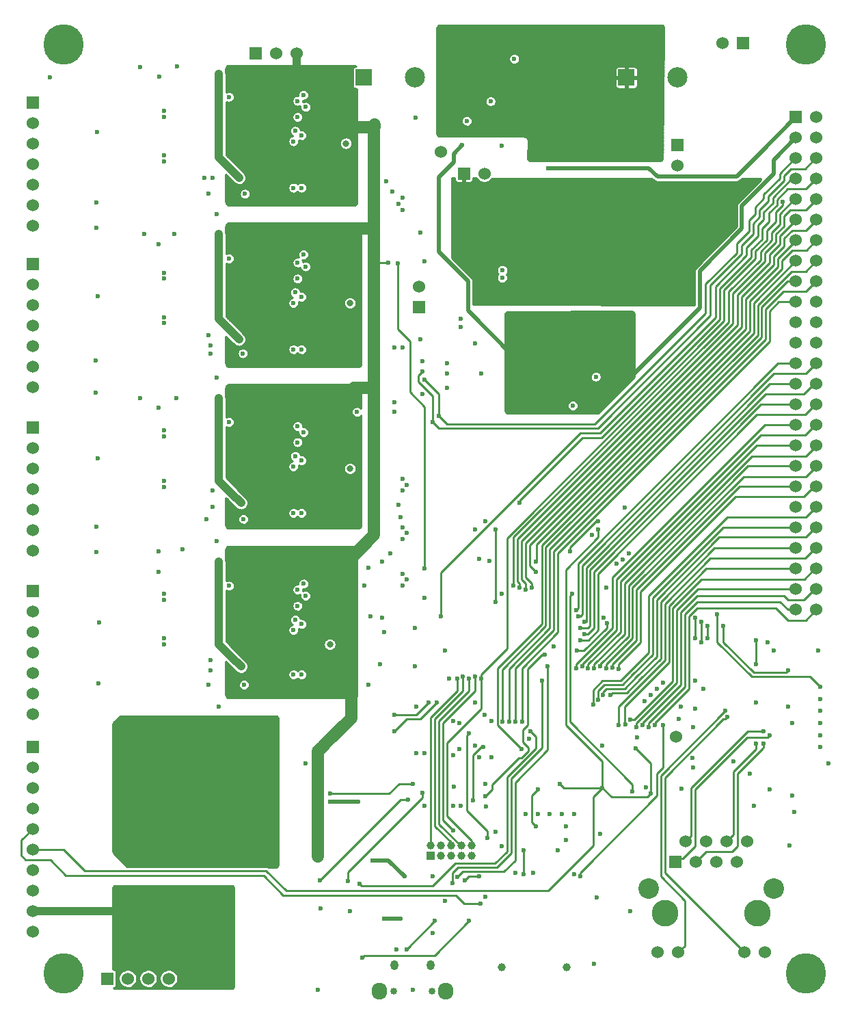
<source format=gbl>
G04 (created by PCBNEW-RS274X (2012-01-19 BZR 3256)-stable) date 19/07/2014 16:24:45*
G01*
G70*
G90*
%MOIN*%
G04 Gerber Fmt 3.4, Leading zero omitted, Abs format*
%FSLAX34Y34*%
G04 APERTURE LIST*
%ADD10C,0.006000*%
%ADD11C,0.196900*%
%ADD12R,0.078700X0.078700*%
%ADD13C,0.098400*%
%ADD14O,0.039400X0.049200*%
%ADD15O,0.074800X0.082700*%
%ADD16C,0.033500*%
%ADD17R,0.060000X0.060000*%
%ADD18C,0.060000*%
%ADD19R,0.039400X0.039400*%
%ADD20C,0.039400*%
%ADD21C,0.129900*%
%ADD22C,0.100000*%
%ADD23C,0.031500*%
%ADD24C,0.023600*%
%ADD25C,0.010000*%
%ADD26C,0.020000*%
%ADD27C,0.040000*%
%ADD28C,0.060000*%
%ADD29C,0.015000*%
G04 APERTURE END LIST*
G54D10*
G54D11*
X02754Y01575D03*
G54D12*
X17390Y45236D03*
G54D13*
X19890Y45236D03*
G54D14*
X18905Y01968D03*
X20657Y01968D03*
G54D15*
X21395Y00716D03*
X18167Y00716D03*
G54D16*
X20716Y00716D03*
X18846Y00716D03*
G54D17*
X12114Y46430D03*
G54D18*
X13114Y46430D03*
X14114Y46430D03*
G54D17*
X01248Y44019D03*
G54D18*
X01248Y43019D03*
X01248Y42019D03*
X01248Y41019D03*
X01248Y40019D03*
X01248Y39019D03*
X01248Y38019D03*
G54D17*
X01248Y36143D03*
G54D18*
X01248Y35143D03*
X01248Y34143D03*
X01248Y33143D03*
X01248Y32143D03*
X01248Y31143D03*
X01248Y30143D03*
G54D17*
X01248Y28170D03*
G54D18*
X01248Y27170D03*
X01248Y26170D03*
X01248Y25170D03*
X01248Y24170D03*
X01248Y23170D03*
X01248Y22170D03*
G54D17*
X01248Y20199D03*
G54D18*
X01248Y19199D03*
X01248Y18199D03*
X01248Y17199D03*
X01248Y16199D03*
X01248Y15199D03*
X01248Y14199D03*
G54D17*
X35911Y46929D03*
G54D18*
X34911Y46929D03*
G54D19*
X20651Y07329D03*
G54D20*
X20651Y07829D03*
X21151Y07329D03*
X21151Y07829D03*
X21651Y07329D03*
X21651Y07829D03*
X22151Y07329D03*
X22151Y07829D03*
X22651Y07329D03*
X22651Y07829D03*
X24140Y01870D03*
X27282Y01870D03*
G54D17*
X38474Y43299D03*
G54D18*
X39474Y43299D03*
X38474Y38299D03*
X39474Y42299D03*
X38474Y37299D03*
X39474Y41299D03*
X38474Y36299D03*
X39474Y40299D03*
X38474Y35299D03*
X39474Y39299D03*
X38474Y34299D03*
X39474Y38299D03*
X38474Y33299D03*
X39474Y37299D03*
X38474Y32299D03*
X39474Y36299D03*
X38474Y31299D03*
X39474Y35299D03*
X38474Y30299D03*
X39474Y34299D03*
X38474Y29299D03*
X39474Y33299D03*
X38474Y28299D03*
X39474Y32299D03*
X39474Y31299D03*
X38474Y27299D03*
X39474Y30299D03*
X39474Y28299D03*
X39474Y27299D03*
X39474Y26299D03*
X39474Y25299D03*
X38474Y26299D03*
X38474Y25299D03*
X38474Y42299D03*
X38474Y41299D03*
X38474Y40299D03*
X38474Y39299D03*
X38474Y24299D03*
X39474Y24299D03*
X39474Y29299D03*
X38474Y23299D03*
X39474Y23299D03*
X38474Y22299D03*
X39474Y22299D03*
X38474Y21299D03*
X39474Y21299D03*
X38474Y20299D03*
X39474Y20299D03*
X38474Y19299D03*
X39474Y19299D03*
G54D21*
X32098Y04528D03*
X36598Y04528D03*
G54D18*
X36098Y08028D03*
X35600Y07028D03*
X35098Y08028D03*
X34600Y07028D03*
X34098Y08028D03*
X33600Y07028D03*
X33098Y08028D03*
G54D22*
X31298Y05729D03*
X37398Y05728D03*
G54D18*
X35956Y02599D03*
X32740Y02599D03*
X36956Y02599D03*
X31740Y02599D03*
G54D17*
X32600Y07028D03*
G54D23*
X16730Y26181D03*
X16533Y42028D03*
X16730Y34252D03*
X15746Y17618D03*
G54D17*
X32696Y41944D03*
G54D18*
X32696Y40944D03*
G54D17*
X20089Y34050D03*
G54D18*
X20089Y35050D03*
X32638Y13104D03*
X21148Y41630D03*
G54D17*
X22280Y40558D03*
G54D18*
X23280Y40558D03*
G54D12*
X30205Y45236D03*
G54D13*
X32705Y45236D03*
G54D17*
X04888Y01328D03*
G54D18*
X05888Y01328D03*
X06888Y01328D03*
X07888Y01328D03*
G54D17*
X01248Y12617D03*
G54D18*
X01248Y11617D03*
X01256Y10617D03*
X01248Y09617D03*
X01248Y08617D03*
X01248Y07617D03*
X01248Y06617D03*
X01248Y05617D03*
X01248Y04617D03*
X01248Y03617D03*
G54D11*
X38974Y46850D03*
X38974Y01575D03*
X02754Y46850D03*
G54D24*
X25648Y06496D03*
X25864Y32232D03*
X37399Y17323D03*
X21750Y09744D03*
X14565Y19980D03*
X13974Y16142D03*
X14368Y26575D03*
X13974Y39862D03*
X11506Y31791D03*
X23029Y21772D03*
X13974Y31988D03*
X20372Y09744D03*
X14368Y34547D03*
X20766Y03543D03*
X25498Y31232D03*
X26868Y07579D03*
X23620Y12106D03*
X39663Y13780D03*
X14368Y42421D03*
X25742Y30890D03*
X14368Y24016D03*
X25746Y31626D03*
X27159Y32661D03*
X22045Y13780D03*
X09840Y39567D03*
X25057Y32213D03*
X39663Y14961D03*
X25289Y31630D03*
X14565Y36024D03*
X33462Y13583D03*
X14368Y39862D03*
X09939Y31791D03*
X26333Y31717D03*
X26435Y29827D03*
X24112Y07776D03*
X25270Y30882D03*
X23817Y08465D03*
X32911Y10591D03*
X22207Y41933D03*
X14368Y16142D03*
X18896Y29429D03*
X27655Y09350D03*
X33955Y15453D03*
X27195Y30862D03*
X09742Y23720D03*
X26903Y30299D03*
X25293Y09350D03*
X11605Y39567D03*
X14368Y18602D03*
X26773Y31236D03*
X25490Y32657D03*
X11529Y23720D03*
X13974Y34252D03*
X22144Y09744D03*
X14565Y11811D03*
X23129Y30807D03*
X09840Y15650D03*
X11569Y15650D03*
X36218Y11319D03*
X20176Y32480D03*
X13974Y18307D03*
X13974Y24016D03*
X31159Y10650D03*
X30411Y04626D03*
X20372Y12303D03*
X13974Y26280D03*
X29722Y21555D03*
X13974Y42126D03*
X15297Y04752D03*
X33561Y15846D03*
X27262Y08071D03*
X18896Y32087D03*
X28935Y08366D03*
X27195Y31709D03*
X26360Y30854D03*
X23375Y09725D03*
X14368Y31988D03*
X31396Y15157D03*
X26309Y32685D03*
X14565Y43799D03*
X26683Y32228D03*
X27655Y06398D03*
X14466Y27953D03*
X25522Y30579D03*
X22833Y12697D03*
X19388Y06299D03*
X26390Y40813D03*
X24148Y35480D03*
X17813Y07087D03*
X22431Y43122D03*
X15746Y09941D03*
X24159Y35846D03*
X19940Y43294D03*
X22144Y33071D03*
X17124Y09941D03*
X22139Y33470D03*
X21750Y12205D03*
X23029Y12106D03*
X30313Y22047D03*
X18305Y18898D03*
X21750Y13878D03*
X31100Y14862D03*
X23541Y21693D03*
X20374Y36283D03*
X28640Y16437D03*
X29525Y16476D03*
X29821Y16398D03*
X29014Y12677D03*
X17204Y05946D03*
X25531Y13366D03*
X28581Y14685D03*
X28817Y14921D03*
X28344Y16437D03*
X27205Y45356D03*
X31010Y43228D03*
X27821Y46639D03*
X28519Y46018D03*
X31490Y42438D03*
X29330Y46128D03*
X31400Y46888D03*
X28172Y46301D03*
X30470Y41318D03*
X26615Y46009D03*
X30800Y46178D03*
X26570Y45334D03*
X25770Y42858D03*
X31870Y46178D03*
X28523Y46648D03*
X27542Y46328D03*
X26750Y43798D03*
X27124Y46621D03*
X27884Y45347D03*
X26498Y46634D03*
X27853Y46013D03*
X29990Y43978D03*
X27518Y45709D03*
X25660Y41378D03*
X31690Y44028D03*
X26930Y46319D03*
X27560Y45010D03*
X28200Y42278D03*
X28582Y44740D03*
X27241Y46009D03*
X28541Y45374D03*
X26510Y42228D03*
X27970Y43898D03*
X29850Y42218D03*
X26917Y44996D03*
X31510Y45168D03*
X30090Y46798D03*
X27884Y44713D03*
X27259Y44731D03*
X28980Y41308D03*
X28141Y45716D03*
X26935Y45703D03*
X26516Y44749D03*
X28780Y43188D03*
X27230Y41338D03*
X28172Y45001D03*
X27530Y42988D03*
X32768Y13982D03*
X28525Y22953D03*
X18896Y13386D03*
X20962Y14764D03*
X20569Y14764D03*
X18896Y14173D03*
X05903Y10236D03*
X07085Y12598D03*
X06297Y12598D03*
X07085Y11811D03*
X09053Y10630D03*
X07872Y11024D03*
X06297Y10630D03*
X09447Y12598D03*
X08266Y09843D03*
X10234Y11811D03*
X09053Y12205D03*
X05510Y09843D03*
X05510Y11811D03*
X09447Y09449D03*
X07085Y09055D03*
X07872Y12598D03*
X08561Y10236D03*
X08659Y09449D03*
X06691Y12205D03*
X06297Y11811D03*
X09053Y09843D03*
X07872Y11811D03*
X09447Y11024D03*
X06691Y10236D03*
X05903Y12205D03*
X08266Y12205D03*
X08659Y11811D03*
X08659Y11024D03*
X10234Y12598D03*
X06691Y09449D03*
X09447Y11811D03*
X07085Y09843D03*
X08659Y12598D03*
X06298Y09843D03*
X05510Y12598D03*
X09840Y12205D03*
X07085Y10630D03*
X05510Y10630D03*
X08266Y10630D03*
X06297Y09055D03*
X07872Y09449D03*
X07478Y12205D03*
X19486Y20768D03*
X10825Y20472D03*
X09939Y16831D03*
X19289Y20472D03*
X19787Y10813D03*
X15746Y10335D03*
X14466Y20571D03*
X17616Y21358D03*
X19289Y21063D03*
X14171Y20276D03*
X10333Y14567D03*
X17714Y18996D03*
X23108Y04980D03*
X37104Y17717D03*
X38088Y14567D03*
X38285Y13780D03*
X29230Y20374D03*
X34939Y18504D03*
X38088Y16339D03*
X39663Y15551D03*
X34644Y19094D03*
X33856Y17717D03*
X33856Y18701D03*
X33561Y17913D03*
X33561Y18898D03*
X34151Y18504D03*
X34151Y17913D03*
X09090Y04818D03*
X09600Y04378D03*
X09190Y03918D03*
X07520Y05188D03*
X07500Y03388D03*
X09570Y05288D03*
X09660Y03388D03*
X08640Y03378D03*
X08563Y04331D03*
X07520Y04348D03*
X08080Y04818D03*
X08540Y05268D03*
X08220Y03848D03*
X23226Y12598D03*
X19573Y10039D03*
X15254Y06102D03*
X22732Y10004D03*
X12990Y36713D03*
X06494Y29626D03*
X04433Y34597D03*
X12596Y36024D03*
X11809Y36909D03*
X15451Y41634D03*
X14171Y28937D03*
X24782Y06496D03*
X11809Y25295D03*
X12203Y27264D03*
X14171Y44685D03*
X12596Y44685D03*
X11809Y26378D03*
X24132Y20079D03*
X23325Y05315D03*
X18994Y02756D03*
X11415Y44488D03*
X12596Y28937D03*
X09939Y16339D03*
X12202Y40552D03*
X12596Y34252D03*
X20273Y29823D03*
X20273Y31398D03*
X12596Y34941D03*
X04344Y31445D03*
X04356Y37909D03*
X33462Y11614D03*
X15175Y07801D03*
X15155Y00787D03*
X07675Y35728D03*
X12596Y32874D03*
X37203Y10531D03*
X12596Y35630D03*
X13384Y28937D03*
X07675Y33268D03*
X35431Y11909D03*
X04482Y18697D03*
X07675Y27756D03*
X11809Y28937D03*
X11809Y42815D03*
X12596Y17717D03*
X23305Y14173D03*
X12203Y41831D03*
X11415Y36713D03*
X04415Y26689D03*
X12596Y41142D03*
X12990Y28740D03*
X38384Y09449D03*
X11809Y16929D03*
X12596Y18406D03*
X20372Y19882D03*
X07380Y29134D03*
X11809Y35630D03*
X15549Y20866D03*
X06691Y37598D03*
X12200Y24708D03*
X34469Y38130D03*
X07675Y20079D03*
X12596Y24902D03*
X12203Y34547D03*
X16730Y04626D03*
X11809Y41142D03*
X12200Y25098D03*
X30018Y21752D03*
X18403Y18209D03*
X11809Y18406D03*
X26474Y09350D03*
X27262Y08760D03*
X08266Y29626D03*
X36415Y09744D03*
X39663Y12598D03*
X12200Y17126D03*
X19092Y24409D03*
X11809Y34941D03*
X27592Y29252D03*
X12201Y32679D03*
X15451Y12697D03*
X13777Y28740D03*
X06510Y45744D03*
X10037Y40354D03*
X12596Y19685D03*
X29560Y37758D03*
X07675Y17913D03*
X11809Y40748D03*
X11809Y17717D03*
X39663Y14370D03*
X12596Y25689D03*
X12202Y44487D03*
X07675Y25591D03*
X12203Y18110D03*
X18699Y22047D03*
X12203Y19882D03*
X12596Y43504D03*
X11809Y43504D03*
X04372Y23350D03*
X21800Y10666D03*
X12203Y33957D03*
X31691Y15453D03*
X11809Y20965D03*
X27065Y09350D03*
X12596Y36909D03*
X12596Y42815D03*
X09939Y32185D03*
X12203Y42520D03*
X07675Y43602D03*
X38167Y07815D03*
X13384Y44685D03*
X12203Y18701D03*
X19978Y12303D03*
X12203Y43110D03*
X22833Y23228D03*
X17616Y15650D03*
X15155Y12402D03*
X07427Y45280D03*
X12200Y28737D03*
X04336Y29870D03*
X11809Y32874D03*
X04348Y22098D03*
X23620Y13878D03*
X12203Y26083D03*
X07380Y22146D03*
X11809Y19685D03*
X11809Y17323D03*
X21456Y30807D03*
X11022Y20965D03*
X22833Y14764D03*
X15844Y44094D03*
X32872Y14567D03*
X11809Y28051D03*
X11809Y20079D03*
X13384Y20965D03*
X22844Y32280D03*
X07675Y28051D03*
X12596Y33268D03*
X07675Y17618D03*
X13777Y20768D03*
X12596Y42126D03*
X25970Y34708D03*
X12203Y19291D03*
X15155Y07283D03*
X12596Y41535D03*
X30380Y36698D03*
X12596Y17323D03*
X28130Y34738D03*
X15155Y12008D03*
X29970Y36288D03*
X34469Y39243D03*
X19880Y16535D03*
X08561Y22244D03*
X12202Y40945D03*
X33750Y37938D03*
X12201Y33071D03*
X29090Y37348D03*
X30270Y37758D03*
X07675Y19783D03*
X02090Y45253D03*
X12596Y20079D03*
X11415Y20768D03*
X13384Y36909D03*
X30820Y37318D03*
X28718Y30657D03*
X12203Y26673D03*
X26980Y35918D03*
X11809Y24902D03*
X23325Y10827D03*
X29940Y38248D03*
X21356Y17323D03*
X12596Y27657D03*
X28640Y02047D03*
X12200Y16735D03*
X25884Y09350D03*
X12596Y40748D03*
X07675Y41437D03*
X12201Y35825D03*
X30740Y38258D03*
X32720Y36988D03*
X39663Y13189D03*
X31700Y37938D03*
X27990Y39198D03*
X28040Y36988D03*
X29510Y36718D03*
X11809Y44685D03*
X18207Y16634D03*
X12596Y16929D03*
X11809Y34252D03*
X29130Y38278D03*
X12596Y28051D03*
X22045Y12500D03*
X21455Y30118D03*
X29100Y36298D03*
X28880Y35428D03*
X25890Y37018D03*
X20766Y06299D03*
X30860Y36288D03*
X33260Y35958D03*
X26940Y38118D03*
X15352Y17815D03*
X39565Y17323D03*
X33561Y14469D03*
X07675Y43307D03*
X14171Y20965D03*
X12596Y43898D03*
X12201Y33465D03*
X07380Y21161D03*
X08167Y37598D03*
X12596Y33661D03*
X29990Y37318D03*
X13777Y36713D03*
X12200Y25492D03*
X21573Y15945D03*
X21356Y05118D03*
X11809Y36024D03*
X15943Y36319D03*
X11809Y42126D03*
X07675Y25295D03*
X11022Y36909D03*
X12596Y26378D03*
X12596Y20965D03*
X12990Y44488D03*
X11022Y44685D03*
X07675Y33563D03*
X15844Y28248D03*
X12202Y43700D03*
X12201Y36711D03*
X31700Y36068D03*
X11809Y18996D03*
X12200Y27851D03*
X18599Y36210D03*
X11809Y25689D03*
X28777Y05295D03*
X12596Y26969D03*
X19880Y18406D03*
X29090Y18923D03*
X21456Y31299D03*
X07380Y37106D03*
X38285Y10236D03*
X12596Y25295D03*
X19978Y14567D03*
X13777Y44488D03*
X12200Y17520D03*
X04364Y39161D03*
X12202Y41339D03*
X08297Y45787D03*
X14171Y36909D03*
X11418Y28737D03*
X31750Y34458D03*
X15451Y25787D03*
X12990Y20768D03*
X23325Y23622D03*
X11022Y28937D03*
X40057Y11811D03*
X11809Y26969D03*
X29790Y34398D03*
X04470Y15717D03*
X25910Y39158D03*
X11809Y33661D03*
X12203Y20768D03*
X11809Y41535D03*
X24136Y41913D03*
X04399Y42583D03*
X11809Y27657D03*
X12596Y18996D03*
X11809Y33268D03*
X07675Y35433D03*
X10037Y24311D03*
X11809Y43898D03*
X12203Y35236D03*
X15451Y33858D03*
X36514Y14764D03*
X07675Y41142D03*
X30720Y35308D03*
X17419Y20472D03*
X25195Y07579D03*
X25195Y06398D03*
X27951Y06299D03*
X31986Y13681D03*
X31986Y15748D03*
X21947Y15945D03*
X30510Y10433D03*
X27557Y20079D03*
X22537Y15945D03*
X22833Y16043D03*
X21750Y08563D03*
X22242Y16043D03*
X14053Y18819D03*
X14171Y19488D03*
X14053Y42638D03*
X14171Y43307D03*
X14053Y34764D03*
X14171Y35433D03*
X14171Y27461D03*
X14053Y26791D03*
X23581Y44075D03*
X24742Y46142D03*
X37203Y13189D03*
X36907Y12795D03*
X35037Y14370D03*
X36514Y12795D03*
X35136Y14075D03*
X36514Y17815D03*
X36514Y16634D03*
X36907Y13386D03*
X19781Y00787D03*
X33423Y12067D03*
X25470Y13030D03*
X24998Y20374D03*
X24703Y20472D03*
X27459Y22146D03*
X28836Y23622D03*
X27754Y16437D03*
X28049Y16535D03*
X29264Y18661D03*
X20255Y10372D03*
X26237Y17114D03*
X16622Y06088D03*
X27798Y17298D03*
X23321Y10207D03*
X29053Y15157D03*
X29427Y15157D03*
X29821Y13681D03*
X30175Y13720D03*
X30411Y13957D03*
X30707Y13583D03*
X31002Y13681D03*
X31297Y13583D03*
X31592Y13681D03*
X24171Y13858D03*
X27754Y19291D03*
X24486Y13858D03*
X24801Y13858D03*
X25116Y13858D03*
X25096Y12500D03*
X20374Y21315D03*
X19059Y36195D03*
X18494Y40170D03*
X37829Y39173D03*
X17321Y02362D03*
X23128Y15945D03*
X22537Y04134D03*
X25785Y21654D03*
X25588Y20374D03*
X27951Y17815D03*
X28148Y18110D03*
X28148Y18701D03*
X27852Y18996D03*
X27951Y18406D03*
X23817Y23228D03*
X20273Y30906D03*
X20766Y28445D03*
X23817Y19685D03*
X29230Y16437D03*
X20372Y30512D03*
X21061Y28740D03*
X28935Y16535D03*
X25785Y21161D03*
X25293Y20276D03*
X22537Y13287D03*
X23029Y06299D03*
X22340Y06102D03*
X23423Y08169D03*
X20864Y04134D03*
X21962Y06285D03*
X19486Y02756D03*
X26376Y16535D03*
X26081Y15846D03*
X21733Y05993D03*
X21159Y18996D03*
X24998Y24528D03*
X19191Y04232D03*
X18403Y04232D03*
X25785Y08760D03*
X25884Y10531D03*
X29033Y10630D03*
X31396Y10354D03*
X26966Y10827D03*
X30118Y24264D03*
X28836Y23228D03*
X30667Y12539D03*
X10333Y33957D03*
X10972Y16978D03*
X11415Y24508D03*
X10333Y43209D03*
X10333Y29626D03*
X10972Y24951D03*
X10333Y21654D03*
X10628Y41043D03*
X11317Y40354D03*
X11415Y16535D03*
X10333Y37598D03*
X10579Y33218D03*
X10333Y25984D03*
X11317Y32480D03*
X10334Y41829D03*
X10333Y18012D03*
X10333Y19390D03*
X10333Y27362D03*
X10333Y45417D03*
X10333Y35335D03*
X19486Y23031D03*
X10825Y28445D03*
X10037Y25098D03*
X19289Y22736D03*
X17065Y28937D03*
X18896Y28937D03*
X19289Y23327D03*
X14171Y28248D03*
X10234Y22638D03*
X18305Y21654D03*
X10825Y36417D03*
X19486Y25394D03*
X09840Y32677D03*
X19289Y25098D03*
X14466Y36614D03*
X19289Y32087D03*
X14171Y36220D03*
X19289Y25689D03*
X19191Y23819D03*
X10234Y30610D03*
X19092Y39075D03*
X10825Y44291D03*
X19289Y38780D03*
X09644Y40354D03*
X18797Y39665D03*
X14466Y44390D03*
X14171Y44094D03*
X19289Y39370D03*
X20175Y37697D03*
X26671Y17520D03*
X30726Y13091D03*
X10234Y38583D03*
G54D25*
X25057Y32224D02*
X25057Y32213D01*
G54D26*
X22207Y41933D02*
X21787Y41513D01*
X38474Y42299D02*
X37396Y41221D01*
G54D25*
X25498Y31232D02*
X25742Y30988D01*
X26726Y32228D02*
X26683Y32228D01*
G54D26*
X22490Y35308D02*
X22490Y33869D01*
X33790Y34008D02*
X30485Y30703D01*
X22490Y33869D02*
X24711Y31648D01*
G54D25*
X27159Y32661D02*
X26726Y32228D01*
X25490Y32657D02*
X25057Y32224D01*
X25270Y30882D02*
X25522Y30630D01*
G54D26*
X33790Y35820D02*
X33790Y34008D01*
G54D25*
X25293Y31626D02*
X25746Y31626D01*
G54D26*
X21050Y36748D02*
X22490Y35308D01*
X35840Y38984D02*
X37396Y40540D01*
G54D25*
X26333Y31717D02*
X26341Y31709D01*
G54D26*
X21787Y41513D02*
X21787Y41127D01*
X21787Y41127D02*
X21050Y40390D01*
G54D25*
X25289Y31630D02*
X25293Y31626D01*
X25742Y30988D02*
X25742Y30890D01*
G54D26*
X21050Y40390D02*
X21050Y36748D01*
X37396Y40540D02*
X37396Y41221D01*
G54D25*
X26821Y31236D02*
X26773Y31236D01*
X26341Y31709D02*
X27195Y31709D01*
G54D26*
X35840Y37870D02*
X33790Y35820D01*
G54D25*
X27195Y30862D02*
X26821Y31236D01*
G54D26*
X35840Y37870D02*
X35840Y38984D01*
G54D25*
X25522Y30630D02*
X25522Y30579D01*
X32911Y10591D02*
X32911Y10571D01*
X26903Y30299D02*
X26360Y30842D01*
X26360Y30842D02*
X26360Y30854D01*
X25864Y32240D02*
X25864Y32232D01*
X26309Y32685D02*
X25864Y32240D01*
G54D26*
X31310Y40813D02*
X26390Y40813D01*
X36612Y41437D02*
X35583Y40408D01*
X38474Y43299D02*
X36612Y41437D01*
X17813Y07087D02*
X18600Y07087D01*
X17124Y09941D02*
X15746Y09941D01*
X31715Y40408D02*
X31310Y40813D01*
X18600Y07087D02*
X19388Y06299D01*
X35583Y40408D02*
X31715Y40408D01*
X36612Y41437D02*
X36553Y41378D01*
G54D25*
X39474Y27299D02*
X39474Y27272D01*
X30116Y18110D02*
X28640Y16634D01*
X30116Y20571D02*
X30116Y18110D01*
X38974Y26772D02*
X36317Y26772D01*
X39474Y27272D02*
X38974Y26772D01*
X28640Y16634D02*
X28640Y16437D01*
X36317Y26772D02*
X30116Y20571D01*
X35729Y25299D02*
X30707Y20277D01*
X30707Y17815D02*
X29525Y16633D01*
X29525Y16633D02*
X29525Y16476D01*
X30707Y20277D02*
X30707Y17815D01*
X38474Y25299D02*
X35729Y25299D01*
X29821Y16634D02*
X29821Y16398D01*
X30903Y20179D02*
X30903Y17716D01*
X39474Y25299D02*
X39371Y25299D01*
X39371Y25299D02*
X38875Y24803D01*
X30903Y17716D02*
X29821Y16634D01*
X38875Y24803D02*
X35527Y24803D01*
X35527Y24803D02*
X30903Y20179D01*
X24380Y08848D02*
X24380Y07512D01*
X25783Y13114D02*
X25531Y13366D01*
X17564Y05848D02*
X17562Y05846D01*
X25783Y12547D02*
X24380Y11144D01*
X17651Y05848D02*
X17564Y05848D01*
X25783Y12907D02*
X25783Y13114D01*
X24380Y07512D02*
X23799Y06931D01*
X23799Y06931D02*
X21845Y06931D01*
X20762Y05848D02*
X17651Y05848D01*
X21845Y06931D02*
X20762Y05848D01*
X17651Y05848D02*
X17302Y05848D01*
X24380Y11144D02*
X24380Y08848D01*
X17302Y05848D02*
X17204Y05946D01*
X25783Y12907D02*
X25783Y12547D01*
X28581Y15396D02*
X29031Y15846D01*
X31297Y17223D02*
X30313Y16239D01*
X38974Y23819D02*
X35136Y23819D01*
X30313Y16239D02*
X30313Y16240D01*
X39474Y24299D02*
X39454Y24299D01*
X28581Y14685D02*
X28581Y15396D01*
X29031Y15846D02*
X29919Y15846D01*
X35136Y23819D02*
X31297Y19980D01*
X39454Y24299D02*
X38974Y23819D01*
X30313Y16240D02*
X29919Y15846D01*
X31297Y19980D02*
X31297Y17223D01*
X30510Y16142D02*
X30510Y16142D01*
X29132Y15650D02*
X30018Y15650D01*
X31494Y17126D02*
X30510Y16142D01*
X28817Y15335D02*
X29132Y15650D01*
X34912Y23299D02*
X31494Y19881D01*
X30510Y16142D02*
X30018Y15650D01*
X31494Y19881D02*
X31494Y17126D01*
X28817Y14921D02*
X28817Y15335D01*
X38474Y23299D02*
X34912Y23299D01*
X38474Y27299D02*
X36549Y27299D01*
X36549Y27299D02*
X29919Y20669D01*
X29919Y20669D02*
X29919Y18209D01*
X28344Y16634D02*
X28344Y16437D01*
X29919Y18209D02*
X28344Y16634D01*
X27259Y44731D02*
X27277Y44713D01*
X28680Y43188D02*
X28780Y43188D01*
X29990Y43858D02*
X29990Y43978D01*
X28236Y46301D02*
X28172Y46301D01*
X26592Y45356D02*
X27205Y45356D01*
X31490Y42338D02*
X31490Y42438D01*
X27527Y45718D02*
X28141Y45716D01*
X31690Y44028D02*
X31510Y44208D01*
X27565Y44713D02*
X27540Y44688D01*
X30470Y41318D02*
X31490Y42338D01*
X27518Y45709D02*
X27527Y45718D01*
X26511Y46621D02*
X27124Y46621D01*
X27533Y46319D02*
X26930Y46319D01*
X27542Y46328D02*
X27533Y46319D01*
X28163Y45010D02*
X27560Y45010D01*
X31510Y44208D02*
X31510Y45168D01*
X26917Y44996D02*
X26670Y44749D01*
X31400Y46648D02*
X31400Y46888D01*
X27245Y46013D02*
X27853Y46013D01*
X26921Y45703D02*
X26615Y46009D01*
X28172Y45001D02*
X28163Y45010D01*
X27821Y46639D02*
X27830Y46648D01*
X27830Y46648D02*
X28523Y46648D01*
X27884Y45347D02*
X27911Y45374D01*
X26498Y46634D02*
X26511Y46621D01*
X27540Y44308D02*
X27030Y43798D01*
X29850Y42218D02*
X28980Y41348D01*
X27241Y46009D02*
X27245Y46013D01*
X27540Y44688D02*
X27540Y44308D01*
X28519Y46018D02*
X28236Y46301D01*
X27884Y44713D02*
X27565Y44713D01*
X31010Y43228D02*
X29990Y43858D01*
X27911Y45374D02*
X28541Y45374D01*
X26570Y45334D02*
X26592Y45356D01*
X31870Y46178D02*
X31400Y46648D01*
X26670Y44749D02*
X26516Y44749D01*
X30800Y46178D02*
X30180Y46798D01*
X25660Y41378D02*
X25700Y41338D01*
X27530Y42948D02*
X27530Y42988D01*
X26400Y42228D02*
X26510Y42228D01*
X26935Y45703D02*
X26921Y45703D01*
X25770Y42858D02*
X26400Y42228D01*
X28200Y42278D02*
X27530Y42948D01*
X27970Y43898D02*
X28680Y43188D01*
X27030Y43798D02*
X26750Y43798D01*
X28980Y41348D02*
X28980Y41308D01*
X27277Y44713D02*
X27884Y44713D01*
X25700Y41338D02*
X27230Y41338D01*
X30180Y46798D02*
X30090Y46798D01*
X20175Y13976D02*
X20962Y14764D01*
X18896Y13386D02*
X19486Y13976D01*
X19486Y13976D02*
X20175Y13976D01*
X20569Y14764D02*
X19978Y14173D01*
X18896Y14173D02*
X19978Y14173D01*
X06298Y09843D02*
X06297Y09843D01*
X15746Y10335D02*
X18639Y10335D01*
X19117Y10813D02*
X19787Y10813D01*
X18639Y10335D02*
X19117Y10813D01*
X00911Y07120D02*
X00700Y07331D01*
X00700Y07331D02*
X00700Y08069D01*
X21888Y05393D02*
X21887Y05394D01*
X02874Y06358D02*
X02112Y07120D01*
X13464Y05393D02*
X12515Y06342D01*
X02112Y07120D02*
X00911Y07120D01*
X21888Y05393D02*
X13464Y05393D01*
X12515Y06342D02*
X12499Y06358D01*
X00700Y08069D02*
X01248Y08617D01*
X12499Y06358D02*
X02874Y06358D01*
X22301Y04980D02*
X21888Y05393D01*
X23108Y04980D02*
X22301Y04980D01*
X34939Y17717D02*
X34939Y18504D01*
X37989Y16240D02*
X36416Y16240D01*
X38088Y16339D02*
X37989Y16240D01*
X36416Y16240D02*
X34939Y17717D01*
X39663Y15551D02*
X39171Y16043D01*
X34644Y17716D02*
X34644Y19094D01*
X39171Y16043D02*
X36317Y16043D01*
X36317Y16043D02*
X34644Y17716D01*
X33856Y18701D02*
X33856Y17717D01*
X33561Y18898D02*
X33561Y17913D01*
X34151Y18504D02*
X34151Y17913D01*
X07600Y05268D02*
X08540Y05268D01*
X08220Y03848D02*
X07720Y04348D01*
X08563Y04331D02*
X08610Y04378D01*
X09090Y04818D02*
X08080Y04818D01*
X07520Y05188D02*
X07600Y05268D01*
X07720Y04348D02*
X07520Y04348D01*
G54D27*
X01248Y04617D02*
X05601Y04617D01*
G54D25*
X07510Y03378D02*
X08640Y03378D01*
X09190Y03858D02*
X09190Y03918D01*
X09660Y03388D02*
X09190Y03858D01*
X08610Y04378D02*
X09600Y04378D01*
X07500Y03388D02*
X07510Y03378D01*
G54D27*
X05601Y04617D02*
X05640Y04578D01*
G54D25*
X15254Y06102D02*
X19191Y10039D01*
X22732Y10004D02*
X22734Y12205D01*
X19191Y10039D02*
X19573Y10039D01*
X22734Y12205D02*
X23127Y12598D01*
X23127Y12598D02*
X23226Y12598D01*
G54D28*
X15844Y44094D02*
X15844Y43800D01*
X16779Y14026D02*
X16779Y21801D01*
X15549Y20866D02*
X15844Y20866D01*
X17911Y36210D02*
X17911Y37894D01*
X15844Y20866D02*
X16779Y21801D01*
X15155Y07283D02*
X15155Y07835D01*
X16927Y37894D02*
X17911Y37894D01*
X15451Y12697D02*
X15450Y12697D01*
X16927Y30118D02*
X17911Y30118D01*
X16779Y21801D02*
X17911Y22933D01*
X15155Y12008D02*
X15155Y07835D01*
X15844Y28248D02*
X15844Y29035D01*
G54D27*
X14112Y46428D02*
X14112Y45610D01*
G54D25*
X15451Y44094D02*
X15844Y44094D01*
G54D28*
X15155Y12402D02*
X15155Y12008D01*
X17911Y37894D02*
X17911Y42815D01*
X17911Y22933D02*
X17911Y30118D01*
X15844Y29035D02*
X16927Y30118D01*
G54D25*
X27990Y39198D02*
X26940Y38148D01*
G54D28*
X15451Y12697D02*
X15450Y12697D01*
G54D25*
X30360Y36718D02*
X29510Y36718D01*
X29560Y37758D02*
X29150Y37348D01*
G54D28*
X15155Y07821D02*
X15155Y07835D01*
G54D25*
X26980Y35928D02*
X26980Y35918D01*
X30380Y36698D02*
X30360Y36718D01*
X29130Y38278D02*
X29160Y38248D01*
X29790Y34518D02*
X29790Y34398D01*
X29990Y37318D02*
X30820Y37318D01*
G54D28*
X16829Y42815D02*
X17911Y42815D01*
X15943Y36319D02*
X15943Y36910D01*
G54D25*
X29160Y38248D02*
X29940Y38248D01*
X32720Y36988D02*
X33670Y37938D01*
X28880Y35428D02*
X29790Y34518D01*
G54D28*
X17912Y42815D02*
X17911Y42815D01*
G54D25*
X29110Y36288D02*
X29970Y36288D01*
X25910Y39158D02*
X25890Y39138D01*
X29100Y36298D02*
X29110Y36288D01*
X33670Y37938D02*
X33750Y37938D01*
X31570Y34458D02*
X31750Y34458D01*
X33150Y36068D02*
X31700Y36068D01*
X30270Y37788D02*
X30270Y37758D01*
G54D28*
X15175Y07801D02*
X15155Y07821D01*
G54D25*
X26000Y34738D02*
X28130Y34738D01*
X25970Y34708D02*
X26000Y34738D01*
G54D28*
X15943Y36910D02*
X16927Y37894D01*
G54D25*
X30720Y35308D02*
X31570Y34458D01*
G54D28*
X15451Y12698D02*
X15451Y12697D01*
X15450Y12697D02*
X15155Y12402D01*
G54D25*
X25890Y39138D02*
X25890Y37018D01*
G54D28*
X17912Y42963D02*
X17912Y42815D01*
G54D25*
X33260Y35958D02*
X33150Y36068D01*
X28040Y36988D02*
X26980Y35928D01*
X26940Y38148D02*
X26940Y38118D01*
G54D27*
X14114Y46430D02*
X14112Y46428D01*
G54D25*
X30740Y38258D02*
X30270Y37788D01*
G54D28*
X15844Y43800D02*
X16829Y42815D01*
X15155Y12008D02*
X15155Y12402D01*
G54D25*
X29150Y37348D02*
X29090Y37348D01*
G54D28*
X17911Y30709D02*
X17911Y36210D01*
G54D25*
X18599Y36210D02*
X17911Y36210D01*
G54D28*
X15451Y12698D02*
X16779Y14026D01*
X17911Y30118D02*
X17911Y30709D01*
G54D25*
X25195Y06398D02*
X25195Y07579D01*
X31691Y10236D02*
X31691Y11320D01*
X31986Y11615D02*
X31986Y13681D01*
X31691Y11320D02*
X31986Y11615D01*
X27951Y06496D02*
X28148Y06693D01*
X27951Y06299D02*
X27951Y06496D01*
X28148Y06693D02*
X31691Y10236D01*
X20651Y14059D02*
X21947Y15355D01*
X20651Y07829D02*
X20651Y14059D01*
X21947Y15355D02*
X21947Y15945D01*
X27459Y19390D02*
X27459Y19981D01*
X30510Y10788D02*
X27459Y13839D01*
X27459Y13839D02*
X27459Y19390D01*
X30510Y10433D02*
X30510Y10788D01*
X27459Y19981D02*
X27557Y20079D01*
X21061Y08859D02*
X21061Y13386D01*
X21061Y13386D02*
X21061Y13878D01*
X21061Y13878D02*
X22537Y15354D01*
X22151Y07769D02*
X21061Y08859D01*
X22151Y07829D02*
X22151Y07769D01*
X22537Y15354D02*
X22537Y15945D01*
X21258Y09055D02*
X21258Y13386D01*
X22833Y15355D02*
X22833Y16043D01*
X21750Y08563D02*
X21258Y09055D01*
X21258Y13386D02*
X21258Y13780D01*
X21258Y13780D02*
X22833Y15355D01*
X21651Y07829D02*
X21651Y07973D01*
X20864Y08760D02*
X20864Y13386D01*
X20864Y13977D02*
X22242Y15355D01*
X20864Y13386D02*
X20864Y13977D01*
X21651Y07973D02*
X20864Y08760D01*
X22242Y15355D02*
X22242Y16043D01*
X37202Y13189D02*
X37104Y13091D01*
X32971Y07186D02*
X33561Y07776D01*
X37104Y13091D02*
X36101Y13091D01*
X33561Y07776D02*
X33561Y10551D01*
X37203Y13189D02*
X37202Y13189D01*
X32600Y07028D02*
X32758Y07186D01*
X32971Y07186D02*
X32758Y07186D01*
X36101Y13091D02*
X33561Y10551D01*
X36848Y12539D02*
X35628Y11319D01*
X36907Y12598D02*
X36907Y12795D01*
X33600Y07028D02*
X33601Y07028D01*
X35628Y07796D02*
X35628Y11319D01*
X33601Y07028D02*
X34093Y07520D01*
X36848Y12539D02*
X36907Y12598D01*
X34093Y07520D02*
X35352Y07520D01*
X35352Y07520D02*
X35628Y07796D01*
X35037Y14370D02*
X31888Y11221D01*
X33069Y05119D02*
X33069Y02928D01*
X31888Y11221D02*
X31888Y06300D01*
X31888Y06300D02*
X33069Y05119D01*
X33069Y02928D02*
X32740Y02599D01*
X35431Y11418D02*
X35431Y08361D01*
X36474Y12461D02*
X35431Y11418D01*
X36474Y12461D02*
X36475Y12461D01*
X36475Y12461D02*
X36514Y12500D01*
X35431Y08361D02*
X35098Y08028D01*
X36514Y12500D02*
X36514Y12795D01*
X32085Y06470D02*
X35956Y02599D01*
X34938Y13976D02*
X32085Y11123D01*
X32085Y11123D02*
X32085Y06470D01*
X35136Y14075D02*
X35037Y13976D01*
X35037Y13976D02*
X34938Y13976D01*
X36514Y16634D02*
X36514Y17815D01*
X33364Y10630D02*
X33364Y08294D01*
X36120Y13386D02*
X33364Y10630D01*
X36907Y13386D02*
X36120Y13386D01*
X33364Y08294D02*
X33098Y08028D01*
X19790Y00785D02*
X19779Y00785D01*
X19779Y00785D02*
X19781Y00787D01*
X39474Y39279D02*
X38975Y38780D01*
X37892Y37992D02*
X37498Y37598D01*
X24998Y20571D02*
X24998Y20374D01*
X35411Y33247D02*
X24999Y22835D01*
X24899Y22736D02*
X24899Y20670D01*
X37498Y37598D02*
X37498Y37205D01*
X24999Y22835D02*
X24998Y22834D01*
X36976Y36683D02*
X36976Y36289D01*
X24999Y22835D02*
X24998Y22835D01*
X24899Y20670D02*
X24998Y20571D01*
X35411Y34724D02*
X35411Y33247D01*
X24998Y22835D02*
X24899Y22736D01*
X38187Y38780D02*
X37892Y38485D01*
X36976Y36289D02*
X35411Y34724D01*
X38975Y38780D02*
X38187Y38780D01*
X39474Y39299D02*
X39474Y39279D01*
X37892Y38485D02*
X37892Y37992D01*
X37498Y37205D02*
X36976Y36683D01*
X38411Y39299D02*
X37695Y38583D01*
X36750Y36359D02*
X35195Y34804D01*
X37695Y38583D02*
X37695Y38091D01*
X36750Y36752D02*
X36750Y36359D01*
X24801Y22933D02*
X24703Y22835D01*
X37301Y37303D02*
X36750Y36752D01*
X24703Y22835D02*
X24703Y20472D01*
X37301Y37697D02*
X37301Y37303D01*
X35195Y33327D02*
X24801Y22933D01*
X37695Y38091D02*
X37301Y37697D01*
X38474Y39299D02*
X38411Y39299D01*
X35195Y34804D02*
X35195Y33327D01*
X27459Y22343D02*
X27459Y22146D01*
X28738Y23622D02*
X27459Y22343D01*
X28836Y23622D02*
X28738Y23622D01*
X27754Y16634D02*
X27754Y16437D01*
X29525Y20866D02*
X29525Y18405D01*
X36958Y28299D02*
X29525Y20866D01*
X29525Y18405D02*
X27754Y16634D01*
X38474Y28299D02*
X36958Y28299D01*
X39419Y28299D02*
X38934Y27814D01*
X38934Y27814D02*
X36769Y27814D01*
X28049Y16634D02*
X28049Y16535D01*
X36769Y27814D02*
X29722Y20767D01*
X29722Y18307D02*
X28049Y16634D01*
X39474Y28299D02*
X39419Y28299D01*
X29722Y20767D02*
X29722Y18307D01*
X25397Y13666D02*
X25166Y13435D01*
X24962Y12082D02*
X23650Y10770D01*
X20255Y10372D02*
X20255Y10156D01*
X25090Y12082D02*
X24962Y12082D01*
X29264Y18661D02*
X29264Y18422D01*
X20255Y10156D02*
X16622Y06523D01*
X26237Y17114D02*
X26102Y17114D01*
X29264Y18422D02*
X28140Y17298D01*
X16622Y06523D02*
X16622Y06088D01*
X23650Y10536D02*
X23321Y10207D01*
X26102Y17114D02*
X25397Y16409D01*
X25421Y12592D02*
X25421Y12413D01*
X25166Y13435D02*
X25166Y12847D01*
X25166Y12847D02*
X25421Y12592D01*
X25397Y16409D02*
X25397Y13666D01*
X23650Y10770D02*
X23650Y10536D01*
X28140Y17298D02*
X27798Y17298D01*
X25421Y12413D02*
X25090Y12082D01*
X30707Y16044D02*
X30116Y15453D01*
X30707Y16043D02*
X30707Y16044D01*
X31691Y19782D02*
X31691Y17027D01*
X29230Y15453D02*
X30116Y15453D01*
X31691Y17027D02*
X30707Y16043D01*
X29053Y15276D02*
X29230Y15453D01*
X34744Y22835D02*
X31691Y19782D01*
X38974Y22835D02*
X34744Y22835D01*
X39438Y23299D02*
X38974Y22835D01*
X29053Y15157D02*
X29053Y15276D01*
X39474Y23299D02*
X39438Y23299D01*
X34502Y22299D02*
X31888Y19685D01*
X29526Y15256D02*
X29427Y15157D01*
X30215Y15256D02*
X29526Y15256D01*
X31888Y16929D02*
X30903Y15944D01*
X38474Y22299D02*
X34502Y22299D01*
X30903Y15944D02*
X30903Y15944D01*
X31888Y19685D02*
X31888Y16929D01*
X30903Y15944D02*
X30215Y15256D01*
X32085Y16831D02*
X29821Y14567D01*
X29821Y14567D02*
X29821Y13681D01*
X39474Y22299D02*
X39423Y22299D01*
X34310Y21811D02*
X32085Y19586D01*
X32085Y19586D02*
X32085Y16831D01*
X39423Y22299D02*
X38935Y21811D01*
X38935Y21811D02*
X34310Y21811D01*
X34094Y21299D02*
X32281Y19486D01*
X34094Y21299D02*
X38474Y21299D01*
X30126Y13769D02*
X30126Y14577D01*
X32281Y19486D02*
X32281Y16732D01*
X30126Y14577D02*
X32281Y16732D01*
X30126Y13769D02*
X30175Y13720D01*
X32478Y19390D02*
X32478Y15827D01*
X38895Y20787D02*
X33875Y20787D01*
X33875Y20787D02*
X32478Y19390D01*
X39407Y21299D02*
X38895Y20787D01*
X30608Y13957D02*
X32478Y15827D01*
X30411Y13957D02*
X30608Y13957D01*
X39407Y21299D02*
X39474Y21299D01*
X30707Y13780D02*
X30707Y13583D01*
X30707Y13781D02*
X30707Y13583D01*
X32675Y19291D02*
X32675Y15748D01*
X33684Y20299D02*
X33683Y20299D01*
X32675Y15748D02*
X30707Y13780D01*
X33683Y20299D02*
X32675Y19291D01*
X38474Y20299D02*
X33684Y20299D01*
X32872Y15650D02*
X31002Y13780D01*
X37892Y19980D02*
X33659Y19980D01*
X38089Y19783D02*
X37892Y19980D01*
X32872Y19193D02*
X32872Y15650D01*
X38875Y19783D02*
X38089Y19783D01*
X33659Y19980D02*
X32872Y19193D01*
X31002Y13780D02*
X31002Y13681D01*
X39391Y20299D02*
X38875Y19783D01*
X39391Y20299D02*
X39474Y20299D01*
X33659Y19685D02*
X33069Y19095D01*
X33069Y15550D02*
X31297Y13778D01*
X37695Y19685D02*
X33659Y19685D01*
X38474Y19299D02*
X38081Y19299D01*
X33069Y19095D02*
X33069Y15550D01*
X31297Y13778D02*
X31297Y13583D01*
X38081Y19299D02*
X37695Y19685D01*
X33266Y15453D02*
X31592Y13779D01*
X39474Y19299D02*
X38955Y18780D01*
X33266Y18997D02*
X33266Y15453D01*
X37498Y19390D02*
X33659Y19390D01*
X38955Y18780D02*
X38108Y18780D01*
X33659Y19390D02*
X33266Y18997D01*
X31592Y13779D02*
X31592Y13681D01*
X38108Y18780D02*
X37498Y19390D01*
X36612Y34154D02*
X38245Y35787D01*
X24171Y16397D02*
X26277Y18503D01*
X26277Y22342D02*
X36612Y32677D01*
X26277Y18503D02*
X26277Y22342D01*
X36612Y32677D02*
X36612Y34154D01*
X38245Y35787D02*
X38962Y35787D01*
X24171Y14016D02*
X24171Y14016D01*
X24171Y14016D02*
X24171Y13858D01*
X24171Y14016D02*
X24171Y16397D01*
X38962Y35787D02*
X39474Y36299D01*
X37596Y31299D02*
X27852Y21555D01*
X27852Y21555D02*
X27852Y19389D01*
X38474Y31299D02*
X37596Y31299D01*
X27852Y19389D02*
X27754Y19291D01*
X24486Y13996D02*
X24486Y16417D01*
X24486Y13996D02*
X24486Y13996D01*
X36809Y33268D02*
X36809Y34057D01*
X36809Y34057D02*
X38051Y35299D01*
X24486Y16417D02*
X26474Y18405D01*
X24486Y13996D02*
X24486Y13858D01*
X26474Y18405D02*
X26474Y22243D01*
X36809Y32578D02*
X36809Y33268D01*
X26474Y22243D02*
X36809Y32578D01*
X38051Y35299D02*
X38474Y35299D01*
X37006Y33957D02*
X37852Y34803D01*
X24801Y13976D02*
X24801Y16437D01*
X37006Y32480D02*
X37006Y33957D01*
X24801Y16437D02*
X26671Y18307D01*
X37852Y34803D02*
X38978Y34803D01*
X26671Y22145D02*
X37006Y32480D01*
X24801Y13976D02*
X24801Y13976D01*
X24801Y13976D02*
X24801Y13858D01*
X26671Y18307D02*
X26671Y22145D01*
X38978Y34803D02*
X39474Y35299D01*
X37643Y34299D02*
X38474Y34299D01*
X37203Y33859D02*
X37643Y34299D01*
X25116Y13957D02*
X25116Y16457D01*
X26868Y18209D02*
X26868Y22047D01*
X25116Y16457D02*
X26868Y18209D01*
X25116Y13957D02*
X25116Y13957D01*
X25116Y13957D02*
X25116Y13858D01*
X37203Y32382D02*
X37203Y33859D01*
X26868Y22047D02*
X37203Y32382D01*
X23915Y13681D02*
X23915Y16437D01*
X23915Y16437D02*
X26081Y18603D01*
X36415Y32775D02*
X36415Y34252D01*
X26081Y22441D02*
X36415Y32775D01*
X36415Y34252D02*
X38462Y36299D01*
X38474Y36299D02*
X38462Y36299D01*
X26081Y18603D02*
X26081Y22441D01*
X25096Y12500D02*
X23915Y13681D01*
X20374Y29195D02*
X19669Y29900D01*
X19059Y32980D02*
X19059Y36195D01*
X19669Y32370D02*
X19059Y32980D01*
X20374Y21315D02*
X20374Y29195D01*
X19669Y32320D02*
X19669Y32370D01*
X19669Y29900D02*
X19669Y32320D01*
X24407Y17421D02*
X24394Y17408D01*
X37482Y38212D02*
X37482Y38681D01*
X23128Y15945D02*
X23128Y16142D01*
X24394Y17408D02*
X23128Y16142D01*
X34970Y33370D02*
X34970Y34870D01*
X21455Y12402D02*
X21455Y12816D01*
X37482Y38681D02*
X37829Y39028D01*
X23128Y15945D02*
X23128Y14489D01*
X24394Y17408D02*
X24394Y22794D01*
X37482Y38681D02*
X37482Y38669D01*
X21455Y12816D02*
X23128Y14489D01*
X37829Y39028D02*
X37829Y39173D01*
X24394Y22794D02*
X34970Y33370D01*
X36506Y36406D02*
X36506Y36768D01*
X36506Y36768D02*
X37057Y37319D01*
X20864Y02461D02*
X22537Y04134D01*
X34970Y34870D02*
X36506Y36406D01*
X17420Y02461D02*
X20864Y02461D01*
X22651Y08056D02*
X21455Y09252D01*
X22651Y08056D02*
X22651Y07829D01*
X17321Y02362D02*
X17420Y02461D01*
X37057Y37787D02*
X37482Y38212D01*
X37057Y37319D02*
X37057Y37787D01*
X21455Y09252D02*
X21455Y12402D01*
X37793Y36319D02*
X38285Y36811D01*
X36218Y32874D02*
X36218Y34350D01*
X25825Y22482D02*
X29603Y26260D01*
X29604Y26260D02*
X36218Y32874D01*
X25825Y21694D02*
X25785Y21654D01*
X25825Y22482D02*
X25825Y21694D01*
X29603Y26260D02*
X29604Y26260D01*
X38285Y36811D02*
X38986Y36811D01*
X37793Y35925D02*
X36218Y34350D01*
X39474Y37299D02*
X38986Y36811D01*
X37793Y36319D02*
X37793Y35925D01*
X25588Y20571D02*
X25588Y20374D01*
X37892Y37008D02*
X37399Y36515D01*
X39474Y38299D02*
X39474Y38295D01*
X37399Y36121D02*
X35825Y34547D01*
X38974Y37795D02*
X38285Y37795D01*
X37399Y36515D02*
X37399Y36121D01*
X38285Y37795D02*
X37892Y37402D01*
X39474Y38295D02*
X38974Y37795D01*
X25293Y22539D02*
X25293Y20866D01*
X35825Y33071D02*
X25293Y22539D01*
X25293Y20866D02*
X25588Y20571D01*
X37892Y37402D02*
X37892Y37008D01*
X35825Y34547D02*
X35825Y33071D01*
X38935Y28800D02*
X36574Y28800D01*
X28836Y18306D02*
X28345Y17815D01*
X36574Y28800D02*
X28836Y21062D01*
X28345Y17815D02*
X27951Y17815D01*
X28836Y21062D02*
X28836Y18306D01*
X39434Y29299D02*
X38935Y28800D01*
X39474Y29299D02*
X39434Y29299D01*
X28640Y21162D02*
X28640Y18406D01*
X38474Y29299D02*
X36777Y29299D01*
X36777Y29299D02*
X28640Y21162D01*
X28640Y18406D02*
X28344Y18110D01*
X28344Y18110D02*
X28148Y18110D01*
X28245Y18701D02*
X28148Y18701D01*
X28246Y18702D02*
X28245Y18701D01*
X38474Y30299D02*
X37187Y30299D01*
X28246Y21358D02*
X28246Y18799D01*
X37187Y30299D02*
X28246Y21358D01*
X28246Y18799D02*
X28246Y18702D01*
X38974Y30807D02*
X37400Y30807D01*
X28049Y19094D02*
X28049Y21456D01*
X37400Y30807D02*
X28049Y21456D01*
X27951Y18996D02*
X28049Y19094D01*
X39466Y31299D02*
X38974Y30807D01*
X39474Y31299D02*
X39466Y31299D01*
X27852Y18996D02*
X27951Y18996D01*
X28443Y18505D02*
X28344Y18406D01*
X28344Y18406D02*
X27951Y18406D01*
X37006Y29823D02*
X28443Y21260D01*
X39352Y30299D02*
X38876Y29823D01*
X38876Y29823D02*
X37006Y29823D01*
X39474Y30299D02*
X39352Y30299D01*
X28443Y21260D02*
X28443Y18505D01*
X34308Y33640D02*
X28818Y28150D01*
X35825Y37059D02*
X35825Y36634D01*
X28818Y28150D02*
X21060Y28150D01*
X39474Y41299D02*
X39427Y41299D01*
X37892Y40454D02*
X37892Y40211D01*
X37892Y40211D02*
X37144Y39463D01*
X38915Y40787D02*
X38225Y40787D01*
X37144Y39463D02*
X37144Y39229D01*
X20077Y30710D02*
X20077Y30413D01*
X34308Y35117D02*
X34308Y33640D01*
X21060Y28150D02*
X20766Y28444D01*
X37144Y39229D02*
X36710Y38795D01*
X20273Y30906D02*
X20077Y30710D01*
X20077Y30413D02*
X20766Y29724D01*
X38225Y40787D02*
X37892Y40454D01*
X20766Y29724D02*
X20766Y28445D01*
X20766Y28444D02*
X20766Y28445D01*
X36710Y38795D02*
X36710Y38440D01*
X23817Y23228D02*
X23817Y19685D01*
X36396Y37630D02*
X35825Y37059D01*
X35825Y36634D02*
X34308Y35117D01*
X36396Y38126D02*
X36396Y37630D01*
X36710Y38440D02*
X36396Y38126D01*
X39427Y41299D02*
X38915Y40787D01*
X35922Y25787D02*
X30510Y20375D01*
X38974Y25787D02*
X35922Y25787D01*
X29230Y16634D02*
X29230Y16437D01*
X30510Y20375D02*
X30510Y17914D01*
X39474Y26299D02*
X39474Y26287D01*
X30510Y17914D02*
X29230Y16634D01*
X39474Y26287D02*
X38974Y25787D01*
X37695Y40470D02*
X37695Y40325D01*
X35588Y37152D02*
X35588Y36685D01*
X35588Y36685D02*
X34073Y35170D01*
X37695Y40325D02*
X36907Y39537D01*
X34073Y33760D02*
X28659Y28346D01*
X36907Y39537D02*
X36907Y39338D01*
X38443Y41299D02*
X37695Y40551D01*
X36183Y37747D02*
X35588Y37152D01*
X34073Y35170D02*
X34073Y33760D01*
X36183Y38268D02*
X36183Y37747D01*
X28659Y28346D02*
X21455Y28346D01*
X36486Y38917D02*
X36486Y38571D01*
X21061Y29823D02*
X21061Y28740D01*
X21455Y28346D02*
X21061Y28740D01*
X20372Y30512D02*
X21061Y29823D01*
X36907Y39338D02*
X36486Y38917D01*
X38474Y41299D02*
X38443Y41299D01*
X36486Y38571D02*
X36183Y38268D01*
X37695Y40551D02*
X37695Y40470D01*
X30313Y18012D02*
X28935Y16634D01*
X36140Y26299D02*
X30313Y20472D01*
X30313Y20472D02*
X30313Y18012D01*
X38474Y26299D02*
X36140Y26299D01*
X28935Y16634D02*
X28935Y16535D01*
X37596Y36023D02*
X36022Y34449D01*
X38474Y37299D02*
X38474Y37295D01*
X37596Y36417D02*
X37596Y36023D01*
X36022Y32973D02*
X25490Y22441D01*
X36022Y34449D02*
X36022Y32973D01*
X38474Y37295D02*
X37596Y36417D01*
X25490Y22441D02*
X25490Y21456D01*
X25490Y21456D02*
X25785Y21161D01*
X37203Y36614D02*
X37203Y36221D01*
X25096Y20768D02*
X25293Y20571D01*
X35628Y33169D02*
X25195Y22736D01*
X25096Y22638D02*
X25096Y20768D01*
X37203Y36221D02*
X35628Y34646D01*
X37695Y37500D02*
X37695Y37106D01*
X35628Y34646D02*
X35628Y33169D01*
X25195Y22736D02*
X25194Y22736D01*
X38474Y38299D02*
X38474Y38279D01*
X25194Y22736D02*
X25096Y22638D01*
X25293Y20571D02*
X25293Y20276D01*
X37695Y37106D02*
X37203Y36614D01*
X38474Y38279D02*
X37695Y37500D01*
X22439Y09504D02*
X22439Y13189D01*
X23029Y06299D02*
X23029Y06299D01*
X22439Y13189D02*
X22537Y13287D01*
X23423Y08169D02*
X23423Y08520D01*
X22537Y06299D02*
X23029Y06299D01*
X23423Y08520D02*
X22439Y09504D01*
X22340Y06102D02*
X22537Y06299D01*
X24241Y06539D02*
X24243Y06541D01*
X22218Y06541D02*
X22216Y06539D01*
X26376Y12487D02*
X26376Y16535D01*
X22216Y06539D02*
X24241Y06539D01*
X19486Y02756D02*
X20864Y04134D01*
X24243Y06541D02*
X24785Y07083D01*
X22216Y06539D02*
X21962Y06285D01*
X24785Y07083D02*
X24785Y10896D01*
X24785Y10896D02*
X26376Y12487D01*
X21990Y06736D02*
X23907Y06736D01*
X24604Y07433D02*
X24604Y11088D01*
X21726Y06472D02*
X21990Y06736D01*
X21726Y05986D02*
X21726Y06472D01*
X24604Y11088D02*
X26081Y12565D01*
X26081Y12565D02*
X26081Y15846D01*
X23907Y06736D02*
X24604Y07433D01*
X21726Y05986D02*
X21733Y05993D01*
X36624Y38033D02*
X36624Y37508D01*
X38275Y40299D02*
X37352Y39376D01*
X36624Y37508D02*
X36061Y36945D01*
X38474Y40299D02*
X38275Y40299D01*
X28916Y27913D02*
X34546Y33543D01*
X36061Y36564D02*
X34546Y35049D01*
X27951Y27913D02*
X28916Y27913D01*
X36911Y38320D02*
X36624Y38033D01*
X34546Y33543D02*
X34546Y35049D01*
X21159Y18996D02*
X21159Y21121D01*
X37352Y39129D02*
X36911Y38688D01*
X36061Y36945D02*
X36061Y36564D01*
X21159Y21121D02*
X27951Y27913D01*
X36911Y38688D02*
X36911Y38320D01*
X21159Y18996D02*
X21159Y18996D01*
X37352Y39376D02*
X37352Y39129D01*
X34762Y34949D02*
X36297Y36484D01*
X24998Y24528D02*
X24998Y24606D01*
X37545Y39291D02*
X37545Y39029D01*
X24998Y24606D02*
X28059Y27667D01*
X38978Y39803D02*
X39474Y40299D01*
X37151Y38215D02*
X36821Y37885D01*
X37545Y39029D02*
X37151Y38635D01*
X28984Y27667D02*
X28994Y27677D01*
X34762Y33445D02*
X34762Y34949D01*
X38978Y39803D02*
X38057Y39803D01*
X38057Y39803D02*
X37545Y39291D01*
X36297Y36835D02*
X36821Y37359D01*
X28059Y27667D02*
X28984Y27667D01*
X36821Y37885D02*
X36821Y37359D01*
X28994Y27677D02*
X34762Y33445D01*
X37151Y38635D02*
X37151Y38215D01*
X36297Y36484D02*
X36297Y36835D01*
G54D26*
X19191Y04232D02*
X18403Y04232D01*
G54D25*
X25588Y10235D02*
X25884Y10531D01*
X25588Y08957D02*
X25588Y10235D01*
X25785Y08760D02*
X25588Y08957D01*
X28600Y10197D02*
X28600Y07815D01*
X12637Y06594D02*
X13621Y05610D01*
X03796Y06594D02*
X02773Y07617D01*
X12637Y06594D02*
X03796Y06594D01*
X02773Y07617D02*
X01248Y07617D01*
X29033Y10630D02*
X28600Y10197D01*
X28600Y07815D02*
X26395Y05610D01*
X26395Y05610D02*
X26081Y05610D01*
X26081Y05610D02*
X16533Y05610D01*
X13621Y05610D02*
X16533Y05610D01*
X31396Y10354D02*
X31396Y11810D01*
X29033Y10630D02*
X29486Y10177D01*
X27262Y21261D02*
X27262Y21260D01*
X31396Y11810D02*
X30667Y12539D01*
X27163Y10630D02*
X26966Y10827D01*
X29033Y10630D02*
X27163Y10630D01*
X27262Y21260D02*
X27262Y13681D01*
X27262Y13681D02*
X29033Y11910D01*
X29033Y11910D02*
X29033Y10630D01*
X28836Y23228D02*
X28836Y22834D01*
X29486Y10177D02*
X31219Y10177D01*
X27262Y21260D02*
X28836Y22834D01*
X31219Y10177D02*
X31396Y10354D01*
G54D27*
X10332Y27359D02*
X10332Y29625D01*
X10628Y33169D02*
X11317Y32480D01*
X10333Y33953D02*
X10333Y33464D01*
X10333Y21654D02*
X10333Y19389D01*
G54D29*
X10333Y27362D02*
X10332Y27361D01*
X10331Y18012D02*
X10331Y18009D01*
X10333Y43209D02*
X10333Y43208D01*
G54D27*
X10334Y43207D02*
X10334Y41829D01*
G54D29*
X10332Y27361D02*
X10332Y27359D01*
X10333Y35335D02*
X10333Y35331D01*
G54D27*
X10628Y17322D02*
X10972Y16978D01*
X10331Y19387D02*
X10331Y18009D01*
X10529Y33268D02*
X10579Y33218D01*
X10628Y41043D02*
X10529Y41142D01*
X10334Y41337D02*
X10628Y41043D01*
G54D29*
X10333Y25984D02*
X10332Y25984D01*
G54D27*
X10332Y29625D02*
X10333Y29626D01*
X10333Y33953D02*
X10333Y35331D01*
G54D29*
X10333Y33957D02*
X10333Y33953D01*
G54D27*
X10332Y25591D02*
X10972Y24951D01*
X10332Y25981D02*
X10332Y27359D01*
G54D29*
X10333Y19390D02*
X10331Y19388D01*
G54D25*
X10529Y41142D02*
X10628Y41043D01*
G54D27*
X10331Y17619D02*
X10628Y17322D01*
X10579Y41092D02*
X11317Y40354D01*
X10333Y19389D02*
X10331Y19387D01*
G54D29*
X10333Y18012D02*
X10331Y18012D01*
G54D27*
X10333Y37598D02*
X10333Y35331D01*
X10972Y16978D02*
X11415Y16535D01*
X10579Y33218D02*
X10628Y33169D01*
G54D25*
X10628Y41043D02*
X10529Y41142D01*
G54D29*
X10332Y25984D02*
X10332Y25981D01*
X10331Y19388D02*
X10331Y19387D01*
G54D27*
X10334Y41829D02*
X10334Y41337D01*
X10333Y45417D02*
X10333Y43208D01*
X10972Y24951D02*
X11415Y24508D01*
X10333Y33464D02*
X10529Y33268D01*
X10331Y18009D02*
X10331Y17619D01*
X10529Y41142D02*
X10579Y41092D01*
X10332Y25981D02*
X10332Y25591D01*
X10333Y43208D02*
X10334Y43207D01*
G54D25*
X10828Y45816D02*
X16924Y45816D01*
X10696Y45736D02*
X16893Y45736D01*
X10678Y45656D02*
X16850Y45656D01*
X10678Y45576D02*
X16848Y45576D01*
X10678Y45496D02*
X16848Y45496D01*
X10683Y45416D02*
X16848Y45416D01*
X10683Y45336D02*
X16848Y45336D01*
X10683Y45256D02*
X16848Y45256D01*
X10683Y45176D02*
X16848Y45176D01*
X10683Y45096D02*
X16848Y45096D01*
X10683Y45016D02*
X16848Y45016D01*
X10683Y44936D02*
X16848Y44936D01*
X10683Y44856D02*
X16848Y44856D01*
X10683Y44776D02*
X16864Y44776D01*
X10683Y44696D02*
X16973Y44696D01*
X10683Y44616D02*
X14321Y44616D01*
X14610Y44616D02*
X17074Y44616D01*
X10683Y44536D02*
X10715Y44536D01*
X10933Y44536D02*
X14241Y44536D01*
X14690Y44536D02*
X17074Y44536D01*
X11037Y44456D02*
X14205Y44456D01*
X14726Y44456D02*
X17074Y44456D01*
X11080Y44376D02*
X14198Y44376D01*
X14734Y44376D02*
X17074Y44376D01*
X11093Y44296D02*
X13994Y44296D01*
X14718Y44296D02*
X17074Y44296D01*
X11083Y44216D02*
X13931Y44216D01*
X14672Y44216D02*
X17074Y44216D01*
X11044Y44136D02*
X13905Y44136D01*
X14551Y44136D02*
X17074Y44136D01*
X10683Y44056D02*
X10693Y44056D01*
X10955Y44056D02*
X13906Y44056D01*
X14437Y44056D02*
X14486Y44056D01*
X14645Y44056D02*
X17074Y44056D01*
X10683Y43976D02*
X13930Y43976D01*
X14767Y43976D02*
X17074Y43976D01*
X10683Y43896D02*
X13990Y43896D01*
X14815Y43896D02*
X17074Y43896D01*
X10683Y43816D02*
X14297Y43816D01*
X14833Y43816D02*
X14833Y43816D01*
X14833Y43816D02*
X17074Y43816D01*
X10683Y43736D02*
X14305Y43736D01*
X14826Y43736D02*
X14833Y43736D01*
X14833Y43736D02*
X17074Y43736D01*
X10683Y43656D02*
X14339Y43656D01*
X14793Y43656D02*
X14833Y43656D01*
X14833Y43656D02*
X17074Y43656D01*
X10683Y43576D02*
X14416Y43576D01*
X14714Y43576D02*
X14833Y43576D01*
X14833Y43576D02*
X17074Y43576D01*
X10683Y43496D02*
X13981Y43496D01*
X14361Y43496D02*
X14833Y43496D01*
X14833Y43496D02*
X17074Y43496D01*
X10683Y43416D02*
X13925Y43416D01*
X14416Y43416D02*
X14833Y43416D01*
X14833Y43416D02*
X17074Y43416D01*
X10683Y43336D02*
X13903Y43336D01*
X14438Y43336D02*
X14833Y43336D01*
X14833Y43336D02*
X17074Y43336D01*
X10683Y43256D02*
X13909Y43256D01*
X14434Y43256D02*
X14439Y43256D01*
X14439Y43256D02*
X14833Y43256D01*
X14833Y43256D02*
X17074Y43256D01*
X10684Y43176D02*
X13937Y43176D01*
X14406Y43176D02*
X14439Y43176D01*
X14439Y43176D02*
X14833Y43176D01*
X14833Y43176D02*
X17074Y43176D01*
X10684Y43096D02*
X14005Y43096D01*
X14339Y43096D02*
X14439Y43096D01*
X14439Y43096D02*
X14833Y43096D01*
X14833Y43096D02*
X17074Y43096D01*
X10684Y43016D02*
X14439Y43016D01*
X14439Y43016D02*
X14833Y43016D01*
X14833Y43016D02*
X17074Y43016D01*
X10684Y42936D02*
X14439Y42936D01*
X14439Y42936D02*
X14833Y42936D01*
X14833Y42936D02*
X17074Y42936D01*
X10684Y42856D02*
X13896Y42856D01*
X14208Y42856D02*
X14439Y42856D01*
X14439Y42856D02*
X14833Y42856D01*
X14833Y42856D02*
X17074Y42856D01*
X10684Y42776D02*
X13822Y42776D01*
X14283Y42776D02*
X14439Y42776D01*
X14439Y42776D02*
X14833Y42776D01*
X14833Y42776D02*
X17074Y42776D01*
X10684Y42696D02*
X13790Y42696D01*
X14314Y42696D02*
X14439Y42696D01*
X14439Y42696D02*
X14833Y42696D01*
X14833Y42696D02*
X17074Y42696D01*
X10684Y42616D02*
X13785Y42616D01*
X14552Y42616D02*
X14833Y42616D01*
X14833Y42616D02*
X17074Y42616D01*
X10684Y42536D02*
X13805Y42536D01*
X14610Y42536D02*
X14833Y42536D01*
X14833Y42536D02*
X17074Y42536D01*
X10684Y42456D02*
X13857Y42456D01*
X14634Y42456D02*
X14833Y42456D01*
X14833Y42456D02*
X17074Y42456D01*
X10684Y42376D02*
X13877Y42376D01*
X14633Y42376D02*
X14636Y42376D01*
X14636Y42376D02*
X14833Y42376D01*
X14833Y42376D02*
X17074Y42376D01*
X10684Y42296D02*
X13765Y42296D01*
X14606Y42296D02*
X14636Y42296D01*
X14636Y42296D02*
X14833Y42296D01*
X14833Y42296D02*
X16382Y42296D01*
X16684Y42296D02*
X17074Y42296D01*
X10684Y42216D02*
X13720Y42216D01*
X14542Y42216D02*
X14636Y42216D01*
X14636Y42216D02*
X14833Y42216D01*
X14833Y42216D02*
X16290Y42216D01*
X16776Y42216D02*
X17074Y42216D01*
X10684Y42136D02*
X13706Y42136D01*
X14242Y42136D02*
X14636Y42136D01*
X14636Y42136D02*
X14833Y42136D01*
X14833Y42136D02*
X16245Y42136D01*
X16820Y42136D02*
X17074Y42136D01*
X10684Y42056D02*
X13715Y42056D01*
X14233Y42056D02*
X14636Y42056D01*
X14636Y42056D02*
X14833Y42056D01*
X14833Y42056D02*
X16226Y42056D01*
X16840Y42056D02*
X16840Y42056D01*
X16840Y42056D02*
X17074Y42056D01*
X10684Y41976D02*
X13752Y41976D01*
X14197Y41976D02*
X14636Y41976D01*
X14636Y41976D02*
X14833Y41976D01*
X14833Y41976D02*
X16231Y41976D01*
X16837Y41976D02*
X16840Y41976D01*
X16840Y41976D02*
X17074Y41976D01*
X10684Y41896D02*
X13835Y41896D01*
X14112Y41896D02*
X14636Y41896D01*
X14636Y41896D02*
X14833Y41896D01*
X14833Y41896D02*
X16256Y41896D01*
X16811Y41896D02*
X16840Y41896D01*
X16840Y41896D02*
X17074Y41896D01*
X10684Y41816D02*
X14636Y41816D01*
X14636Y41816D02*
X14833Y41816D01*
X14833Y41816D02*
X16311Y41816D01*
X16756Y41816D02*
X16840Y41816D01*
X16840Y41816D02*
X17074Y41816D01*
X10684Y41736D02*
X14636Y41736D01*
X14636Y41736D02*
X14833Y41736D01*
X14833Y41736D02*
X16436Y41736D01*
X16629Y41736D02*
X16840Y41736D01*
X16840Y41736D02*
X17074Y41736D01*
X10684Y41656D02*
X14636Y41656D01*
X14636Y41656D02*
X14833Y41656D01*
X14833Y41656D02*
X16840Y41656D01*
X16840Y41656D02*
X17074Y41656D01*
X10684Y41576D02*
X14636Y41576D01*
X14636Y41576D02*
X14833Y41576D01*
X14833Y41576D02*
X16840Y41576D01*
X16840Y41576D02*
X17074Y41576D01*
X10684Y41496D02*
X14636Y41496D01*
X14636Y41496D02*
X14833Y41496D01*
X14833Y41496D02*
X16840Y41496D01*
X16840Y41496D02*
X17074Y41496D01*
X10749Y41416D02*
X14636Y41416D01*
X14636Y41416D02*
X14833Y41416D01*
X14833Y41416D02*
X16840Y41416D01*
X16840Y41416D02*
X17074Y41416D01*
X10830Y41336D02*
X14636Y41336D01*
X14636Y41336D02*
X14833Y41336D01*
X14833Y41336D02*
X16840Y41336D01*
X16840Y41336D02*
X17074Y41336D01*
X10909Y41256D02*
X14636Y41256D01*
X14636Y41256D02*
X14833Y41256D01*
X14833Y41256D02*
X16840Y41256D01*
X16840Y41256D02*
X17074Y41256D01*
X10989Y41176D02*
X14636Y41176D01*
X14636Y41176D02*
X14833Y41176D01*
X14833Y41176D02*
X16840Y41176D01*
X16840Y41176D02*
X17074Y41176D01*
X11069Y41096D02*
X14636Y41096D01*
X14636Y41096D02*
X14833Y41096D01*
X14833Y41096D02*
X16840Y41096D01*
X16840Y41096D02*
X17074Y41096D01*
X11149Y41016D02*
X14636Y41016D01*
X14636Y41016D02*
X14833Y41016D01*
X14833Y41016D02*
X16840Y41016D01*
X16840Y41016D02*
X17074Y41016D01*
X11229Y40936D02*
X14636Y40936D01*
X14636Y40936D02*
X14833Y40936D01*
X14833Y40936D02*
X16840Y40936D01*
X16840Y40936D02*
X17074Y40936D01*
X11309Y40856D02*
X14636Y40856D01*
X14636Y40856D02*
X14833Y40856D01*
X14833Y40856D02*
X16840Y40856D01*
X16840Y40856D02*
X17074Y40856D01*
X11389Y40776D02*
X14636Y40776D01*
X14636Y40776D02*
X14833Y40776D01*
X14833Y40776D02*
X16840Y40776D01*
X16840Y40776D02*
X17074Y40776D01*
X11469Y40696D02*
X14636Y40696D01*
X14636Y40696D02*
X14833Y40696D01*
X14833Y40696D02*
X16840Y40696D01*
X16840Y40696D02*
X17074Y40696D01*
X11549Y40616D02*
X14636Y40616D01*
X14636Y40616D02*
X14833Y40616D01*
X14833Y40616D02*
X16840Y40616D01*
X16840Y40616D02*
X17074Y40616D01*
X11614Y40536D02*
X14636Y40536D01*
X14636Y40536D02*
X14833Y40536D01*
X14833Y40536D02*
X16840Y40536D01*
X16840Y40536D02*
X17074Y40536D01*
X10678Y40456D02*
X10721Y40456D01*
X11650Y40456D02*
X14636Y40456D01*
X14636Y40456D02*
X14833Y40456D01*
X14833Y40456D02*
X16840Y40456D01*
X16840Y40456D02*
X17074Y40456D01*
X10678Y40376D02*
X10801Y40376D01*
X11664Y40376D02*
X14636Y40376D01*
X14636Y40376D02*
X14833Y40376D01*
X14833Y40376D02*
X16840Y40376D01*
X16840Y40376D02*
X17074Y40376D01*
X10678Y40296D02*
X10881Y40296D01*
X11661Y40296D02*
X14636Y40296D01*
X14636Y40296D02*
X14833Y40296D01*
X14833Y40296D02*
X16840Y40296D01*
X16840Y40296D02*
X17074Y40296D01*
X10678Y40216D02*
X10961Y40216D01*
X11639Y40216D02*
X14636Y40216D01*
X14636Y40216D02*
X14833Y40216D01*
X14833Y40216D02*
X16840Y40216D01*
X16840Y40216D02*
X17074Y40216D01*
X10678Y40136D02*
X11041Y40136D01*
X11588Y40136D02*
X14636Y40136D01*
X14636Y40136D02*
X14833Y40136D01*
X14833Y40136D02*
X16840Y40136D01*
X16840Y40136D02*
X17074Y40136D01*
X10678Y40056D02*
X11137Y40056D01*
X11499Y40056D02*
X13789Y40056D01*
X14159Y40056D02*
X14183Y40056D01*
X14553Y40056D02*
X14636Y40056D01*
X14636Y40056D02*
X14833Y40056D01*
X14833Y40056D02*
X16840Y40056D01*
X16840Y40056D02*
X17074Y40056D01*
X10678Y39976D02*
X13731Y39976D01*
X14611Y39976D02*
X14636Y39976D01*
X14636Y39976D02*
X14833Y39976D01*
X14833Y39976D02*
X16840Y39976D01*
X16840Y39976D02*
X17074Y39976D01*
X10678Y39896D02*
X13706Y39896D01*
X14634Y39896D02*
X14636Y39896D01*
X14636Y39896D02*
X14833Y39896D01*
X14833Y39896D02*
X16840Y39896D01*
X16840Y39896D02*
X17074Y39896D01*
X10678Y39816D02*
X11505Y39816D01*
X11704Y39816D02*
X13711Y39816D01*
X14633Y39816D02*
X14636Y39816D01*
X14636Y39816D02*
X14833Y39816D01*
X14833Y39816D02*
X16840Y39816D01*
X16840Y39816D02*
X17074Y39816D01*
X10678Y39736D02*
X11396Y39736D01*
X11814Y39736D02*
X13736Y39736D01*
X14606Y39736D02*
X14636Y39736D01*
X14636Y39736D02*
X14833Y39736D01*
X14833Y39736D02*
X16840Y39736D01*
X16840Y39736D02*
X17074Y39736D01*
X10678Y39656D02*
X11351Y39656D01*
X11858Y39656D02*
X13801Y39656D01*
X14147Y39656D02*
X14195Y39656D01*
X14541Y39656D02*
X14636Y39656D01*
X14636Y39656D02*
X14833Y39656D01*
X14833Y39656D02*
X16840Y39656D01*
X16840Y39656D02*
X17074Y39656D01*
X10678Y39576D02*
X11337Y39576D01*
X11873Y39576D02*
X11873Y39576D01*
X11873Y39576D02*
X14636Y39576D01*
X14636Y39576D02*
X14833Y39576D01*
X14833Y39576D02*
X16840Y39576D01*
X16840Y39576D02*
X17074Y39576D01*
X10678Y39496D02*
X11346Y39496D01*
X11864Y39496D02*
X11873Y39496D01*
X11873Y39496D02*
X14636Y39496D01*
X14636Y39496D02*
X14833Y39496D01*
X14833Y39496D02*
X16840Y39496D01*
X16840Y39496D02*
X17074Y39496D01*
X10678Y39416D02*
X11384Y39416D01*
X11827Y39416D02*
X11873Y39416D01*
X11873Y39416D02*
X14636Y39416D01*
X14636Y39416D02*
X14833Y39416D01*
X14833Y39416D02*
X16840Y39416D01*
X16840Y39416D02*
X17074Y39416D01*
X10678Y39336D02*
X11468Y39336D01*
X11741Y39336D02*
X11873Y39336D01*
X11873Y39336D02*
X14636Y39336D01*
X14636Y39336D02*
X14833Y39336D01*
X14833Y39336D02*
X16840Y39336D01*
X16840Y39336D02*
X17074Y39336D01*
X10678Y39256D02*
X11873Y39256D01*
X11873Y39256D02*
X14636Y39256D01*
X14636Y39256D02*
X14833Y39256D01*
X14833Y39256D02*
X16840Y39256D01*
X16840Y39256D02*
X17074Y39256D01*
X10678Y39176D02*
X11873Y39176D01*
X11873Y39176D02*
X14636Y39176D01*
X14636Y39176D02*
X14833Y39176D01*
X14833Y39176D02*
X16840Y39176D01*
X16840Y39176D02*
X17074Y39176D01*
X10700Y39096D02*
X11873Y39096D01*
X11873Y39096D02*
X14636Y39096D01*
X14636Y39096D02*
X14833Y39096D01*
X14833Y39096D02*
X16840Y39096D01*
X16840Y39096D02*
X17051Y39096D01*
X17074Y39176D02*
X17071Y39145D01*
X17062Y39117D01*
X17049Y39092D01*
X17030Y39070D01*
X17008Y39051D01*
X16983Y39038D01*
X16955Y39029D01*
X16924Y39026D01*
X16840Y39026D01*
X16840Y42058D01*
X16828Y42117D01*
X16805Y42173D01*
X16772Y42223D01*
X16730Y42266D01*
X16680Y42299D01*
X16624Y42323D01*
X16565Y42335D01*
X16505Y42335D01*
X16446Y42324D01*
X16390Y42301D01*
X16340Y42268D01*
X16297Y42226D01*
X16263Y42177D01*
X16239Y42121D01*
X16226Y42062D01*
X16226Y42002D01*
X16236Y41943D01*
X16259Y41887D01*
X16291Y41836D01*
X16333Y41793D01*
X16382Y41759D01*
X16438Y41735D01*
X16496Y41722D01*
X16557Y41720D01*
X16616Y41731D01*
X16672Y41753D01*
X16723Y41785D01*
X16766Y41826D01*
X16801Y41876D01*
X16826Y41931D01*
X16839Y41989D01*
X16840Y42058D01*
X16840Y39026D01*
X14833Y39026D01*
X14833Y43825D01*
X14823Y43877D01*
X14803Y43925D01*
X14774Y43969D01*
X14737Y44006D01*
X14693Y44036D01*
X14645Y44056D01*
X14593Y44067D01*
X14541Y44067D01*
X14489Y44057D01*
X14440Y44038D01*
X14431Y44033D01*
X14438Y44060D01*
X14439Y44120D01*
X14438Y44123D01*
X14486Y44122D01*
X14538Y44131D01*
X14587Y44150D01*
X14632Y44178D01*
X14670Y44214D01*
X14700Y44257D01*
X14721Y44305D01*
X14733Y44356D01*
X14734Y44416D01*
X14724Y44468D01*
X14704Y44516D01*
X14675Y44560D01*
X14638Y44597D01*
X14594Y44627D01*
X14546Y44647D01*
X14494Y44658D01*
X14442Y44658D01*
X14390Y44648D01*
X14341Y44629D01*
X14297Y44600D01*
X14260Y44563D01*
X14230Y44520D01*
X14209Y44472D01*
X14198Y44420D01*
X14198Y44368D01*
X14199Y44362D01*
X14147Y44362D01*
X14095Y44352D01*
X14046Y44333D01*
X14002Y44304D01*
X13965Y44267D01*
X13935Y44224D01*
X13914Y44176D01*
X13903Y44124D01*
X13903Y44072D01*
X13912Y44020D01*
X13931Y43971D01*
X13960Y43927D01*
X13996Y43889D01*
X14039Y43859D01*
X14088Y43838D01*
X14139Y43827D01*
X14191Y43826D01*
X14243Y43835D01*
X14292Y43854D01*
X14303Y43862D01*
X14297Y43829D01*
X14297Y43777D01*
X14306Y43725D01*
X14325Y43676D01*
X14354Y43632D01*
X14390Y43594D01*
X14433Y43564D01*
X14482Y43543D01*
X14533Y43532D01*
X14585Y43531D01*
X14637Y43540D01*
X14686Y43559D01*
X14731Y43587D01*
X14769Y43623D01*
X14799Y43666D01*
X14820Y43714D01*
X14832Y43765D01*
X14833Y43825D01*
X14833Y39026D01*
X14636Y39026D01*
X14636Y39888D01*
X14636Y42447D01*
X14626Y42499D01*
X14606Y42547D01*
X14577Y42591D01*
X14540Y42628D01*
X14496Y42658D01*
X14448Y42678D01*
X14439Y42680D01*
X14439Y43333D01*
X14429Y43385D01*
X14409Y43433D01*
X14380Y43477D01*
X14343Y43514D01*
X14299Y43544D01*
X14251Y43564D01*
X14199Y43575D01*
X14147Y43575D01*
X14095Y43565D01*
X14046Y43546D01*
X14002Y43517D01*
X13965Y43480D01*
X13935Y43437D01*
X13914Y43389D01*
X13903Y43337D01*
X13903Y43285D01*
X13912Y43233D01*
X13931Y43184D01*
X13960Y43140D01*
X13996Y43102D01*
X14039Y43072D01*
X14088Y43051D01*
X14139Y43040D01*
X14191Y43039D01*
X14243Y43048D01*
X14292Y43067D01*
X14337Y43095D01*
X14375Y43131D01*
X14405Y43174D01*
X14426Y43222D01*
X14438Y43273D01*
X14439Y43333D01*
X14439Y42680D01*
X14396Y42689D01*
X14344Y42689D01*
X14317Y42684D01*
X14311Y42716D01*
X14291Y42764D01*
X14262Y42808D01*
X14225Y42845D01*
X14181Y42875D01*
X14133Y42895D01*
X14081Y42906D01*
X14029Y42906D01*
X13977Y42896D01*
X13928Y42877D01*
X13884Y42848D01*
X13847Y42811D01*
X13817Y42768D01*
X13796Y42720D01*
X13785Y42668D01*
X13785Y42616D01*
X13794Y42564D01*
X13813Y42515D01*
X13842Y42471D01*
X13878Y42433D01*
X13921Y42403D01*
X13944Y42393D01*
X13898Y42384D01*
X13849Y42365D01*
X13805Y42336D01*
X13768Y42299D01*
X13738Y42256D01*
X13717Y42208D01*
X13706Y42156D01*
X13706Y42104D01*
X13715Y42052D01*
X13734Y42003D01*
X13763Y41959D01*
X13799Y41921D01*
X13842Y41891D01*
X13891Y41870D01*
X13942Y41859D01*
X13994Y41858D01*
X14046Y41867D01*
X14095Y41886D01*
X14140Y41914D01*
X14178Y41950D01*
X14208Y41993D01*
X14229Y42041D01*
X14241Y42092D01*
X14242Y42152D01*
X14235Y42187D01*
X14236Y42186D01*
X14285Y42165D01*
X14336Y42154D01*
X14388Y42153D01*
X14440Y42162D01*
X14489Y42181D01*
X14534Y42209D01*
X14572Y42245D01*
X14602Y42288D01*
X14623Y42336D01*
X14635Y42387D01*
X14636Y42447D01*
X14636Y39888D01*
X14626Y39940D01*
X14606Y39988D01*
X14577Y40032D01*
X14540Y40069D01*
X14496Y40099D01*
X14448Y40119D01*
X14396Y40130D01*
X14344Y40130D01*
X14292Y40120D01*
X14243Y40101D01*
X14199Y40072D01*
X14171Y40044D01*
X14146Y40069D01*
X14102Y40099D01*
X14054Y40119D01*
X14002Y40130D01*
X13950Y40130D01*
X13898Y40120D01*
X13849Y40101D01*
X13805Y40072D01*
X13768Y40035D01*
X13738Y39992D01*
X13717Y39944D01*
X13706Y39892D01*
X13706Y39840D01*
X13715Y39788D01*
X13734Y39739D01*
X13763Y39695D01*
X13799Y39657D01*
X13842Y39627D01*
X13891Y39606D01*
X13942Y39595D01*
X13994Y39594D01*
X14046Y39603D01*
X14095Y39622D01*
X14140Y39650D01*
X14171Y39680D01*
X14193Y39657D01*
X14236Y39627D01*
X14285Y39606D01*
X14336Y39595D01*
X14388Y39594D01*
X14440Y39603D01*
X14489Y39622D01*
X14534Y39650D01*
X14572Y39686D01*
X14602Y39729D01*
X14623Y39777D01*
X14635Y39828D01*
X14636Y39888D01*
X14636Y39026D01*
X11873Y39026D01*
X11873Y39593D01*
X11863Y39645D01*
X11843Y39693D01*
X11814Y39737D01*
X11777Y39774D01*
X11733Y39804D01*
X11685Y39824D01*
X11633Y39835D01*
X11581Y39835D01*
X11529Y39825D01*
X11480Y39806D01*
X11436Y39777D01*
X11399Y39740D01*
X11369Y39697D01*
X11348Y39649D01*
X11337Y39597D01*
X11337Y39545D01*
X11346Y39493D01*
X11365Y39444D01*
X11394Y39400D01*
X11430Y39362D01*
X11473Y39332D01*
X11522Y39311D01*
X11573Y39300D01*
X11625Y39299D01*
X11677Y39308D01*
X11726Y39327D01*
X11771Y39355D01*
X11809Y39391D01*
X11839Y39434D01*
X11860Y39482D01*
X11872Y39533D01*
X11873Y39593D01*
X11873Y39026D01*
X10828Y39026D01*
X10797Y39029D01*
X10769Y39038D01*
X10744Y39051D01*
X10722Y39070D01*
X10703Y39092D01*
X10690Y39117D01*
X10681Y39145D01*
X10678Y39176D01*
X10678Y40499D01*
X11069Y40107D01*
X11122Y40064D01*
X11181Y40031D01*
X11247Y40011D01*
X11316Y40004D01*
X11383Y40011D01*
X11449Y40030D01*
X11510Y40062D01*
X11563Y40106D01*
X11606Y40158D01*
X11639Y40217D01*
X11659Y40283D01*
X11667Y40351D01*
X11661Y40419D01*
X11642Y40485D01*
X11610Y40545D01*
X11568Y40598D01*
X11564Y40602D01*
X10882Y41283D01*
X10881Y41284D01*
X10879Y41287D01*
X10878Y41288D01*
X10875Y41291D01*
X10833Y41332D01*
X10830Y41336D01*
X10826Y41340D01*
X10815Y41350D01*
X10776Y41389D01*
X10684Y41482D01*
X10684Y41824D01*
X10684Y41829D01*
X10684Y43204D01*
X10684Y43207D01*
X10683Y43208D01*
X10683Y43216D01*
X10683Y43217D01*
X10683Y44063D01*
X10693Y44056D01*
X10742Y44035D01*
X10793Y44024D01*
X10845Y44023D01*
X10897Y44032D01*
X10946Y44051D01*
X10991Y44079D01*
X11029Y44115D01*
X11059Y44158D01*
X11080Y44206D01*
X11092Y44257D01*
X11093Y44317D01*
X11083Y44369D01*
X11063Y44417D01*
X11034Y44461D01*
X10997Y44498D01*
X10953Y44528D01*
X10905Y44548D01*
X10853Y44559D01*
X10801Y44559D01*
X10749Y44549D01*
X10700Y44530D01*
X10683Y44519D01*
X10683Y45417D01*
X10678Y45466D01*
X10678Y45666D01*
X10681Y45697D01*
X10690Y45725D01*
X10703Y45750D01*
X10722Y45772D01*
X10744Y45791D01*
X10769Y45804D01*
X10797Y45813D01*
X10828Y45816D01*
X16924Y45816D01*
X16955Y45813D01*
X16983Y45804D01*
X17008Y45791D01*
X17023Y45778D01*
X16982Y45778D01*
X16953Y45772D01*
X16926Y45761D01*
X16902Y45745D01*
X16881Y45724D01*
X16865Y45700D01*
X16854Y45673D01*
X16848Y45644D01*
X16848Y45615D01*
X16848Y44828D01*
X16854Y44799D01*
X16865Y44772D01*
X16881Y44748D01*
X16902Y44727D01*
X16926Y44711D01*
X16953Y44700D01*
X16982Y44694D01*
X17011Y44694D01*
X17074Y44694D01*
X17074Y39176D01*
X10828Y38139D02*
X17121Y38139D01*
X10696Y38059D02*
X17254Y38059D01*
X10678Y37979D02*
X17271Y37979D01*
X10678Y37899D02*
X17271Y37899D01*
X10678Y37819D02*
X17271Y37819D01*
X10678Y37739D02*
X17271Y37739D01*
X10678Y37659D02*
X17271Y37659D01*
X10683Y37579D02*
X17271Y37579D01*
X10683Y37499D02*
X17271Y37499D01*
X10683Y37419D02*
X17271Y37419D01*
X10683Y37339D02*
X17271Y37339D01*
X10683Y37259D02*
X17271Y37259D01*
X10683Y37179D02*
X17271Y37179D01*
X10683Y37099D02*
X17271Y37099D01*
X10683Y37019D02*
X17271Y37019D01*
X10683Y36939D02*
X17271Y36939D01*
X10683Y36859D02*
X14356Y36859D01*
X14574Y36859D02*
X17271Y36859D01*
X10683Y36779D02*
X14254Y36779D01*
X14678Y36779D02*
X17271Y36779D01*
X10683Y36699D02*
X14210Y36699D01*
X14721Y36699D02*
X17271Y36699D01*
X11002Y36619D02*
X14198Y36619D01*
X14734Y36619D02*
X17271Y36619D01*
X11064Y36539D02*
X14208Y36539D01*
X14724Y36539D02*
X17271Y36539D01*
X11089Y36459D02*
X14046Y36459D01*
X14685Y36459D02*
X17271Y36459D01*
X11092Y36379D02*
X13955Y36379D01*
X14596Y36379D02*
X17271Y36379D01*
X11066Y36299D02*
X13913Y36299D01*
X14428Y36299D02*
X17271Y36299D01*
X11006Y36219D02*
X13903Y36219D01*
X14749Y36219D02*
X17271Y36219D01*
X10683Y36139D02*
X13915Y36139D01*
X14807Y36139D02*
X17271Y36139D01*
X10683Y36059D02*
X13957Y36059D01*
X14831Y36059D02*
X17271Y36059D01*
X10683Y35979D02*
X14053Y35979D01*
X14290Y35979D02*
X14301Y35979D01*
X14830Y35979D02*
X14833Y35979D01*
X14833Y35979D02*
X17271Y35979D01*
X10683Y35899D02*
X14327Y35899D01*
X14803Y35899D02*
X14833Y35899D01*
X14833Y35899D02*
X17271Y35899D01*
X10683Y35819D02*
X14390Y35819D01*
X14739Y35819D02*
X14833Y35819D01*
X14833Y35819D02*
X17271Y35819D01*
X10683Y35739D02*
X14833Y35739D01*
X14833Y35739D02*
X17271Y35739D01*
X10683Y35659D02*
X14026Y35659D01*
X14315Y35659D02*
X14833Y35659D01*
X14833Y35659D02*
X17271Y35659D01*
X10683Y35579D02*
X13946Y35579D01*
X14395Y35579D02*
X14833Y35579D01*
X14833Y35579D02*
X17271Y35579D01*
X10683Y35499D02*
X13910Y35499D01*
X14431Y35499D02*
X14833Y35499D01*
X14833Y35499D02*
X17271Y35499D01*
X10683Y35419D02*
X13903Y35419D01*
X14439Y35419D02*
X14439Y35419D01*
X14439Y35419D02*
X14833Y35419D01*
X14833Y35419D02*
X17271Y35419D01*
X10683Y35339D02*
X13920Y35339D01*
X14423Y35339D02*
X14439Y35339D01*
X14439Y35339D02*
X14833Y35339D01*
X14833Y35339D02*
X17271Y35339D01*
X10683Y35259D02*
X13967Y35259D01*
X14377Y35259D02*
X14439Y35259D01*
X14439Y35259D02*
X14833Y35259D01*
X14833Y35259D02*
X17271Y35259D01*
X10683Y35179D02*
X14084Y35179D01*
X14256Y35179D02*
X14439Y35179D01*
X14439Y35179D02*
X14833Y35179D01*
X14833Y35179D02*
X17271Y35179D01*
X10683Y35099D02*
X14439Y35099D01*
X14439Y35099D02*
X14833Y35099D01*
X14833Y35099D02*
X17271Y35099D01*
X10683Y35019D02*
X13969Y35019D01*
X14137Y35019D02*
X14439Y35019D01*
X14439Y35019D02*
X14833Y35019D01*
X14833Y35019D02*
X17271Y35019D01*
X10683Y34939D02*
X13849Y34939D01*
X14257Y34939D02*
X14439Y34939D01*
X14439Y34939D02*
X14833Y34939D01*
X14833Y34939D02*
X17271Y34939D01*
X10683Y34859D02*
X13801Y34859D01*
X14303Y34859D02*
X14439Y34859D01*
X14439Y34859D02*
X14833Y34859D01*
X14833Y34859D02*
X17271Y34859D01*
X10683Y34779D02*
X13785Y34779D01*
X14503Y34779D02*
X14833Y34779D01*
X14833Y34779D02*
X17271Y34779D01*
X10683Y34699D02*
X13793Y34699D01*
X14588Y34699D02*
X14833Y34699D01*
X14833Y34699D02*
X17271Y34699D01*
X10683Y34619D02*
X13828Y34619D01*
X14627Y34619D02*
X14833Y34619D01*
X14833Y34619D02*
X17271Y34619D01*
X10683Y34539D02*
X13907Y34539D01*
X14636Y34539D02*
X14636Y34539D01*
X14636Y34539D02*
X14833Y34539D01*
X14833Y34539D02*
X16621Y34539D01*
X16839Y34539D02*
X17271Y34539D01*
X10683Y34459D02*
X13802Y34459D01*
X14622Y34459D02*
X14636Y34459D01*
X14636Y34459D02*
X14833Y34459D01*
X14833Y34459D02*
X16503Y34459D01*
X16957Y34459D02*
X17271Y34459D01*
X10683Y34379D02*
X13736Y34379D01*
X14578Y34379D02*
X14636Y34379D01*
X14636Y34379D02*
X14833Y34379D01*
X14833Y34379D02*
X16450Y34379D01*
X17009Y34379D02*
X17271Y34379D01*
X10683Y34299D02*
X13709Y34299D01*
X14237Y34299D02*
X14267Y34299D01*
X14469Y34299D02*
X14636Y34299D01*
X14636Y34299D02*
X14833Y34299D01*
X14833Y34299D02*
X16425Y34299D01*
X17033Y34299D02*
X17271Y34299D01*
X10683Y34219D02*
X13708Y34219D01*
X14242Y34219D02*
X14636Y34219D01*
X14636Y34219D02*
X14833Y34219D01*
X14833Y34219D02*
X16425Y34219D01*
X17037Y34219D02*
X17037Y34219D01*
X17037Y34219D02*
X17271Y34219D01*
X10683Y34139D02*
X13731Y34139D01*
X14217Y34139D02*
X14636Y34139D01*
X14636Y34139D02*
X14833Y34139D01*
X14833Y34139D02*
X16445Y34139D01*
X17016Y34139D02*
X17037Y34139D01*
X17037Y34139D02*
X17271Y34139D01*
X10683Y34059D02*
X13788Y34059D01*
X14161Y34059D02*
X14636Y34059D01*
X14636Y34059D02*
X14833Y34059D01*
X14833Y34059D02*
X16489Y34059D01*
X16970Y34059D02*
X17037Y34059D01*
X17037Y34059D02*
X17271Y34059D01*
X10683Y33979D02*
X14636Y33979D01*
X14636Y33979D02*
X14833Y33979D01*
X14833Y33979D02*
X16589Y33979D01*
X16873Y33979D02*
X17037Y33979D01*
X17037Y33979D02*
X17271Y33979D01*
X10683Y33899D02*
X14636Y33899D01*
X14636Y33899D02*
X14833Y33899D01*
X14833Y33899D02*
X17037Y33899D01*
X17037Y33899D02*
X17271Y33899D01*
X10683Y33819D02*
X14636Y33819D01*
X14636Y33819D02*
X14833Y33819D01*
X14833Y33819D02*
X17037Y33819D01*
X17037Y33819D02*
X17271Y33819D01*
X10683Y33739D02*
X14636Y33739D01*
X14636Y33739D02*
X14833Y33739D01*
X14833Y33739D02*
X17037Y33739D01*
X17037Y33739D02*
X17271Y33739D01*
X10683Y33659D02*
X14636Y33659D01*
X14636Y33659D02*
X14833Y33659D01*
X14833Y33659D02*
X17037Y33659D01*
X17037Y33659D02*
X17271Y33659D01*
X10713Y33579D02*
X14636Y33579D01*
X14636Y33579D02*
X14833Y33579D01*
X14833Y33579D02*
X17037Y33579D01*
X17037Y33579D02*
X17271Y33579D01*
X10793Y33499D02*
X14636Y33499D01*
X14636Y33499D02*
X14833Y33499D01*
X14833Y33499D02*
X17037Y33499D01*
X17037Y33499D02*
X17271Y33499D01*
X10872Y33419D02*
X14636Y33419D01*
X14636Y33419D02*
X14833Y33419D01*
X14833Y33419D02*
X17037Y33419D01*
X17037Y33419D02*
X17271Y33419D01*
X10952Y33339D02*
X14636Y33339D01*
X14636Y33339D02*
X14833Y33339D01*
X14833Y33339D02*
X17037Y33339D01*
X17037Y33339D02*
X17271Y33339D01*
X11032Y33259D02*
X14636Y33259D01*
X14636Y33259D02*
X14833Y33259D01*
X14833Y33259D02*
X17037Y33259D01*
X17037Y33259D02*
X17271Y33259D01*
X11112Y33179D02*
X14636Y33179D01*
X14636Y33179D02*
X14833Y33179D01*
X14833Y33179D02*
X17037Y33179D01*
X17037Y33179D02*
X17271Y33179D01*
X11192Y33099D02*
X14636Y33099D01*
X14636Y33099D02*
X14833Y33099D01*
X14833Y33099D02*
X17037Y33099D01*
X17037Y33099D02*
X17271Y33099D01*
X11272Y33019D02*
X14636Y33019D01*
X14636Y33019D02*
X14833Y33019D01*
X14833Y33019D02*
X17037Y33019D01*
X17037Y33019D02*
X17271Y33019D01*
X11352Y32939D02*
X14636Y32939D01*
X14636Y32939D02*
X14833Y32939D01*
X14833Y32939D02*
X17037Y32939D01*
X17037Y32939D02*
X17271Y32939D01*
X11432Y32859D02*
X14636Y32859D01*
X14636Y32859D02*
X14833Y32859D01*
X14833Y32859D02*
X17037Y32859D01*
X17037Y32859D02*
X17271Y32859D01*
X11512Y32779D02*
X14636Y32779D01*
X14636Y32779D02*
X14833Y32779D01*
X14833Y32779D02*
X17037Y32779D01*
X17037Y32779D02*
X17271Y32779D01*
X11587Y32699D02*
X14636Y32699D01*
X14636Y32699D02*
X14833Y32699D01*
X14833Y32699D02*
X17037Y32699D01*
X17037Y32699D02*
X17271Y32699D01*
X10678Y32619D02*
X10684Y32619D01*
X11637Y32619D02*
X14636Y32619D01*
X14636Y32619D02*
X14833Y32619D01*
X14833Y32619D02*
X17037Y32619D01*
X17037Y32619D02*
X17271Y32619D01*
X10678Y32539D02*
X10764Y32539D01*
X11661Y32539D02*
X14636Y32539D01*
X14636Y32539D02*
X14833Y32539D01*
X14833Y32539D02*
X17037Y32539D01*
X17037Y32539D02*
X17271Y32539D01*
X10678Y32459D02*
X10844Y32459D01*
X11666Y32459D02*
X14636Y32459D01*
X14636Y32459D02*
X14833Y32459D01*
X14833Y32459D02*
X17037Y32459D01*
X17037Y32459D02*
X17271Y32459D01*
X10678Y32379D02*
X10924Y32379D01*
X11651Y32379D02*
X14636Y32379D01*
X14636Y32379D02*
X14833Y32379D01*
X14833Y32379D02*
X17037Y32379D01*
X17037Y32379D02*
X17271Y32379D01*
X10678Y32299D02*
X11004Y32299D01*
X11616Y32299D02*
X14636Y32299D01*
X14636Y32299D02*
X14833Y32299D01*
X14833Y32299D02*
X17037Y32299D01*
X17037Y32299D02*
X17271Y32299D01*
X10678Y32219D02*
X11087Y32219D01*
X11549Y32219D02*
X13836Y32219D01*
X14110Y32219D02*
X14230Y32219D01*
X14504Y32219D02*
X14636Y32219D01*
X14636Y32219D02*
X14833Y32219D01*
X14833Y32219D02*
X17037Y32219D01*
X17037Y32219D02*
X17271Y32219D01*
X10678Y32139D02*
X11241Y32139D01*
X11390Y32139D02*
X13752Y32139D01*
X14589Y32139D02*
X14636Y32139D01*
X14636Y32139D02*
X14833Y32139D01*
X14833Y32139D02*
X17037Y32139D01*
X17037Y32139D02*
X17271Y32139D01*
X10678Y32059D02*
X11482Y32059D01*
X11534Y32059D02*
X13714Y32059D01*
X14627Y32059D02*
X14636Y32059D01*
X14636Y32059D02*
X14833Y32059D01*
X14833Y32059D02*
X17037Y32059D01*
X17037Y32059D02*
X17271Y32059D01*
X10678Y31979D02*
X11315Y31979D01*
X11697Y31979D02*
X13706Y31979D01*
X14636Y31979D02*
X14636Y31979D01*
X14636Y31979D02*
X14833Y31979D01*
X14833Y31979D02*
X17037Y31979D01*
X17037Y31979D02*
X17271Y31979D01*
X10678Y31899D02*
X11260Y31899D01*
X11751Y31899D02*
X13721Y31899D01*
X14622Y31899D02*
X14636Y31899D01*
X14636Y31899D02*
X14833Y31899D01*
X14833Y31899D02*
X17037Y31899D01*
X17037Y31899D02*
X17271Y31899D01*
X10678Y31819D02*
X11238Y31819D01*
X11773Y31819D02*
X13765Y31819D01*
X14577Y31819D02*
X14636Y31819D01*
X14636Y31819D02*
X14833Y31819D01*
X14833Y31819D02*
X17037Y31819D01*
X17037Y31819D02*
X17271Y31819D01*
X10678Y31739D02*
X11244Y31739D01*
X11769Y31739D02*
X11774Y31739D01*
X11774Y31739D02*
X13875Y31739D01*
X14072Y31739D02*
X14269Y31739D01*
X14466Y31739D02*
X14636Y31739D01*
X14636Y31739D02*
X14833Y31739D01*
X14833Y31739D02*
X17037Y31739D01*
X17037Y31739D02*
X17271Y31739D01*
X10678Y31659D02*
X11272Y31659D01*
X11741Y31659D02*
X11774Y31659D01*
X11774Y31659D02*
X14636Y31659D01*
X14636Y31659D02*
X14833Y31659D01*
X14833Y31659D02*
X17037Y31659D01*
X17037Y31659D02*
X17271Y31659D01*
X10678Y31579D02*
X11342Y31579D01*
X11672Y31579D02*
X11774Y31579D01*
X11774Y31579D02*
X14636Y31579D01*
X14636Y31579D02*
X14833Y31579D01*
X14833Y31579D02*
X17037Y31579D01*
X17037Y31579D02*
X17271Y31579D01*
X10678Y31499D02*
X11774Y31499D01*
X11774Y31499D02*
X14636Y31499D01*
X14636Y31499D02*
X14833Y31499D01*
X14833Y31499D02*
X17037Y31499D01*
X17037Y31499D02*
X17271Y31499D01*
X10678Y31419D02*
X11774Y31419D01*
X11774Y31419D02*
X14636Y31419D01*
X14636Y31419D02*
X14833Y31419D01*
X14833Y31419D02*
X17037Y31419D01*
X17037Y31419D02*
X17271Y31419D01*
X10678Y31339D02*
X11774Y31339D01*
X11774Y31339D02*
X14636Y31339D01*
X14636Y31339D02*
X14833Y31339D01*
X14833Y31339D02*
X17037Y31339D01*
X17037Y31339D02*
X17271Y31339D01*
X10684Y31259D02*
X11774Y31259D01*
X11774Y31259D02*
X14636Y31259D01*
X14636Y31259D02*
X14833Y31259D01*
X14833Y31259D02*
X17037Y31259D01*
X17037Y31259D02*
X17264Y31259D01*
X10741Y31179D02*
X11774Y31179D01*
X11774Y31179D02*
X14636Y31179D01*
X14636Y31179D02*
X14833Y31179D01*
X14833Y31179D02*
X17037Y31179D01*
X17037Y31179D02*
X17207Y31179D01*
X17271Y31302D02*
X17268Y31271D01*
X17259Y31243D01*
X17246Y31218D01*
X17227Y31196D01*
X17205Y31177D01*
X17180Y31164D01*
X17152Y31155D01*
X17121Y31152D01*
X17037Y31152D01*
X17037Y34282D01*
X17025Y34341D01*
X17002Y34397D01*
X16969Y34447D01*
X16927Y34490D01*
X16877Y34523D01*
X16821Y34547D01*
X16762Y34559D01*
X16702Y34559D01*
X16643Y34548D01*
X16587Y34525D01*
X16537Y34492D01*
X16494Y34450D01*
X16460Y34401D01*
X16436Y34345D01*
X16423Y34286D01*
X16423Y34226D01*
X16433Y34167D01*
X16456Y34111D01*
X16488Y34060D01*
X16530Y34017D01*
X16579Y33983D01*
X16635Y33959D01*
X16693Y33946D01*
X16754Y33944D01*
X16813Y33955D01*
X16869Y33977D01*
X16920Y34009D01*
X16963Y34050D01*
X16998Y34100D01*
X17023Y34155D01*
X17036Y34213D01*
X17037Y34282D01*
X17037Y31152D01*
X14833Y31152D01*
X14833Y36050D01*
X14823Y36102D01*
X14803Y36150D01*
X14774Y36194D01*
X14737Y36231D01*
X14693Y36261D01*
X14645Y36281D01*
X14593Y36292D01*
X14541Y36292D01*
X14489Y36282D01*
X14440Y36263D01*
X14436Y36261D01*
X14429Y36298D01*
X14409Y36346D01*
X14404Y36354D01*
X14434Y36347D01*
X14486Y36346D01*
X14538Y36355D01*
X14587Y36374D01*
X14632Y36402D01*
X14670Y36438D01*
X14700Y36481D01*
X14721Y36529D01*
X14733Y36580D01*
X14734Y36640D01*
X14724Y36692D01*
X14704Y36740D01*
X14675Y36784D01*
X14638Y36821D01*
X14594Y36851D01*
X14546Y36871D01*
X14494Y36882D01*
X14442Y36882D01*
X14390Y36872D01*
X14341Y36853D01*
X14297Y36824D01*
X14260Y36787D01*
X14230Y36744D01*
X14209Y36696D01*
X14198Y36644D01*
X14198Y36592D01*
X14207Y36540D01*
X14226Y36491D01*
X14232Y36481D01*
X14199Y36488D01*
X14147Y36488D01*
X14095Y36478D01*
X14046Y36459D01*
X14002Y36430D01*
X13965Y36393D01*
X13935Y36350D01*
X13914Y36302D01*
X13903Y36250D01*
X13903Y36198D01*
X13912Y36146D01*
X13931Y36097D01*
X13960Y36053D01*
X13996Y36015D01*
X14039Y35985D01*
X14088Y35964D01*
X14139Y35953D01*
X14191Y35952D01*
X14243Y35961D01*
X14292Y35980D01*
X14299Y35985D01*
X14306Y35950D01*
X14325Y35901D01*
X14354Y35857D01*
X14390Y35819D01*
X14433Y35789D01*
X14482Y35768D01*
X14533Y35757D01*
X14585Y35756D01*
X14637Y35765D01*
X14686Y35784D01*
X14731Y35812D01*
X14769Y35848D01*
X14799Y35891D01*
X14820Y35939D01*
X14832Y35990D01*
X14833Y36050D01*
X14833Y31152D01*
X14636Y31152D01*
X14636Y32014D01*
X14636Y34573D01*
X14626Y34625D01*
X14606Y34673D01*
X14577Y34717D01*
X14540Y34754D01*
X14496Y34784D01*
X14448Y34804D01*
X14439Y34806D01*
X14439Y35459D01*
X14429Y35511D01*
X14409Y35559D01*
X14380Y35603D01*
X14343Y35640D01*
X14299Y35670D01*
X14251Y35690D01*
X14199Y35701D01*
X14147Y35701D01*
X14095Y35691D01*
X14046Y35672D01*
X14002Y35643D01*
X13965Y35606D01*
X13935Y35563D01*
X13914Y35515D01*
X13903Y35463D01*
X13903Y35411D01*
X13912Y35359D01*
X13931Y35310D01*
X13960Y35266D01*
X13996Y35228D01*
X14039Y35198D01*
X14088Y35177D01*
X14139Y35166D01*
X14191Y35165D01*
X14243Y35174D01*
X14292Y35193D01*
X14337Y35221D01*
X14375Y35257D01*
X14405Y35300D01*
X14426Y35348D01*
X14438Y35399D01*
X14439Y35459D01*
X14439Y34806D01*
X14396Y34815D01*
X14344Y34815D01*
X14317Y34810D01*
X14311Y34842D01*
X14291Y34890D01*
X14262Y34934D01*
X14225Y34971D01*
X14181Y35001D01*
X14133Y35021D01*
X14081Y35032D01*
X14029Y35032D01*
X13977Y35022D01*
X13928Y35003D01*
X13884Y34974D01*
X13847Y34937D01*
X13817Y34894D01*
X13796Y34846D01*
X13785Y34794D01*
X13785Y34742D01*
X13794Y34690D01*
X13813Y34641D01*
X13842Y34597D01*
X13878Y34559D01*
X13921Y34529D01*
X13944Y34519D01*
X13898Y34510D01*
X13849Y34491D01*
X13805Y34462D01*
X13768Y34425D01*
X13738Y34382D01*
X13717Y34334D01*
X13706Y34282D01*
X13706Y34230D01*
X13715Y34178D01*
X13734Y34129D01*
X13763Y34085D01*
X13799Y34047D01*
X13842Y34017D01*
X13891Y33996D01*
X13942Y33985D01*
X13994Y33984D01*
X14046Y33993D01*
X14095Y34012D01*
X14140Y34040D01*
X14178Y34076D01*
X14208Y34119D01*
X14229Y34167D01*
X14241Y34218D01*
X14242Y34278D01*
X14235Y34313D01*
X14236Y34312D01*
X14285Y34291D01*
X14336Y34280D01*
X14388Y34279D01*
X14440Y34288D01*
X14489Y34307D01*
X14534Y34335D01*
X14572Y34371D01*
X14602Y34414D01*
X14623Y34462D01*
X14635Y34513D01*
X14636Y34573D01*
X14636Y32014D01*
X14626Y32066D01*
X14606Y32114D01*
X14577Y32158D01*
X14540Y32195D01*
X14496Y32225D01*
X14448Y32245D01*
X14396Y32256D01*
X14344Y32256D01*
X14292Y32246D01*
X14243Y32227D01*
X14199Y32198D01*
X14171Y32170D01*
X14146Y32195D01*
X14102Y32225D01*
X14054Y32245D01*
X14002Y32256D01*
X13950Y32256D01*
X13898Y32246D01*
X13849Y32227D01*
X13805Y32198D01*
X13768Y32161D01*
X13738Y32118D01*
X13717Y32070D01*
X13706Y32018D01*
X13706Y31966D01*
X13715Y31914D01*
X13734Y31865D01*
X13763Y31821D01*
X13799Y31783D01*
X13842Y31753D01*
X13891Y31732D01*
X13942Y31721D01*
X13994Y31720D01*
X14046Y31729D01*
X14095Y31748D01*
X14140Y31776D01*
X14171Y31806D01*
X14193Y31783D01*
X14236Y31753D01*
X14285Y31732D01*
X14336Y31721D01*
X14388Y31720D01*
X14440Y31729D01*
X14489Y31748D01*
X14534Y31776D01*
X14572Y31812D01*
X14602Y31855D01*
X14623Y31903D01*
X14635Y31954D01*
X14636Y32014D01*
X14636Y31152D01*
X11774Y31152D01*
X11774Y31817D01*
X11764Y31869D01*
X11744Y31917D01*
X11715Y31961D01*
X11678Y31998D01*
X11634Y32028D01*
X11586Y32048D01*
X11534Y32059D01*
X11482Y32059D01*
X11430Y32049D01*
X11381Y32030D01*
X11337Y32001D01*
X11300Y31964D01*
X11270Y31921D01*
X11249Y31873D01*
X11238Y31821D01*
X11238Y31769D01*
X11247Y31717D01*
X11266Y31668D01*
X11295Y31624D01*
X11331Y31586D01*
X11374Y31556D01*
X11423Y31535D01*
X11474Y31524D01*
X11526Y31523D01*
X11578Y31532D01*
X11627Y31551D01*
X11672Y31579D01*
X11710Y31615D01*
X11740Y31658D01*
X11761Y31706D01*
X11773Y31757D01*
X11774Y31817D01*
X11774Y31152D01*
X10828Y31152D01*
X10797Y31155D01*
X10769Y31164D01*
X10744Y31177D01*
X10722Y31196D01*
X10703Y31218D01*
X10690Y31243D01*
X10681Y31271D01*
X10678Y31302D01*
X10678Y32625D01*
X11069Y32233D01*
X11122Y32190D01*
X11182Y32157D01*
X11247Y32137D01*
X11316Y32130D01*
X11383Y32137D01*
X11449Y32156D01*
X11510Y32188D01*
X11563Y32231D01*
X11607Y32284D01*
X11639Y32343D01*
X11660Y32409D01*
X11667Y32477D01*
X11661Y32545D01*
X11642Y32610D01*
X11610Y32670D01*
X11568Y32724D01*
X11564Y32728D01*
X10882Y33409D01*
X10879Y33413D01*
X10875Y33417D01*
X10833Y33458D01*
X10830Y33462D01*
X10826Y33466D01*
X10783Y33509D01*
X10780Y33512D01*
X10776Y33516D01*
X10683Y33609D01*
X10683Y33948D01*
X10683Y33953D01*
X10683Y35326D01*
X10683Y35331D01*
X10683Y36189D01*
X10693Y36182D01*
X10742Y36161D01*
X10793Y36150D01*
X10845Y36149D01*
X10897Y36158D01*
X10946Y36177D01*
X10991Y36205D01*
X11029Y36241D01*
X11059Y36284D01*
X11080Y36332D01*
X11092Y36383D01*
X11093Y36443D01*
X11083Y36495D01*
X11063Y36543D01*
X11034Y36587D01*
X10997Y36624D01*
X10953Y36654D01*
X10905Y36674D01*
X10853Y36685D01*
X10801Y36685D01*
X10749Y36675D01*
X10700Y36656D01*
X10683Y36645D01*
X10683Y37598D01*
X10678Y37647D01*
X10678Y37989D01*
X10681Y38020D01*
X10690Y38048D01*
X10703Y38073D01*
X10722Y38095D01*
X10744Y38114D01*
X10769Y38127D01*
X10797Y38136D01*
X10828Y38139D01*
X17121Y38139D01*
X17152Y38136D01*
X17180Y38127D01*
X17205Y38114D01*
X17227Y38095D01*
X17246Y38073D01*
X17259Y38048D01*
X17268Y38020D01*
X17271Y37989D01*
X17271Y31302D01*
X10828Y30265D02*
X17121Y30265D01*
X10696Y30185D02*
X17254Y30185D01*
X10678Y30105D02*
X17271Y30105D01*
X10678Y30025D02*
X17271Y30025D01*
X10678Y29945D02*
X17271Y29945D01*
X10678Y29865D02*
X17271Y29865D01*
X10678Y29785D02*
X17271Y29785D01*
X10678Y29705D02*
X17271Y29705D01*
X10682Y29625D02*
X17271Y29625D01*
X10682Y29545D02*
X17271Y29545D01*
X10682Y29465D02*
X17271Y29465D01*
X10682Y29385D02*
X17271Y29385D01*
X10682Y29305D02*
X17271Y29305D01*
X10682Y29225D02*
X17271Y29225D01*
X10682Y29145D02*
X16894Y29145D01*
X17235Y29145D02*
X17271Y29145D01*
X10682Y29065D02*
X16828Y29065D01*
X10682Y28985D02*
X16800Y28985D01*
X10682Y28905D02*
X16799Y28905D01*
X10682Y28825D02*
X16821Y28825D01*
X10682Y28745D02*
X16878Y28745D01*
X17253Y28745D02*
X17271Y28745D01*
X10977Y28665D02*
X17271Y28665D01*
X11053Y28585D02*
X17271Y28585D01*
X11086Y28505D02*
X14092Y28505D01*
X14251Y28505D02*
X17271Y28505D01*
X11093Y28425D02*
X13969Y28425D01*
X14373Y28425D02*
X17271Y28425D01*
X11074Y28345D02*
X13920Y28345D01*
X14421Y28345D02*
X17271Y28345D01*
X11025Y28265D02*
X13903Y28265D01*
X14439Y28265D02*
X17271Y28265D01*
X10682Y28185D02*
X10761Y28185D01*
X10892Y28185D02*
X13911Y28185D01*
X14601Y28185D02*
X17271Y28185D01*
X10682Y28105D02*
X13945Y28105D01*
X14686Y28105D02*
X17271Y28105D01*
X10682Y28025D02*
X14022Y28025D01*
X14725Y28025D02*
X17271Y28025D01*
X10682Y27945D02*
X14198Y27945D01*
X14734Y27945D02*
X14734Y27945D01*
X14734Y27945D02*
X17271Y27945D01*
X10682Y27865D02*
X14213Y27865D01*
X14720Y27865D02*
X14734Y27865D01*
X14734Y27865D02*
X17271Y27865D01*
X10682Y27785D02*
X14256Y27785D01*
X14676Y27785D02*
X14734Y27785D01*
X14734Y27785D02*
X17271Y27785D01*
X10682Y27705D02*
X14058Y27705D01*
X14282Y27705D02*
X14365Y27705D01*
X14567Y27705D02*
X14734Y27705D01*
X14734Y27705D02*
X17271Y27705D01*
X10682Y27625D02*
X13958Y27625D01*
X14383Y27625D02*
X14734Y27625D01*
X14734Y27625D02*
X17271Y27625D01*
X10682Y27545D02*
X13914Y27545D01*
X14426Y27545D02*
X14734Y27545D01*
X14734Y27545D02*
X17271Y27545D01*
X10682Y27465D02*
X13903Y27465D01*
X14439Y27465D02*
X14439Y27465D01*
X14439Y27465D02*
X14734Y27465D01*
X14734Y27465D02*
X17271Y27465D01*
X10682Y27385D02*
X13913Y27385D01*
X14429Y27385D02*
X14439Y27385D01*
X14439Y27385D02*
X14734Y27385D01*
X14734Y27385D02*
X17271Y27385D01*
X10682Y27305D02*
X13953Y27305D01*
X14389Y27305D02*
X14439Y27305D01*
X14439Y27305D02*
X14734Y27305D01*
X14734Y27305D02*
X17271Y27305D01*
X10682Y27225D02*
X14042Y27225D01*
X14299Y27225D02*
X14439Y27225D01*
X14439Y27225D02*
X14734Y27225D01*
X14734Y27225D02*
X17271Y27225D01*
X10682Y27145D02*
X14439Y27145D01*
X14439Y27145D02*
X14734Y27145D01*
X14734Y27145D02*
X17271Y27145D01*
X10682Y27065D02*
X14439Y27065D01*
X14439Y27065D02*
X14734Y27065D01*
X14734Y27065D02*
X17271Y27065D01*
X10682Y26985D02*
X13868Y26985D01*
X14238Y26985D02*
X14439Y26985D01*
X14439Y26985D02*
X14734Y26985D01*
X14734Y26985D02*
X17271Y26985D01*
X10682Y26905D02*
X13810Y26905D01*
X14296Y26905D02*
X14439Y26905D01*
X14439Y26905D02*
X14734Y26905D01*
X14734Y26905D02*
X17271Y26905D01*
X10682Y26825D02*
X13785Y26825D01*
X14464Y26825D02*
X14734Y26825D01*
X14734Y26825D02*
X17271Y26825D01*
X10682Y26745D02*
X13790Y26745D01*
X14577Y26745D02*
X14734Y26745D01*
X14734Y26745D02*
X17271Y26745D01*
X10682Y26665D02*
X13815Y26665D01*
X14621Y26665D02*
X14734Y26665D01*
X14734Y26665D02*
X17271Y26665D01*
X10682Y26585D02*
X13880Y26585D01*
X14636Y26585D02*
X14636Y26585D01*
X14636Y26585D02*
X14734Y26585D01*
X14734Y26585D02*
X17271Y26585D01*
X10682Y26505D02*
X13827Y26505D01*
X14627Y26505D02*
X14636Y26505D01*
X14636Y26505D02*
X14734Y26505D01*
X14734Y26505D02*
X17271Y26505D01*
X10682Y26425D02*
X13748Y26425D01*
X14591Y26425D02*
X14636Y26425D01*
X14636Y26425D02*
X14734Y26425D01*
X14734Y26425D02*
X16543Y26425D01*
X16917Y26425D02*
X17271Y26425D01*
X10682Y26345D02*
X13713Y26345D01*
X14506Y26345D02*
X14636Y26345D01*
X14636Y26345D02*
X14734Y26345D01*
X14734Y26345D02*
X16470Y26345D01*
X16989Y26345D02*
X17271Y26345D01*
X10682Y26265D02*
X13706Y26265D01*
X14242Y26265D02*
X14636Y26265D01*
X14636Y26265D02*
X14734Y26265D01*
X14734Y26265D02*
X16434Y26265D01*
X17026Y26265D02*
X17271Y26265D01*
X10682Y26185D02*
X13724Y26185D01*
X14225Y26185D02*
X14636Y26185D01*
X14636Y26185D02*
X14734Y26185D01*
X14734Y26185D02*
X16423Y26185D01*
X17037Y26185D02*
X17037Y26185D01*
X17037Y26185D02*
X17271Y26185D01*
X10682Y26105D02*
X13771Y26105D01*
X14179Y26105D02*
X14636Y26105D01*
X14636Y26105D02*
X14734Y26105D01*
X14734Y26105D02*
X16432Y26105D01*
X17028Y26105D02*
X17037Y26105D01*
X17037Y26105D02*
X17271Y26105D01*
X10682Y26025D02*
X13889Y26025D01*
X14057Y26025D02*
X14636Y26025D01*
X14636Y26025D02*
X14734Y26025D01*
X14734Y26025D02*
X16466Y26025D01*
X16996Y26025D02*
X17037Y26025D01*
X17037Y26025D02*
X17271Y26025D01*
X10682Y25945D02*
X14636Y25945D01*
X14636Y25945D02*
X14734Y25945D01*
X14734Y25945D02*
X16532Y25945D01*
X16928Y25945D02*
X17037Y25945D01*
X17037Y25945D02*
X17271Y25945D01*
X10682Y25865D02*
X14636Y25865D01*
X14636Y25865D02*
X14734Y25865D01*
X14734Y25865D02*
X17037Y25865D01*
X17037Y25865D02*
X17271Y25865D01*
X10682Y25785D02*
X14636Y25785D01*
X14636Y25785D02*
X14734Y25785D01*
X14734Y25785D02*
X17037Y25785D01*
X17037Y25785D02*
X17271Y25785D01*
X10713Y25705D02*
X14636Y25705D01*
X14636Y25705D02*
X14734Y25705D01*
X14734Y25705D02*
X17037Y25705D01*
X17037Y25705D02*
X17271Y25705D01*
X10793Y25625D02*
X14636Y25625D01*
X14636Y25625D02*
X14734Y25625D01*
X14734Y25625D02*
X17037Y25625D01*
X17037Y25625D02*
X17271Y25625D01*
X10873Y25545D02*
X14636Y25545D01*
X14636Y25545D02*
X14734Y25545D01*
X14734Y25545D02*
X17037Y25545D01*
X17037Y25545D02*
X17271Y25545D01*
X10953Y25465D02*
X14636Y25465D01*
X14636Y25465D02*
X14734Y25465D01*
X14734Y25465D02*
X17037Y25465D01*
X17037Y25465D02*
X17271Y25465D01*
X11033Y25385D02*
X14636Y25385D01*
X14636Y25385D02*
X14734Y25385D01*
X14734Y25385D02*
X17037Y25385D01*
X17037Y25385D02*
X17271Y25385D01*
X11113Y25305D02*
X14636Y25305D01*
X14636Y25305D02*
X14734Y25305D01*
X14734Y25305D02*
X17037Y25305D01*
X17037Y25305D02*
X17271Y25305D01*
X11193Y25225D02*
X14636Y25225D01*
X14636Y25225D02*
X14734Y25225D01*
X14734Y25225D02*
X17037Y25225D01*
X17037Y25225D02*
X17271Y25225D01*
X11272Y25145D02*
X14636Y25145D01*
X14636Y25145D02*
X14734Y25145D01*
X14734Y25145D02*
X17037Y25145D01*
X17037Y25145D02*
X17271Y25145D01*
X11352Y25065D02*
X14636Y25065D01*
X14636Y25065D02*
X14734Y25065D01*
X14734Y25065D02*
X17037Y25065D01*
X17037Y25065D02*
X17271Y25065D01*
X11432Y24985D02*
X14636Y24985D01*
X14636Y24985D02*
X14734Y24985D01*
X14734Y24985D02*
X17037Y24985D01*
X17037Y24985D02*
X17271Y24985D01*
X11512Y24905D02*
X14636Y24905D01*
X14636Y24905D02*
X14734Y24905D01*
X14734Y24905D02*
X17037Y24905D01*
X17037Y24905D02*
X17271Y24905D01*
X11592Y24825D02*
X14636Y24825D01*
X14636Y24825D02*
X14734Y24825D01*
X14734Y24825D02*
X17037Y24825D01*
X17037Y24825D02*
X17271Y24825D01*
X10678Y24745D02*
X10684Y24745D01*
X11671Y24745D02*
X14636Y24745D01*
X14636Y24745D02*
X14734Y24745D01*
X14734Y24745D02*
X17037Y24745D01*
X17037Y24745D02*
X17271Y24745D01*
X10678Y24665D02*
X10764Y24665D01*
X11725Y24665D02*
X14636Y24665D01*
X14636Y24665D02*
X14734Y24665D01*
X14734Y24665D02*
X17037Y24665D01*
X17037Y24665D02*
X17271Y24665D01*
X10678Y24585D02*
X10844Y24585D01*
X11755Y24585D02*
X14636Y24585D01*
X14636Y24585D02*
X14734Y24585D01*
X14734Y24585D02*
X17037Y24585D01*
X17037Y24585D02*
X17271Y24585D01*
X10678Y24505D02*
X10924Y24505D01*
X11765Y24505D02*
X14636Y24505D01*
X14636Y24505D02*
X14734Y24505D01*
X14734Y24505D02*
X17037Y24505D01*
X17037Y24505D02*
X17271Y24505D01*
X10678Y24425D02*
X11004Y24425D01*
X11755Y24425D02*
X14636Y24425D01*
X14636Y24425D02*
X14734Y24425D01*
X14734Y24425D02*
X17037Y24425D01*
X17037Y24425D02*
X17271Y24425D01*
X10678Y24345D02*
X11084Y24345D01*
X11723Y24345D02*
X14636Y24345D01*
X14636Y24345D02*
X14734Y24345D01*
X14734Y24345D02*
X17037Y24345D01*
X17037Y24345D02*
X17271Y24345D01*
X10678Y24265D02*
X11164Y24265D01*
X11666Y24265D02*
X13874Y24265D01*
X14073Y24265D02*
X14268Y24265D01*
X14467Y24265D02*
X14636Y24265D01*
X14636Y24265D02*
X14734Y24265D01*
X14734Y24265D02*
X17037Y24265D01*
X17037Y24265D02*
X17271Y24265D01*
X10678Y24185D02*
X11280Y24185D01*
X11549Y24185D02*
X13765Y24185D01*
X14577Y24185D02*
X14636Y24185D01*
X14636Y24185D02*
X14734Y24185D01*
X14734Y24185D02*
X17037Y24185D01*
X17037Y24185D02*
X17271Y24185D01*
X10678Y24105D02*
X13720Y24105D01*
X14621Y24105D02*
X14636Y24105D01*
X14636Y24105D02*
X14734Y24105D01*
X14734Y24105D02*
X17037Y24105D01*
X17037Y24105D02*
X17271Y24105D01*
X10678Y24025D02*
X13706Y24025D01*
X14636Y24025D02*
X14636Y24025D01*
X14636Y24025D02*
X14734Y24025D01*
X14734Y24025D02*
X17037Y24025D01*
X17037Y24025D02*
X17271Y24025D01*
X10678Y23945D02*
X11382Y23945D01*
X11674Y23945D02*
X13715Y23945D01*
X14627Y23945D02*
X14636Y23945D01*
X14636Y23945D02*
X14734Y23945D01*
X14734Y23945D02*
X17037Y23945D01*
X17037Y23945D02*
X17271Y23945D01*
X10678Y23865D02*
X11303Y23865D01*
X11754Y23865D02*
X13753Y23865D01*
X14590Y23865D02*
X14636Y23865D01*
X14636Y23865D02*
X14734Y23865D01*
X14734Y23865D02*
X17037Y23865D01*
X17037Y23865D02*
X17271Y23865D01*
X10678Y23785D02*
X11268Y23785D01*
X11789Y23785D02*
X13837Y23785D01*
X14110Y23785D02*
X14231Y23785D01*
X14504Y23785D02*
X14636Y23785D01*
X14636Y23785D02*
X14734Y23785D01*
X14734Y23785D02*
X17037Y23785D01*
X17037Y23785D02*
X17271Y23785D01*
X10678Y23705D02*
X11261Y23705D01*
X11797Y23705D02*
X11797Y23705D01*
X11797Y23705D02*
X14636Y23705D01*
X14636Y23705D02*
X14734Y23705D01*
X14734Y23705D02*
X17037Y23705D01*
X17037Y23705D02*
X17271Y23705D01*
X10678Y23625D02*
X11279Y23625D01*
X11780Y23625D02*
X11797Y23625D01*
X11797Y23625D02*
X14636Y23625D01*
X14636Y23625D02*
X14734Y23625D01*
X14734Y23625D02*
X17037Y23625D01*
X17037Y23625D02*
X17271Y23625D01*
X10678Y23545D02*
X11326Y23545D01*
X11734Y23545D02*
X11797Y23545D01*
X11797Y23545D02*
X14636Y23545D01*
X14636Y23545D02*
X14734Y23545D01*
X14734Y23545D02*
X17037Y23545D01*
X17037Y23545D02*
X17271Y23545D01*
X10678Y23465D02*
X11444Y23465D01*
X11612Y23465D02*
X11797Y23465D01*
X11797Y23465D02*
X14636Y23465D01*
X14636Y23465D02*
X14734Y23465D01*
X14734Y23465D02*
X17037Y23465D01*
X17037Y23465D02*
X17271Y23465D01*
X10684Y23385D02*
X11797Y23385D01*
X11797Y23385D02*
X14636Y23385D01*
X14636Y23385D02*
X14734Y23385D01*
X14734Y23385D02*
X17037Y23385D01*
X17037Y23385D02*
X17264Y23385D01*
X10741Y23305D02*
X11797Y23305D01*
X11797Y23305D02*
X14636Y23305D01*
X14636Y23305D02*
X14734Y23305D01*
X14734Y23305D02*
X17037Y23305D01*
X17037Y23305D02*
X17207Y23305D01*
X17271Y23428D02*
X17268Y23397D01*
X17259Y23369D01*
X17246Y23344D01*
X17227Y23322D01*
X17205Y23303D01*
X17180Y23290D01*
X17152Y23281D01*
X17121Y23278D01*
X17037Y23278D01*
X17037Y26211D01*
X17025Y26270D01*
X17002Y26326D01*
X16969Y26376D01*
X16927Y26419D01*
X16877Y26452D01*
X16821Y26476D01*
X16762Y26488D01*
X16702Y26488D01*
X16643Y26477D01*
X16587Y26454D01*
X16537Y26421D01*
X16494Y26379D01*
X16460Y26330D01*
X16436Y26274D01*
X16423Y26215D01*
X16423Y26155D01*
X16433Y26096D01*
X16456Y26040D01*
X16488Y25989D01*
X16530Y25946D01*
X16579Y25912D01*
X16635Y25888D01*
X16693Y25875D01*
X16754Y25873D01*
X16813Y25884D01*
X16869Y25906D01*
X16920Y25938D01*
X16963Y25979D01*
X16998Y26029D01*
X17023Y26084D01*
X17036Y26142D01*
X17037Y26211D01*
X17037Y23278D01*
X14734Y23278D01*
X14734Y27979D01*
X14724Y28031D01*
X14704Y28079D01*
X14675Y28123D01*
X14638Y28160D01*
X14594Y28190D01*
X14546Y28210D01*
X14494Y28221D01*
X14442Y28221D01*
X14438Y28221D01*
X14439Y28274D01*
X14429Y28326D01*
X14409Y28374D01*
X14380Y28418D01*
X14343Y28455D01*
X14299Y28485D01*
X14251Y28505D01*
X14199Y28516D01*
X14147Y28516D01*
X14095Y28506D01*
X14046Y28487D01*
X14002Y28458D01*
X13965Y28421D01*
X13935Y28378D01*
X13914Y28330D01*
X13903Y28278D01*
X13903Y28226D01*
X13912Y28174D01*
X13931Y28125D01*
X13960Y28081D01*
X13996Y28043D01*
X14039Y28013D01*
X14088Y27992D01*
X14139Y27981D01*
X14191Y27980D01*
X14198Y27982D01*
X14198Y27931D01*
X14207Y27879D01*
X14226Y27830D01*
X14255Y27786D01*
X14291Y27748D01*
X14334Y27718D01*
X14383Y27697D01*
X14434Y27686D01*
X14486Y27685D01*
X14538Y27694D01*
X14587Y27713D01*
X14632Y27741D01*
X14670Y27777D01*
X14700Y27820D01*
X14721Y27868D01*
X14733Y27919D01*
X14734Y27979D01*
X14734Y23278D01*
X14636Y23278D01*
X14636Y24042D01*
X14636Y26601D01*
X14626Y26653D01*
X14606Y26701D01*
X14577Y26745D01*
X14540Y26782D01*
X14496Y26812D01*
X14448Y26832D01*
X14439Y26834D01*
X14439Y27487D01*
X14429Y27539D01*
X14409Y27587D01*
X14380Y27631D01*
X14343Y27668D01*
X14299Y27698D01*
X14251Y27718D01*
X14199Y27729D01*
X14147Y27729D01*
X14095Y27719D01*
X14046Y27700D01*
X14002Y27671D01*
X13965Y27634D01*
X13935Y27591D01*
X13914Y27543D01*
X13903Y27491D01*
X13903Y27439D01*
X13912Y27387D01*
X13931Y27338D01*
X13960Y27294D01*
X13996Y27256D01*
X14039Y27226D01*
X14088Y27205D01*
X14139Y27194D01*
X14191Y27193D01*
X14243Y27202D01*
X14292Y27221D01*
X14337Y27249D01*
X14375Y27285D01*
X14405Y27328D01*
X14426Y27376D01*
X14438Y27427D01*
X14439Y27487D01*
X14439Y26834D01*
X14396Y26843D01*
X14344Y26843D01*
X14316Y26838D01*
X14311Y26869D01*
X14291Y26917D01*
X14262Y26961D01*
X14225Y26998D01*
X14181Y27028D01*
X14133Y27048D01*
X14081Y27059D01*
X14029Y27059D01*
X13977Y27049D01*
X13928Y27030D01*
X13884Y27001D01*
X13847Y26964D01*
X13817Y26921D01*
X13796Y26873D01*
X13785Y26821D01*
X13785Y26769D01*
X13794Y26717D01*
X13813Y26668D01*
X13842Y26624D01*
X13878Y26586D01*
X13921Y26556D01*
X13942Y26547D01*
X13898Y26538D01*
X13849Y26519D01*
X13805Y26490D01*
X13768Y26453D01*
X13738Y26410D01*
X13717Y26362D01*
X13706Y26310D01*
X13706Y26258D01*
X13715Y26206D01*
X13734Y26157D01*
X13763Y26113D01*
X13799Y26075D01*
X13842Y26045D01*
X13891Y26024D01*
X13942Y26013D01*
X13994Y26012D01*
X14046Y26021D01*
X14095Y26040D01*
X14140Y26068D01*
X14178Y26104D01*
X14208Y26147D01*
X14229Y26195D01*
X14241Y26246D01*
X14242Y26306D01*
X14235Y26341D01*
X14236Y26340D01*
X14285Y26319D01*
X14336Y26308D01*
X14388Y26307D01*
X14440Y26316D01*
X14489Y26335D01*
X14534Y26363D01*
X14572Y26399D01*
X14602Y26442D01*
X14623Y26490D01*
X14635Y26541D01*
X14636Y26601D01*
X14636Y24042D01*
X14626Y24094D01*
X14606Y24142D01*
X14577Y24186D01*
X14540Y24223D01*
X14496Y24253D01*
X14448Y24273D01*
X14396Y24284D01*
X14344Y24284D01*
X14292Y24274D01*
X14243Y24255D01*
X14199Y24226D01*
X14171Y24198D01*
X14146Y24223D01*
X14102Y24253D01*
X14054Y24273D01*
X14002Y24284D01*
X13950Y24284D01*
X13898Y24274D01*
X13849Y24255D01*
X13805Y24226D01*
X13768Y24189D01*
X13738Y24146D01*
X13717Y24098D01*
X13706Y24046D01*
X13706Y23994D01*
X13715Y23942D01*
X13734Y23893D01*
X13763Y23849D01*
X13799Y23811D01*
X13842Y23781D01*
X13891Y23760D01*
X13942Y23749D01*
X13994Y23748D01*
X14046Y23757D01*
X14095Y23776D01*
X14140Y23804D01*
X14171Y23834D01*
X14193Y23811D01*
X14236Y23781D01*
X14285Y23760D01*
X14336Y23749D01*
X14388Y23748D01*
X14440Y23757D01*
X14489Y23776D01*
X14534Y23804D01*
X14572Y23840D01*
X14602Y23883D01*
X14623Y23931D01*
X14635Y23982D01*
X14636Y24042D01*
X14636Y23278D01*
X11797Y23278D01*
X11797Y23746D01*
X11787Y23798D01*
X11767Y23846D01*
X11738Y23890D01*
X11701Y23927D01*
X11657Y23957D01*
X11609Y23977D01*
X11557Y23988D01*
X11505Y23988D01*
X11453Y23978D01*
X11404Y23959D01*
X11360Y23930D01*
X11323Y23893D01*
X11293Y23850D01*
X11272Y23802D01*
X11261Y23750D01*
X11261Y23698D01*
X11270Y23646D01*
X11289Y23597D01*
X11318Y23553D01*
X11354Y23515D01*
X11397Y23485D01*
X11446Y23464D01*
X11497Y23453D01*
X11549Y23452D01*
X11601Y23461D01*
X11650Y23480D01*
X11695Y23508D01*
X11733Y23544D01*
X11763Y23587D01*
X11784Y23635D01*
X11796Y23686D01*
X11797Y23746D01*
X11797Y23278D01*
X10828Y23278D01*
X10797Y23281D01*
X10769Y23290D01*
X10744Y23303D01*
X10722Y23322D01*
X10703Y23344D01*
X10690Y23369D01*
X10681Y23397D01*
X10678Y23428D01*
X10678Y24751D01*
X10720Y24708D01*
X10721Y24707D01*
X10724Y24704D01*
X10725Y24704D01*
X10729Y24700D01*
X11167Y24261D01*
X11220Y24218D01*
X11280Y24185D01*
X11345Y24165D01*
X11414Y24158D01*
X11481Y24165D01*
X11547Y24184D01*
X11608Y24216D01*
X11661Y24259D01*
X11705Y24312D01*
X11737Y24371D01*
X11758Y24437D01*
X11765Y24505D01*
X11759Y24573D01*
X11740Y24638D01*
X11708Y24699D01*
X11666Y24752D01*
X11662Y24756D01*
X11226Y25191D01*
X11223Y25195D01*
X11219Y25199D01*
X10682Y25736D01*
X10682Y25976D01*
X10682Y25981D01*
X10682Y27354D01*
X10682Y27359D01*
X10682Y28218D01*
X10693Y28210D01*
X10742Y28189D01*
X10793Y28178D01*
X10845Y28177D01*
X10897Y28186D01*
X10946Y28205D01*
X10991Y28233D01*
X11029Y28269D01*
X11059Y28312D01*
X11080Y28360D01*
X11092Y28411D01*
X11093Y28471D01*
X11083Y28523D01*
X11063Y28571D01*
X11034Y28615D01*
X10997Y28652D01*
X10953Y28682D01*
X10905Y28702D01*
X10853Y28713D01*
X10801Y28713D01*
X10749Y28703D01*
X10700Y28684D01*
X10682Y28673D01*
X10682Y29616D01*
X10682Y29625D01*
X10683Y29625D01*
X10678Y29664D01*
X10678Y29673D01*
X10678Y30115D01*
X10681Y30146D01*
X10690Y30174D01*
X10703Y30199D01*
X10722Y30221D01*
X10744Y30240D01*
X10769Y30253D01*
X10797Y30262D01*
X10828Y30265D01*
X17121Y30265D01*
X17152Y30262D01*
X17180Y30253D01*
X17205Y30240D01*
X17227Y30221D01*
X17246Y30199D01*
X17259Y30174D01*
X17268Y30146D01*
X17271Y30115D01*
X17271Y29110D01*
X17237Y29144D01*
X17193Y29174D01*
X17145Y29194D01*
X17093Y29205D01*
X17041Y29205D01*
X16989Y29195D01*
X16940Y29176D01*
X16896Y29147D01*
X16859Y29110D01*
X16829Y29067D01*
X16808Y29019D01*
X16797Y28967D01*
X16797Y28915D01*
X16806Y28863D01*
X16825Y28814D01*
X16854Y28770D01*
X16890Y28732D01*
X16933Y28702D01*
X16982Y28681D01*
X17033Y28670D01*
X17085Y28669D01*
X17137Y28678D01*
X17186Y28697D01*
X17231Y28725D01*
X17269Y28761D01*
X17271Y28764D01*
X17271Y23428D01*
X10828Y22391D02*
X16924Y22391D01*
X10696Y22311D02*
X17057Y22311D01*
X10678Y22231D02*
X17074Y22231D01*
X10678Y22151D02*
X17074Y22151D01*
X10678Y22071D02*
X17074Y22071D01*
X10678Y21991D02*
X17074Y21991D01*
X10678Y21911D02*
X17074Y21911D01*
X10678Y21831D02*
X17074Y21831D01*
X10678Y21751D02*
X17074Y21751D01*
X10681Y21671D02*
X17074Y21671D01*
X10683Y21591D02*
X17074Y21591D01*
X10683Y21511D02*
X17074Y21511D01*
X10683Y21431D02*
X17074Y21431D01*
X10683Y21351D02*
X17074Y21351D01*
X10683Y21271D02*
X17074Y21271D01*
X10683Y21191D02*
X17074Y21191D01*
X10683Y21111D02*
X17074Y21111D01*
X10683Y21031D02*
X17074Y21031D01*
X10683Y20951D02*
X17074Y20951D01*
X10683Y20871D02*
X17074Y20871D01*
X10683Y20791D02*
X14312Y20791D01*
X14618Y20791D02*
X17074Y20791D01*
X10683Y20711D02*
X10700Y20711D01*
X10948Y20711D02*
X14236Y20711D01*
X14694Y20711D02*
X17074Y20711D01*
X11041Y20631D02*
X14204Y20631D01*
X14727Y20631D02*
X17074Y20631D01*
X11082Y20551D02*
X14198Y20551D01*
X14734Y20551D02*
X17074Y20551D01*
X11093Y20471D02*
X13987Y20471D01*
X14715Y20471D02*
X17074Y20471D01*
X11081Y20391D02*
X13928Y20391D01*
X14666Y20391D02*
X17074Y20391D01*
X11040Y20311D02*
X13904Y20311D01*
X14533Y20311D02*
X17074Y20311D01*
X10683Y20231D02*
X10707Y20231D01*
X10944Y20231D02*
X13907Y20231D01*
X14436Y20231D02*
X14470Y20231D01*
X14659Y20231D02*
X17074Y20231D01*
X10683Y20151D02*
X13933Y20151D01*
X14773Y20151D02*
X17074Y20151D01*
X10683Y20071D02*
X13996Y20071D01*
X14817Y20071D02*
X17074Y20071D01*
X10683Y19991D02*
X14297Y19991D01*
X14833Y19991D02*
X14833Y19991D01*
X14833Y19991D02*
X17074Y19991D01*
X10683Y19911D02*
X14306Y19911D01*
X14824Y19911D02*
X14833Y19911D01*
X14833Y19911D02*
X17074Y19911D01*
X10683Y19831D02*
X14343Y19831D01*
X14788Y19831D02*
X14833Y19831D01*
X14833Y19831D02*
X17074Y19831D01*
X10683Y19751D02*
X14121Y19751D01*
X14222Y19751D02*
X14425Y19751D01*
X14704Y19751D02*
X14833Y19751D01*
X14833Y19751D02*
X17074Y19751D01*
X10683Y19671D02*
X13975Y19671D01*
X14367Y19671D02*
X14833Y19671D01*
X14833Y19671D02*
X17074Y19671D01*
X10683Y19591D02*
X13923Y19591D01*
X14418Y19591D02*
X14833Y19591D01*
X14833Y19591D02*
X17074Y19591D01*
X10683Y19511D02*
X13903Y19511D01*
X14439Y19511D02*
X14439Y19511D01*
X14439Y19511D02*
X14833Y19511D01*
X14833Y19511D02*
X17074Y19511D01*
X10683Y19431D02*
X13910Y19431D01*
X14433Y19431D02*
X14439Y19431D01*
X14439Y19431D02*
X14833Y19431D01*
X14833Y19431D02*
X17074Y19431D01*
X10681Y19351D02*
X13941Y19351D01*
X14403Y19351D02*
X14439Y19351D01*
X14439Y19351D02*
X14833Y19351D01*
X14833Y19351D02*
X17074Y19351D01*
X10681Y19271D02*
X14014Y19271D01*
X14329Y19271D02*
X14439Y19271D01*
X14439Y19271D02*
X14833Y19271D01*
X14833Y19271D02*
X17074Y19271D01*
X10681Y19191D02*
X14439Y19191D01*
X14439Y19191D02*
X14833Y19191D01*
X14833Y19191D02*
X17074Y19191D01*
X10681Y19111D02*
X14439Y19111D01*
X14439Y19111D02*
X14833Y19111D01*
X14833Y19111D02*
X17074Y19111D01*
X10681Y19031D02*
X13887Y19031D01*
X14217Y19031D02*
X14439Y19031D01*
X14439Y19031D02*
X14833Y19031D01*
X14833Y19031D02*
X17074Y19031D01*
X10681Y18951D02*
X13818Y18951D01*
X14287Y18951D02*
X14439Y18951D01*
X14439Y18951D02*
X14833Y18951D01*
X14833Y18951D02*
X17074Y18951D01*
X10681Y18871D02*
X13789Y18871D01*
X14315Y18871D02*
X14439Y18871D01*
X14439Y18871D02*
X14833Y18871D01*
X14833Y18871D02*
X17074Y18871D01*
X10681Y18791D02*
X13787Y18791D01*
X14558Y18791D02*
X14833Y18791D01*
X14833Y18791D02*
X17074Y18791D01*
X10681Y18711D02*
X13808Y18711D01*
X14613Y18711D02*
X14833Y18711D01*
X14833Y18711D02*
X17074Y18711D01*
X10681Y18631D02*
X13862Y18631D01*
X14635Y18631D02*
X14833Y18631D01*
X14833Y18631D02*
X17074Y18631D01*
X10681Y18551D02*
X13861Y18551D01*
X14631Y18551D02*
X14636Y18551D01*
X14636Y18551D02*
X14833Y18551D01*
X14833Y18551D02*
X17074Y18551D01*
X10681Y18471D02*
X13761Y18471D01*
X14603Y18471D02*
X14636Y18471D01*
X14636Y18471D02*
X14833Y18471D01*
X14833Y18471D02*
X17074Y18471D01*
X10681Y18391D02*
X13717Y18391D01*
X14536Y18391D02*
X14636Y18391D01*
X14636Y18391D02*
X14833Y18391D01*
X14833Y18391D02*
X17074Y18391D01*
X10681Y18311D02*
X13706Y18311D01*
X14242Y18311D02*
X14636Y18311D01*
X14636Y18311D02*
X14833Y18311D01*
X14833Y18311D02*
X17074Y18311D01*
X10681Y18231D02*
X13716Y18231D01*
X14232Y18231D02*
X14636Y18231D01*
X14636Y18231D02*
X14833Y18231D01*
X14833Y18231D02*
X17074Y18231D01*
X10681Y18151D02*
X13756Y18151D01*
X14192Y18151D02*
X14636Y18151D01*
X14636Y18151D02*
X14833Y18151D01*
X14833Y18151D02*
X17074Y18151D01*
X10681Y18071D02*
X13845Y18071D01*
X14102Y18071D02*
X14636Y18071D01*
X14636Y18071D02*
X14833Y18071D01*
X14833Y18071D02*
X17074Y18071D01*
X10681Y17991D02*
X14636Y17991D01*
X14636Y17991D02*
X14833Y17991D01*
X14833Y17991D02*
X17074Y17991D01*
X10681Y17911D02*
X14636Y17911D01*
X14636Y17911D02*
X14833Y17911D01*
X14833Y17911D02*
X15651Y17911D01*
X15841Y17911D02*
X17074Y17911D01*
X10681Y17831D02*
X14636Y17831D01*
X14636Y17831D02*
X14833Y17831D01*
X14833Y17831D02*
X15525Y17831D01*
X15967Y17831D02*
X17074Y17831D01*
X10694Y17751D02*
X14636Y17751D01*
X14636Y17751D02*
X14833Y17751D01*
X14833Y17751D02*
X15469Y17751D01*
X16022Y17751D02*
X17074Y17751D01*
X10774Y17671D02*
X14636Y17671D01*
X14636Y17671D02*
X14833Y17671D01*
X14833Y17671D02*
X15443Y17671D01*
X16048Y17671D02*
X17074Y17671D01*
X10854Y17591D02*
X14636Y17591D01*
X14636Y17591D02*
X14833Y17591D01*
X14833Y17591D02*
X15440Y17591D01*
X16053Y17591D02*
X16053Y17591D01*
X16053Y17591D02*
X17074Y17591D01*
X10933Y17511D02*
X14636Y17511D01*
X14636Y17511D02*
X14833Y17511D01*
X14833Y17511D02*
X15459Y17511D01*
X16035Y17511D02*
X16053Y17511D01*
X16053Y17511D02*
X17074Y17511D01*
X11013Y17431D02*
X14636Y17431D01*
X14636Y17431D02*
X14833Y17431D01*
X14833Y17431D02*
X15501Y17431D01*
X15990Y17431D02*
X16053Y17431D01*
X16053Y17431D02*
X17074Y17431D01*
X11093Y17351D02*
X14636Y17351D01*
X14636Y17351D02*
X14833Y17351D01*
X14833Y17351D02*
X15593Y17351D01*
X15898Y17351D02*
X16053Y17351D01*
X16053Y17351D02*
X17074Y17351D01*
X11173Y17271D02*
X14636Y17271D01*
X14636Y17271D02*
X14833Y17271D01*
X14833Y17271D02*
X16053Y17271D01*
X16053Y17271D02*
X17074Y17271D01*
X11253Y17191D02*
X14636Y17191D01*
X14636Y17191D02*
X14833Y17191D01*
X14833Y17191D02*
X16053Y17191D01*
X16053Y17191D02*
X17074Y17191D01*
X11333Y17111D02*
X14636Y17111D01*
X14636Y17111D02*
X14833Y17111D01*
X14833Y17111D02*
X16053Y17111D01*
X16053Y17111D02*
X17074Y17111D01*
X11413Y17031D02*
X14636Y17031D01*
X14636Y17031D02*
X14833Y17031D01*
X14833Y17031D02*
X16053Y17031D01*
X16053Y17031D02*
X17074Y17031D01*
X11493Y16951D02*
X14636Y16951D01*
X14636Y16951D02*
X14833Y16951D01*
X14833Y16951D02*
X16053Y16951D01*
X16053Y16951D02*
X17074Y16951D01*
X11573Y16871D02*
X14636Y16871D01*
X14636Y16871D02*
X14833Y16871D01*
X14833Y16871D02*
X16053Y16871D01*
X16053Y16871D02*
X17074Y16871D01*
X11653Y16791D02*
X14636Y16791D01*
X14636Y16791D02*
X14833Y16791D01*
X14833Y16791D02*
X16053Y16791D01*
X16053Y16791D02*
X17074Y16791D01*
X10678Y16711D02*
X10745Y16711D01*
X11715Y16711D02*
X14636Y16711D01*
X14636Y16711D02*
X14833Y16711D01*
X14833Y16711D02*
X16053Y16711D01*
X16053Y16711D02*
X17074Y16711D01*
X10678Y16631D02*
X10825Y16631D01*
X11749Y16631D02*
X14636Y16631D01*
X14636Y16631D02*
X14833Y16631D01*
X14833Y16631D02*
X16053Y16631D01*
X16053Y16631D02*
X17074Y16631D01*
X10678Y16551D02*
X10905Y16551D01*
X11763Y16551D02*
X14636Y16551D01*
X14636Y16551D02*
X14833Y16551D01*
X14833Y16551D02*
X16053Y16551D01*
X16053Y16551D02*
X17074Y16551D01*
X10678Y16471D02*
X10985Y16471D01*
X11759Y16471D02*
X14636Y16471D01*
X14636Y16471D02*
X14833Y16471D01*
X14833Y16471D02*
X16053Y16471D01*
X16053Y16471D02*
X17074Y16471D01*
X10678Y16391D02*
X11065Y16391D01*
X11734Y16391D02*
X13874Y16391D01*
X14073Y16391D02*
X14268Y16391D01*
X14467Y16391D02*
X14636Y16391D01*
X14636Y16391D02*
X14833Y16391D01*
X14833Y16391D02*
X16053Y16391D01*
X16053Y16391D02*
X17074Y16391D01*
X10678Y16311D02*
X11145Y16311D01*
X11682Y16311D02*
X13765Y16311D01*
X14577Y16311D02*
X14636Y16311D01*
X14636Y16311D02*
X14833Y16311D01*
X14833Y16311D02*
X16053Y16311D01*
X16053Y16311D02*
X17074Y16311D01*
X10678Y16231D02*
X11246Y16231D01*
X11586Y16231D02*
X13720Y16231D01*
X14621Y16231D02*
X14636Y16231D01*
X14636Y16231D02*
X14833Y16231D01*
X14833Y16231D02*
X16053Y16231D01*
X16053Y16231D02*
X17074Y16231D01*
X10678Y16151D02*
X13706Y16151D01*
X14636Y16151D02*
X14636Y16151D01*
X14636Y16151D02*
X14833Y16151D01*
X14833Y16151D02*
X16053Y16151D01*
X16053Y16151D02*
X17074Y16151D01*
X10678Y16071D02*
X13715Y16071D01*
X14627Y16071D02*
X14636Y16071D01*
X14636Y16071D02*
X14833Y16071D01*
X14833Y16071D02*
X16053Y16071D01*
X16053Y16071D02*
X17074Y16071D01*
X10678Y15991D02*
X13753Y15991D01*
X14590Y15991D02*
X14636Y15991D01*
X14636Y15991D02*
X14833Y15991D01*
X14833Y15991D02*
X16053Y15991D01*
X16053Y15991D02*
X17074Y15991D01*
X10678Y15911D02*
X11508Y15911D01*
X11630Y15911D02*
X13837Y15911D01*
X14110Y15911D02*
X14231Y15911D01*
X14504Y15911D02*
X14636Y15911D01*
X14636Y15911D02*
X14833Y15911D01*
X14833Y15911D02*
X16053Y15911D01*
X16053Y15911D02*
X17074Y15911D01*
X10678Y15831D02*
X11371Y15831D01*
X11767Y15831D02*
X14636Y15831D01*
X14636Y15831D02*
X14833Y15831D01*
X14833Y15831D02*
X16053Y15831D01*
X16053Y15831D02*
X17074Y15831D01*
X10678Y15751D02*
X11320Y15751D01*
X11817Y15751D02*
X14636Y15751D01*
X14636Y15751D02*
X14833Y15751D01*
X14833Y15751D02*
X16053Y15751D01*
X16053Y15751D02*
X17074Y15751D01*
X10678Y15671D02*
X11301Y15671D01*
X11837Y15671D02*
X11837Y15671D01*
X11837Y15671D02*
X14636Y15671D01*
X14636Y15671D02*
X14833Y15671D01*
X14833Y15671D02*
X16053Y15671D01*
X16053Y15671D02*
X17074Y15671D01*
X10678Y15591D02*
X11308Y15591D01*
X11831Y15591D02*
X11837Y15591D01*
X11837Y15591D02*
X14636Y15591D01*
X14636Y15591D02*
X14833Y15591D01*
X14833Y15591D02*
X16053Y15591D01*
X16053Y15591D02*
X17074Y15591D01*
X10678Y15511D02*
X11340Y15511D01*
X11799Y15511D02*
X11837Y15511D01*
X11837Y15511D02*
X14636Y15511D01*
X14636Y15511D02*
X14833Y15511D01*
X14833Y15511D02*
X16053Y15511D01*
X16053Y15511D02*
X17074Y15511D01*
X10678Y15431D02*
X11415Y15431D01*
X11724Y15431D02*
X11837Y15431D01*
X11837Y15431D02*
X14636Y15431D01*
X14636Y15431D02*
X14833Y15431D01*
X14833Y15431D02*
X16053Y15431D01*
X16053Y15431D02*
X17074Y15431D01*
X10678Y15351D02*
X11837Y15351D01*
X11837Y15351D02*
X14636Y15351D01*
X14636Y15351D02*
X14833Y15351D01*
X14833Y15351D02*
X16053Y15351D01*
X16053Y15351D02*
X17074Y15351D01*
X10678Y15271D02*
X11837Y15271D01*
X11837Y15271D02*
X14636Y15271D01*
X14636Y15271D02*
X14833Y15271D01*
X14833Y15271D02*
X16053Y15271D01*
X16053Y15271D02*
X17074Y15271D01*
X10678Y15191D02*
X11837Y15191D01*
X11837Y15191D02*
X14636Y15191D01*
X14636Y15191D02*
X14833Y15191D01*
X14833Y15191D02*
X16053Y15191D01*
X16053Y15191D02*
X17074Y15191D01*
X10687Y15111D02*
X11837Y15111D01*
X11837Y15111D02*
X14636Y15111D01*
X14636Y15111D02*
X14833Y15111D01*
X14833Y15111D02*
X16053Y15111D01*
X16053Y15111D02*
X17064Y15111D01*
X10753Y15031D02*
X11837Y15031D01*
X11837Y15031D02*
X14636Y15031D01*
X14636Y15031D02*
X14833Y15031D01*
X14833Y15031D02*
X16053Y15031D01*
X16053Y15031D02*
X16998Y15031D01*
X17074Y15161D02*
X17071Y15130D01*
X17062Y15102D01*
X17049Y15077D01*
X17030Y15055D01*
X17008Y15036D01*
X16983Y15023D01*
X16955Y15014D01*
X16924Y15011D01*
X16053Y15011D01*
X16053Y17648D01*
X16041Y17707D01*
X16018Y17763D01*
X15985Y17813D01*
X15943Y17856D01*
X15893Y17889D01*
X15837Y17913D01*
X15778Y17925D01*
X15718Y17925D01*
X15659Y17914D01*
X15603Y17891D01*
X15553Y17858D01*
X15510Y17816D01*
X15476Y17767D01*
X15452Y17711D01*
X15439Y17652D01*
X15439Y17592D01*
X15449Y17533D01*
X15472Y17477D01*
X15504Y17426D01*
X15546Y17383D01*
X15595Y17349D01*
X15651Y17325D01*
X15709Y17312D01*
X15770Y17310D01*
X15829Y17321D01*
X15885Y17343D01*
X15936Y17375D01*
X15979Y17416D01*
X16014Y17466D01*
X16039Y17521D01*
X16052Y17579D01*
X16053Y17648D01*
X16053Y15011D01*
X14833Y15011D01*
X14833Y20006D01*
X14823Y20058D01*
X14803Y20106D01*
X14774Y20150D01*
X14737Y20187D01*
X14693Y20217D01*
X14645Y20237D01*
X14593Y20248D01*
X14541Y20248D01*
X14489Y20238D01*
X14440Y20219D01*
X14431Y20214D01*
X14438Y20242D01*
X14439Y20302D01*
X14438Y20304D01*
X14486Y20303D01*
X14538Y20312D01*
X14587Y20331D01*
X14632Y20359D01*
X14670Y20395D01*
X14700Y20438D01*
X14721Y20486D01*
X14733Y20537D01*
X14734Y20597D01*
X14724Y20649D01*
X14704Y20697D01*
X14675Y20741D01*
X14638Y20778D01*
X14594Y20808D01*
X14546Y20828D01*
X14494Y20839D01*
X14442Y20839D01*
X14390Y20829D01*
X14341Y20810D01*
X14297Y20781D01*
X14260Y20744D01*
X14230Y20701D01*
X14209Y20653D01*
X14198Y20601D01*
X14198Y20549D01*
X14198Y20544D01*
X14147Y20544D01*
X14095Y20534D01*
X14046Y20515D01*
X14002Y20486D01*
X13965Y20449D01*
X13935Y20406D01*
X13914Y20358D01*
X13903Y20306D01*
X13903Y20254D01*
X13912Y20202D01*
X13931Y20153D01*
X13960Y20109D01*
X13996Y20071D01*
X14039Y20041D01*
X14088Y20020D01*
X14139Y20009D01*
X14191Y20008D01*
X14243Y20017D01*
X14292Y20036D01*
X14304Y20044D01*
X14297Y20010D01*
X14297Y19958D01*
X14306Y19906D01*
X14325Y19857D01*
X14354Y19813D01*
X14390Y19775D01*
X14433Y19745D01*
X14482Y19724D01*
X14533Y19713D01*
X14585Y19712D01*
X14637Y19721D01*
X14686Y19740D01*
X14731Y19768D01*
X14769Y19804D01*
X14799Y19847D01*
X14820Y19895D01*
X14832Y19946D01*
X14833Y20006D01*
X14833Y15011D01*
X14636Y15011D01*
X14636Y16168D01*
X14636Y18628D01*
X14626Y18680D01*
X14606Y18728D01*
X14577Y18772D01*
X14540Y18809D01*
X14496Y18839D01*
X14448Y18859D01*
X14439Y18861D01*
X14439Y19514D01*
X14429Y19566D01*
X14409Y19614D01*
X14380Y19658D01*
X14343Y19695D01*
X14299Y19725D01*
X14251Y19745D01*
X14199Y19756D01*
X14147Y19756D01*
X14095Y19746D01*
X14046Y19727D01*
X14002Y19698D01*
X13965Y19661D01*
X13935Y19618D01*
X13914Y19570D01*
X13903Y19518D01*
X13903Y19466D01*
X13912Y19414D01*
X13931Y19365D01*
X13960Y19321D01*
X13996Y19283D01*
X14039Y19253D01*
X14088Y19232D01*
X14139Y19221D01*
X14191Y19220D01*
X14243Y19229D01*
X14292Y19248D01*
X14337Y19276D01*
X14375Y19312D01*
X14405Y19355D01*
X14426Y19403D01*
X14438Y19454D01*
X14439Y19514D01*
X14439Y18861D01*
X14396Y18870D01*
X14344Y18870D01*
X14317Y18865D01*
X14311Y18897D01*
X14291Y18945D01*
X14262Y18989D01*
X14225Y19026D01*
X14181Y19056D01*
X14133Y19076D01*
X14081Y19087D01*
X14029Y19087D01*
X13977Y19077D01*
X13928Y19058D01*
X13884Y19029D01*
X13847Y18992D01*
X13817Y18949D01*
X13796Y18901D01*
X13785Y18849D01*
X13785Y18797D01*
X13794Y18745D01*
X13813Y18696D01*
X13842Y18652D01*
X13878Y18614D01*
X13921Y18584D01*
X13944Y18574D01*
X13898Y18565D01*
X13849Y18546D01*
X13805Y18517D01*
X13768Y18480D01*
X13738Y18437D01*
X13717Y18389D01*
X13706Y18337D01*
X13706Y18285D01*
X13715Y18233D01*
X13734Y18184D01*
X13763Y18140D01*
X13799Y18102D01*
X13842Y18072D01*
X13891Y18051D01*
X13942Y18040D01*
X13994Y18039D01*
X14046Y18048D01*
X14095Y18067D01*
X14140Y18095D01*
X14178Y18131D01*
X14208Y18174D01*
X14229Y18222D01*
X14241Y18273D01*
X14242Y18333D01*
X14235Y18368D01*
X14236Y18367D01*
X14285Y18346D01*
X14336Y18335D01*
X14388Y18334D01*
X14440Y18343D01*
X14489Y18362D01*
X14534Y18390D01*
X14572Y18426D01*
X14602Y18469D01*
X14623Y18517D01*
X14635Y18568D01*
X14636Y18628D01*
X14636Y16168D01*
X14626Y16220D01*
X14606Y16268D01*
X14577Y16312D01*
X14540Y16349D01*
X14496Y16379D01*
X14448Y16399D01*
X14396Y16410D01*
X14344Y16410D01*
X14292Y16400D01*
X14243Y16381D01*
X14199Y16352D01*
X14171Y16324D01*
X14146Y16349D01*
X14102Y16379D01*
X14054Y16399D01*
X14002Y16410D01*
X13950Y16410D01*
X13898Y16400D01*
X13849Y16381D01*
X13805Y16352D01*
X13768Y16315D01*
X13738Y16272D01*
X13717Y16224D01*
X13706Y16172D01*
X13706Y16120D01*
X13715Y16068D01*
X13734Y16019D01*
X13763Y15975D01*
X13799Y15937D01*
X13842Y15907D01*
X13891Y15886D01*
X13942Y15875D01*
X13994Y15874D01*
X14046Y15883D01*
X14095Y15902D01*
X14140Y15930D01*
X14171Y15960D01*
X14193Y15937D01*
X14236Y15907D01*
X14285Y15886D01*
X14336Y15875D01*
X14388Y15874D01*
X14440Y15883D01*
X14489Y15902D01*
X14534Y15930D01*
X14572Y15966D01*
X14602Y16009D01*
X14623Y16057D01*
X14635Y16108D01*
X14636Y16168D01*
X14636Y15011D01*
X11837Y15011D01*
X11837Y15676D01*
X11827Y15728D01*
X11807Y15776D01*
X11778Y15820D01*
X11741Y15857D01*
X11697Y15887D01*
X11649Y15907D01*
X11597Y15918D01*
X11545Y15918D01*
X11493Y15908D01*
X11444Y15889D01*
X11400Y15860D01*
X11363Y15823D01*
X11333Y15780D01*
X11312Y15732D01*
X11301Y15680D01*
X11301Y15628D01*
X11310Y15576D01*
X11329Y15527D01*
X11358Y15483D01*
X11394Y15445D01*
X11437Y15415D01*
X11486Y15394D01*
X11537Y15383D01*
X11589Y15382D01*
X11641Y15391D01*
X11690Y15410D01*
X11735Y15438D01*
X11773Y15474D01*
X11803Y15517D01*
X11824Y15565D01*
X11836Y15616D01*
X11837Y15676D01*
X11837Y15011D01*
X10828Y15011D01*
X10797Y15014D01*
X10769Y15023D01*
X10744Y15036D01*
X10722Y15055D01*
X10703Y15077D01*
X10690Y15102D01*
X10681Y15130D01*
X10678Y15161D01*
X10678Y16778D01*
X10720Y16735D01*
X10721Y16734D01*
X10724Y16731D01*
X10725Y16731D01*
X10729Y16727D01*
X11167Y16288D01*
X11220Y16245D01*
X11280Y16212D01*
X11345Y16192D01*
X11414Y16185D01*
X11481Y16192D01*
X11547Y16211D01*
X11608Y16243D01*
X11661Y16286D01*
X11705Y16339D01*
X11737Y16398D01*
X11758Y16464D01*
X11765Y16532D01*
X11759Y16600D01*
X11740Y16665D01*
X11708Y16726D01*
X11666Y16779D01*
X11662Y16783D01*
X11226Y17218D01*
X11223Y17222D01*
X11219Y17226D01*
X10882Y17562D01*
X10879Y17566D01*
X10875Y17570D01*
X10681Y17764D01*
X10681Y18004D01*
X10681Y18009D01*
X10681Y19367D01*
X10683Y19384D01*
X10683Y19389D01*
X10683Y20244D01*
X10693Y20237D01*
X10742Y20216D01*
X10793Y20205D01*
X10845Y20204D01*
X10897Y20213D01*
X10946Y20232D01*
X10991Y20260D01*
X11029Y20296D01*
X11059Y20339D01*
X11080Y20387D01*
X11092Y20438D01*
X11093Y20498D01*
X11083Y20550D01*
X11063Y20598D01*
X11034Y20642D01*
X10997Y20679D01*
X10953Y20709D01*
X10905Y20729D01*
X10853Y20740D01*
X10801Y20740D01*
X10749Y20730D01*
X10700Y20711D01*
X10683Y20700D01*
X10683Y21654D01*
X10678Y21703D01*
X10678Y22241D01*
X10681Y22272D01*
X10690Y22300D01*
X10703Y22325D01*
X10722Y22347D01*
X10744Y22366D01*
X10769Y22379D01*
X10797Y22388D01*
X10828Y22391D01*
X16924Y22391D01*
X16955Y22388D01*
X16983Y22379D01*
X17008Y22366D01*
X17030Y22347D01*
X17049Y22325D01*
X17062Y22300D01*
X17071Y22272D01*
X17074Y22241D01*
X17074Y15161D01*
X05593Y14123D02*
X13085Y14123D01*
X05450Y14043D02*
X13218Y14043D01*
X05370Y13963D02*
X13235Y13963D01*
X05290Y13883D02*
X13235Y13883D01*
X05211Y13803D02*
X13235Y13803D01*
X05169Y13723D02*
X13235Y13723D01*
X05166Y13643D02*
X13235Y13643D01*
X05166Y13563D02*
X13235Y13563D01*
X05166Y13483D02*
X13235Y13483D01*
X05166Y13403D02*
X13235Y13403D01*
X05166Y13323D02*
X13235Y13323D01*
X05166Y13243D02*
X13235Y13243D01*
X05166Y13163D02*
X13235Y13163D01*
X05166Y13083D02*
X13235Y13083D01*
X05166Y13003D02*
X13235Y13003D01*
X05166Y12923D02*
X13235Y12923D01*
X05166Y12843D02*
X13235Y12843D01*
X05166Y12763D02*
X13235Y12763D01*
X05166Y12683D02*
X13235Y12683D01*
X05166Y12603D02*
X13235Y12603D01*
X05166Y12523D02*
X13235Y12523D01*
X05166Y12443D02*
X13235Y12443D01*
X05166Y12363D02*
X13235Y12363D01*
X05166Y12283D02*
X13235Y12283D01*
X05166Y12203D02*
X13235Y12203D01*
X05166Y12123D02*
X13235Y12123D01*
X05166Y12043D02*
X13235Y12043D01*
X05166Y11963D02*
X13235Y11963D01*
X05166Y11883D02*
X13235Y11883D01*
X05166Y11803D02*
X13235Y11803D01*
X05166Y11723D02*
X13235Y11723D01*
X05166Y11643D02*
X13235Y11643D01*
X05166Y11563D02*
X13235Y11563D01*
X05166Y11483D02*
X13235Y11483D01*
X05166Y11403D02*
X13235Y11403D01*
X05166Y11323D02*
X13235Y11323D01*
X05166Y11243D02*
X13235Y11243D01*
X05166Y11163D02*
X13235Y11163D01*
X05166Y11083D02*
X13235Y11083D01*
X05166Y11003D02*
X13235Y11003D01*
X05166Y10923D02*
X13235Y10923D01*
X05166Y10843D02*
X13235Y10843D01*
X05166Y10763D02*
X13235Y10763D01*
X05166Y10683D02*
X13235Y10683D01*
X05166Y10603D02*
X13235Y10603D01*
X05166Y10523D02*
X13235Y10523D01*
X05166Y10443D02*
X13235Y10443D01*
X05166Y10363D02*
X13235Y10363D01*
X05166Y10283D02*
X13235Y10283D01*
X05166Y10203D02*
X13235Y10203D01*
X05166Y10123D02*
X13235Y10123D01*
X05166Y10043D02*
X13235Y10043D01*
X05166Y09963D02*
X13235Y09963D01*
X05166Y09883D02*
X13235Y09883D01*
X05166Y09803D02*
X13235Y09803D01*
X05166Y09723D02*
X13235Y09723D01*
X05166Y09643D02*
X13235Y09643D01*
X05166Y09563D02*
X13235Y09563D01*
X05166Y09483D02*
X13235Y09483D01*
X05166Y09403D02*
X13235Y09403D01*
X05166Y09323D02*
X13235Y09323D01*
X05166Y09243D02*
X13235Y09243D01*
X05166Y09163D02*
X13235Y09163D01*
X05166Y09083D02*
X13235Y09083D01*
X05166Y09003D02*
X13235Y09003D01*
X05166Y08923D02*
X13235Y08923D01*
X05166Y08843D02*
X13235Y08843D01*
X05166Y08763D02*
X13235Y08763D01*
X05166Y08683D02*
X13235Y08683D01*
X05166Y08603D02*
X13235Y08603D01*
X05166Y08523D02*
X13235Y08523D01*
X05166Y08443D02*
X13235Y08443D01*
X05166Y08363D02*
X13235Y08363D01*
X05166Y08283D02*
X13235Y08283D01*
X05166Y08203D02*
X13235Y08203D01*
X05166Y08123D02*
X13235Y08123D01*
X05166Y08043D02*
X13235Y08043D01*
X05166Y07963D02*
X13235Y07963D01*
X05166Y07883D02*
X13235Y07883D01*
X05166Y07803D02*
X13235Y07803D01*
X05166Y07723D02*
X13235Y07723D01*
X05166Y07643D02*
X13235Y07643D01*
X05166Y07563D02*
X13235Y07563D01*
X05189Y07483D02*
X13235Y07483D01*
X05264Y07403D02*
X13235Y07403D01*
X05344Y07323D02*
X13235Y07323D01*
X05424Y07243D02*
X13235Y07243D01*
X05504Y07163D02*
X13235Y07163D01*
X05584Y07083D02*
X13235Y07083D01*
X05664Y07003D02*
X13235Y07003D01*
X05744Y06923D02*
X13235Y06923D01*
X05824Y06843D02*
X13225Y06843D01*
X12742Y06763D02*
X13159Y06763D01*
X13235Y06893D02*
X13232Y06862D01*
X13223Y06834D01*
X13210Y06809D01*
X13191Y06787D01*
X13169Y06768D01*
X13144Y06755D01*
X13116Y06746D01*
X13085Y06743D01*
X12769Y06743D01*
X12750Y06759D01*
X12748Y06760D01*
X12716Y06778D01*
X12715Y06779D01*
X12714Y06779D01*
X12677Y06791D01*
X12646Y06794D01*
X12640Y06794D01*
X12638Y06794D01*
X12637Y06794D01*
X05873Y06794D01*
X05211Y07456D01*
X05194Y07476D01*
X05182Y07495D01*
X05174Y07516D01*
X05168Y07539D01*
X05166Y07564D01*
X05166Y13696D01*
X05168Y13721D01*
X05174Y13744D01*
X05182Y13765D01*
X05194Y13784D01*
X05211Y13804D01*
X05485Y14078D01*
X05505Y14095D01*
X05524Y14107D01*
X05545Y14115D01*
X05568Y14121D01*
X05593Y14123D01*
X13085Y14123D01*
X13116Y14120D01*
X13144Y14111D01*
X13169Y14098D01*
X13191Y14079D01*
X13210Y14057D01*
X13223Y14032D01*
X13232Y14004D01*
X13235Y13973D01*
X13235Y06893D01*
X05316Y05856D02*
X10920Y05856D01*
X05184Y05776D02*
X11053Y05776D01*
X05166Y05696D02*
X11070Y05696D01*
X05166Y05616D02*
X11070Y05616D01*
X05166Y05536D02*
X11070Y05536D01*
X05166Y05456D02*
X11070Y05456D01*
X05166Y05376D02*
X11070Y05376D01*
X05166Y05296D02*
X11070Y05296D01*
X05166Y05216D02*
X11070Y05216D01*
X05166Y05136D02*
X11070Y05136D01*
X05166Y05056D02*
X11070Y05056D01*
X05166Y04976D02*
X11070Y04976D01*
X05166Y04896D02*
X11070Y04896D01*
X05166Y04816D02*
X11070Y04816D01*
X05166Y04736D02*
X11070Y04736D01*
X05166Y04656D02*
X11070Y04656D01*
X05166Y04576D02*
X11070Y04576D01*
X05166Y04496D02*
X11070Y04496D01*
X05166Y04416D02*
X11070Y04416D01*
X05166Y04336D02*
X11070Y04336D01*
X05166Y04256D02*
X11070Y04256D01*
X05166Y04176D02*
X11070Y04176D01*
X05166Y04096D02*
X11070Y04096D01*
X05166Y04016D02*
X11070Y04016D01*
X05166Y03936D02*
X11070Y03936D01*
X05166Y03856D02*
X11070Y03856D01*
X05166Y03776D02*
X11070Y03776D01*
X05166Y03696D02*
X11070Y03696D01*
X05166Y03616D02*
X11070Y03616D01*
X05166Y03536D02*
X11070Y03536D01*
X05166Y03456D02*
X11070Y03456D01*
X05166Y03376D02*
X11070Y03376D01*
X05166Y03296D02*
X11070Y03296D01*
X05166Y03216D02*
X11070Y03216D01*
X05166Y03136D02*
X11070Y03136D01*
X05166Y03056D02*
X11070Y03056D01*
X05166Y02976D02*
X11070Y02976D01*
X05166Y02896D02*
X11070Y02896D01*
X05166Y02816D02*
X11070Y02816D01*
X05166Y02736D02*
X11070Y02736D01*
X05166Y02656D02*
X11070Y02656D01*
X05166Y02576D02*
X11070Y02576D01*
X05166Y02496D02*
X11070Y02496D01*
X05166Y02416D02*
X11070Y02416D01*
X05166Y02336D02*
X11070Y02336D01*
X05166Y02256D02*
X11070Y02256D01*
X05166Y02176D02*
X11070Y02176D01*
X05166Y02096D02*
X11070Y02096D01*
X05166Y02016D02*
X11070Y02016D01*
X05166Y01936D02*
X11070Y01936D01*
X05166Y01856D02*
X11070Y01856D01*
X05207Y01776D02*
X05836Y01776D01*
X05944Y01776D02*
X06836Y01776D01*
X06944Y01776D02*
X07836Y01776D01*
X07944Y01776D02*
X11070Y01776D01*
X05321Y01696D02*
X05629Y01696D01*
X06146Y01696D02*
X06629Y01696D01*
X07146Y01696D02*
X07629Y01696D01*
X08146Y01696D02*
X11070Y01696D01*
X05337Y01616D02*
X05539Y01616D01*
X06236Y01616D02*
X06539Y01616D01*
X07236Y01616D02*
X07539Y01616D01*
X08236Y01616D02*
X11070Y01616D01*
X05337Y01536D02*
X05487Y01536D01*
X06288Y01536D02*
X06487Y01536D01*
X07288Y01536D02*
X07487Y01536D01*
X08288Y01536D02*
X11070Y01536D01*
X05337Y01456D02*
X05455Y01456D01*
X06321Y01456D02*
X06455Y01456D01*
X07321Y01456D02*
X07455Y01456D01*
X08321Y01456D02*
X11070Y01456D01*
X05337Y01376D02*
X05438Y01376D01*
X06337Y01376D02*
X06438Y01376D01*
X07337Y01376D02*
X07438Y01376D01*
X08337Y01376D02*
X11070Y01376D01*
X05337Y01296D02*
X05437Y01296D01*
X06338Y01296D02*
X06338Y01296D01*
X06338Y01296D02*
X06437Y01296D01*
X07338Y01296D02*
X07338Y01296D01*
X07338Y01296D02*
X07437Y01296D01*
X08338Y01296D02*
X08338Y01296D01*
X08338Y01296D02*
X11070Y01296D01*
X05337Y01216D02*
X05451Y01216D01*
X06325Y01216D02*
X06338Y01216D01*
X06338Y01216D02*
X06451Y01216D01*
X07325Y01216D02*
X07338Y01216D01*
X07338Y01216D02*
X07451Y01216D01*
X08325Y01216D02*
X08338Y01216D01*
X08338Y01216D02*
X11070Y01216D01*
X05337Y01136D02*
X05480Y01136D01*
X06295Y01136D02*
X06338Y01136D01*
X06338Y01136D02*
X06480Y01136D01*
X07295Y01136D02*
X07338Y01136D01*
X07338Y01136D02*
X07480Y01136D01*
X08295Y01136D02*
X08338Y01136D01*
X08338Y01136D02*
X11070Y01136D01*
X05337Y01056D02*
X05529Y01056D01*
X06247Y01056D02*
X06338Y01056D01*
X06338Y01056D02*
X06529Y01056D01*
X07247Y01056D02*
X07338Y01056D01*
X07338Y01056D02*
X07529Y01056D01*
X08247Y01056D02*
X08338Y01056D01*
X08338Y01056D02*
X11070Y01056D01*
X05328Y00976D02*
X05607Y00976D01*
X06171Y00976D02*
X06338Y00976D01*
X06338Y00976D02*
X06607Y00976D01*
X07171Y00976D02*
X07338Y00976D01*
X07338Y00976D02*
X07607Y00976D01*
X08171Y00976D02*
X08338Y00976D01*
X08338Y00976D02*
X11068Y00976D01*
X05259Y00896D02*
X05758Y00896D01*
X06020Y00896D02*
X06338Y00896D01*
X06338Y00896D02*
X06758Y00896D01*
X07020Y00896D02*
X07338Y00896D01*
X07338Y00896D02*
X07758Y00896D01*
X08020Y00896D02*
X08338Y00896D01*
X08338Y00896D02*
X11038Y00896D01*
X11070Y00987D02*
X11067Y00956D01*
X11058Y00928D01*
X11045Y00903D01*
X11026Y00881D01*
X11004Y00862D01*
X10979Y00849D01*
X10951Y00840D01*
X10920Y00837D01*
X08338Y00837D01*
X08338Y01372D01*
X08321Y01459D01*
X08287Y01540D01*
X08238Y01614D01*
X08176Y01676D01*
X08103Y01726D01*
X08022Y01760D01*
X07935Y01778D01*
X07847Y01778D01*
X07760Y01762D01*
X07679Y01729D01*
X07605Y01680D01*
X07542Y01619D01*
X07492Y01546D01*
X07457Y01465D01*
X07439Y01379D01*
X07437Y01290D01*
X07453Y01203D01*
X07486Y01121D01*
X07534Y01047D01*
X07595Y00984D01*
X07667Y00933D01*
X07748Y00898D01*
X07834Y00879D01*
X07923Y00877D01*
X08009Y00892D01*
X08092Y00924D01*
X08166Y00972D01*
X08230Y01032D01*
X08281Y01105D01*
X08317Y01185D01*
X08337Y01271D01*
X08338Y01372D01*
X08338Y00837D01*
X07338Y00837D01*
X07338Y01372D01*
X07321Y01459D01*
X07287Y01540D01*
X07238Y01614D01*
X07176Y01676D01*
X07103Y01726D01*
X07022Y01760D01*
X06935Y01778D01*
X06847Y01778D01*
X06760Y01762D01*
X06679Y01729D01*
X06605Y01680D01*
X06542Y01619D01*
X06492Y01546D01*
X06457Y01465D01*
X06439Y01379D01*
X06437Y01290D01*
X06453Y01203D01*
X06486Y01121D01*
X06534Y01047D01*
X06595Y00984D01*
X06667Y00933D01*
X06748Y00898D01*
X06834Y00879D01*
X06923Y00877D01*
X07009Y00892D01*
X07092Y00924D01*
X07166Y00972D01*
X07230Y01032D01*
X07281Y01105D01*
X07317Y01185D01*
X07337Y01271D01*
X07338Y01372D01*
X07338Y00837D01*
X06338Y00837D01*
X06338Y01372D01*
X06321Y01459D01*
X06287Y01540D01*
X06238Y01614D01*
X06176Y01676D01*
X06103Y01726D01*
X06022Y01760D01*
X05935Y01778D01*
X05847Y01778D01*
X05760Y01762D01*
X05679Y01729D01*
X05605Y01680D01*
X05542Y01619D01*
X05492Y01546D01*
X05457Y01465D01*
X05439Y01379D01*
X05437Y01290D01*
X05453Y01203D01*
X05486Y01121D01*
X05534Y01047D01*
X05595Y00984D01*
X05667Y00933D01*
X05748Y00898D01*
X05834Y00879D01*
X05923Y00877D01*
X06009Y00892D01*
X06092Y00924D01*
X06166Y00972D01*
X06230Y01032D01*
X06281Y01105D01*
X06317Y01185D01*
X06337Y01271D01*
X06338Y01372D01*
X06338Y00837D01*
X05316Y00837D01*
X05285Y00840D01*
X05257Y00849D01*
X05232Y00862D01*
X05210Y00881D01*
X05232Y00885D01*
X05259Y00896D01*
X05283Y00912D01*
X05304Y00933D01*
X05320Y00957D01*
X05331Y00984D01*
X05337Y01013D01*
X05337Y01042D01*
X05337Y01643D01*
X05331Y01672D01*
X05320Y01699D01*
X05304Y01723D01*
X05283Y01744D01*
X05259Y01760D01*
X05232Y01771D01*
X05203Y01777D01*
X05174Y01777D01*
X05166Y01777D01*
X05166Y05706D01*
X05169Y05737D01*
X05178Y05765D01*
X05191Y05790D01*
X05210Y05812D01*
X05232Y05831D01*
X05257Y05844D01*
X05285Y05853D01*
X05316Y05856D01*
X10920Y05856D01*
X10951Y05853D01*
X10979Y05844D01*
X11004Y05831D01*
X11026Y05812D01*
X11045Y05790D01*
X11058Y05765D01*
X11067Y05737D01*
X11070Y05706D01*
X11070Y00987D01*
X21123Y47785D02*
X31884Y47785D01*
X20991Y47705D02*
X32016Y47705D01*
X20973Y47625D02*
X32032Y47625D01*
X20973Y47545D02*
X32032Y47545D01*
X20973Y47465D02*
X32031Y47465D01*
X20973Y47385D02*
X32030Y47385D01*
X20973Y47305D02*
X32030Y47305D01*
X20973Y47225D02*
X32029Y47225D01*
X20973Y47145D02*
X32028Y47145D01*
X20973Y47065D02*
X32027Y47065D01*
X20973Y46985D02*
X32027Y46985D01*
X20973Y46905D02*
X32026Y46905D01*
X20973Y46825D02*
X32025Y46825D01*
X20973Y46745D02*
X32025Y46745D01*
X20973Y46665D02*
X32024Y46665D01*
X20973Y46585D02*
X32023Y46585D01*
X20973Y46505D02*
X32022Y46505D01*
X20973Y46425D02*
X32022Y46425D01*
X20973Y46345D02*
X24566Y46345D01*
X24918Y46345D02*
X32021Y46345D01*
X20973Y46265D02*
X24502Y46265D01*
X24981Y46265D02*
X32020Y46265D01*
X20973Y46185D02*
X24476Y46185D01*
X25006Y46185D02*
X32020Y46185D01*
X20973Y46105D02*
X24477Y46105D01*
X25009Y46105D02*
X25010Y46105D01*
X25010Y46105D02*
X32019Y46105D01*
X20973Y46025D02*
X24500Y46025D01*
X24983Y46025D02*
X25010Y46025D01*
X25010Y46025D02*
X32018Y46025D01*
X20973Y45945D02*
X24560Y45945D01*
X24924Y45945D02*
X25010Y45945D01*
X25010Y45945D02*
X32017Y45945D01*
X20973Y45865D02*
X25010Y45865D01*
X25010Y45865D02*
X32017Y45865D01*
X20973Y45785D02*
X25010Y45785D01*
X25010Y45785D02*
X32016Y45785D01*
X20973Y45705D02*
X25010Y45705D01*
X25010Y45705D02*
X29683Y45705D01*
X30155Y45705D02*
X30255Y45705D01*
X30726Y45705D02*
X32015Y45705D01*
X20973Y45625D02*
X25010Y45625D01*
X25010Y45625D02*
X29663Y45625D01*
X30155Y45625D02*
X30255Y45625D01*
X30747Y45625D02*
X32015Y45625D01*
X20973Y45545D02*
X25010Y45545D01*
X25010Y45545D02*
X29662Y45545D01*
X30155Y45545D02*
X30255Y45545D01*
X30747Y45545D02*
X32014Y45545D01*
X20973Y45465D02*
X25010Y45465D01*
X25010Y45465D02*
X29662Y45465D01*
X30155Y45465D02*
X30255Y45465D01*
X30747Y45465D02*
X32013Y45465D01*
X20973Y45385D02*
X25010Y45385D01*
X25010Y45385D02*
X29662Y45385D01*
X30155Y45385D02*
X30255Y45385D01*
X30747Y45385D02*
X32013Y45385D01*
X20973Y45305D02*
X25010Y45305D01*
X25010Y45305D02*
X29680Y45305D01*
X30155Y45305D02*
X30255Y45305D01*
X30730Y45305D02*
X30748Y45305D01*
X30748Y45305D02*
X32012Y45305D01*
X20973Y45225D02*
X25010Y45225D01*
X25010Y45225D02*
X30155Y45225D01*
X30155Y45225D02*
X30748Y45225D01*
X30748Y45225D02*
X32011Y45225D01*
X20973Y45145D02*
X25010Y45145D01*
X25010Y45145D02*
X29663Y45145D01*
X30155Y45145D02*
X30255Y45145D01*
X30748Y45145D02*
X30748Y45145D01*
X30748Y45145D02*
X32010Y45145D01*
X20973Y45065D02*
X25010Y45065D01*
X25010Y45065D02*
X29663Y45065D01*
X30155Y45065D02*
X30255Y45065D01*
X30748Y45065D02*
X30748Y45065D01*
X30748Y45065D02*
X32010Y45065D01*
X20973Y44985D02*
X25010Y44985D01*
X25010Y44985D02*
X29663Y44985D01*
X30155Y44985D02*
X30255Y44985D01*
X30748Y44985D02*
X30748Y44985D01*
X30748Y44985D02*
X32009Y44985D01*
X20973Y44905D02*
X25010Y44905D01*
X25010Y44905D02*
X29663Y44905D01*
X30155Y44905D02*
X30255Y44905D01*
X30748Y44905D02*
X30748Y44905D01*
X30748Y44905D02*
X32008Y44905D01*
X20973Y44825D02*
X25010Y44825D01*
X25010Y44825D02*
X29664Y44825D01*
X30155Y44825D02*
X30255Y44825D01*
X30747Y44825D02*
X30748Y44825D01*
X30748Y44825D02*
X32008Y44825D01*
X20973Y44745D02*
X25010Y44745D01*
X25010Y44745D02*
X29699Y44745D01*
X30155Y44745D02*
X30255Y44745D01*
X30711Y44745D02*
X30748Y44745D01*
X30748Y44745D02*
X32007Y44745D01*
X20973Y44665D02*
X25010Y44665D01*
X25010Y44665D02*
X30155Y44665D01*
X30155Y44665D02*
X30748Y44665D01*
X30748Y44665D02*
X32006Y44665D01*
X20973Y44585D02*
X25010Y44585D01*
X25010Y44585D02*
X30155Y44585D01*
X30155Y44585D02*
X30748Y44585D01*
X30748Y44585D02*
X32005Y44585D01*
X20973Y44505D02*
X25010Y44505D01*
X25010Y44505D02*
X30155Y44505D01*
X30155Y44505D02*
X30748Y44505D01*
X30748Y44505D02*
X32005Y44505D01*
X20973Y44425D02*
X25010Y44425D01*
X25010Y44425D02*
X30155Y44425D01*
X30155Y44425D02*
X30748Y44425D01*
X30748Y44425D02*
X32004Y44425D01*
X20973Y44345D02*
X25010Y44345D01*
X25010Y44345D02*
X30155Y44345D01*
X30155Y44345D02*
X30748Y44345D01*
X30748Y44345D02*
X32003Y44345D01*
X20973Y44265D02*
X23392Y44265D01*
X23770Y44265D02*
X25010Y44265D01*
X25010Y44265D02*
X30155Y44265D01*
X30155Y44265D02*
X30748Y44265D01*
X30748Y44265D02*
X32003Y44265D01*
X20973Y44185D02*
X23336Y44185D01*
X23825Y44185D02*
X25010Y44185D01*
X25010Y44185D02*
X30155Y44185D01*
X30155Y44185D02*
X30748Y44185D01*
X30748Y44185D02*
X32002Y44185D01*
X20973Y44105D02*
X23313Y44105D01*
X23848Y44105D02*
X25010Y44105D01*
X25010Y44105D02*
X30155Y44105D01*
X30155Y44105D02*
X30748Y44105D01*
X30748Y44105D02*
X32001Y44105D01*
X20973Y44025D02*
X23318Y44025D01*
X23845Y44025D02*
X23849Y44025D01*
X23849Y44025D02*
X25010Y44025D01*
X25010Y44025D02*
X30155Y44025D01*
X30155Y44025D02*
X30748Y44025D01*
X30748Y44025D02*
X32000Y44025D01*
X20973Y43945D02*
X23346Y43945D01*
X23817Y43945D02*
X23849Y43945D01*
X23849Y43945D02*
X25010Y43945D01*
X25010Y43945D02*
X30155Y43945D01*
X30155Y43945D02*
X30748Y43945D01*
X30748Y43945D02*
X32000Y43945D01*
X20973Y43865D02*
X23414Y43865D01*
X23750Y43865D02*
X23849Y43865D01*
X23849Y43865D02*
X25010Y43865D01*
X25010Y43865D02*
X30155Y43865D01*
X30155Y43865D02*
X30748Y43865D01*
X30748Y43865D02*
X31999Y43865D01*
X20973Y43785D02*
X23849Y43785D01*
X23849Y43785D02*
X25010Y43785D01*
X25010Y43785D02*
X30155Y43785D01*
X30155Y43785D02*
X30748Y43785D01*
X30748Y43785D02*
X31998Y43785D01*
X20973Y43705D02*
X23849Y43705D01*
X23849Y43705D02*
X25010Y43705D01*
X25010Y43705D02*
X30155Y43705D01*
X30155Y43705D02*
X30748Y43705D01*
X30748Y43705D02*
X31998Y43705D01*
X20973Y43625D02*
X23849Y43625D01*
X23849Y43625D02*
X25010Y43625D01*
X25010Y43625D02*
X30155Y43625D01*
X30155Y43625D02*
X30748Y43625D01*
X30748Y43625D02*
X31997Y43625D01*
X20973Y43545D02*
X23849Y43545D01*
X23849Y43545D02*
X25010Y43545D01*
X25010Y43545D02*
X30155Y43545D01*
X30155Y43545D02*
X30748Y43545D01*
X30748Y43545D02*
X31996Y43545D01*
X20973Y43465D02*
X23849Y43465D01*
X23849Y43465D02*
X25010Y43465D01*
X25010Y43465D02*
X30155Y43465D01*
X30155Y43465D02*
X30748Y43465D01*
X30748Y43465D02*
X31995Y43465D01*
X20973Y43385D02*
X22381Y43385D01*
X22482Y43385D02*
X23849Y43385D01*
X23849Y43385D02*
X25010Y43385D01*
X25010Y43385D02*
X30155Y43385D01*
X30155Y43385D02*
X30748Y43385D01*
X30748Y43385D02*
X31995Y43385D01*
X20973Y43305D02*
X22235Y43305D01*
X22627Y43305D02*
X23849Y43305D01*
X23849Y43305D02*
X25010Y43305D01*
X25010Y43305D02*
X30155Y43305D01*
X30155Y43305D02*
X30748Y43305D01*
X30748Y43305D02*
X31994Y43305D01*
X20973Y43225D02*
X22183Y43225D01*
X22678Y43225D02*
X23849Y43225D01*
X23849Y43225D02*
X25010Y43225D01*
X25010Y43225D02*
X30155Y43225D01*
X30155Y43225D02*
X30748Y43225D01*
X30748Y43225D02*
X31993Y43225D01*
X20973Y43145D02*
X22163Y43145D01*
X22699Y43145D02*
X22699Y43145D01*
X22699Y43145D02*
X23849Y43145D01*
X23849Y43145D02*
X25010Y43145D01*
X25010Y43145D02*
X30155Y43145D01*
X30155Y43145D02*
X30748Y43145D01*
X30748Y43145D02*
X31993Y43145D01*
X20973Y43065D02*
X22170Y43065D01*
X22693Y43065D02*
X22699Y43065D01*
X22699Y43065D02*
X23849Y43065D01*
X23849Y43065D02*
X25010Y43065D01*
X25010Y43065D02*
X30155Y43065D01*
X30155Y43065D02*
X30748Y43065D01*
X30748Y43065D02*
X31992Y43065D01*
X20973Y42985D02*
X22201Y42985D01*
X22663Y42985D02*
X22699Y42985D01*
X22699Y42985D02*
X23849Y42985D01*
X23849Y42985D02*
X25010Y42985D01*
X25010Y42985D02*
X30155Y42985D01*
X30155Y42985D02*
X30748Y42985D01*
X30748Y42985D02*
X31991Y42985D01*
X20973Y42905D02*
X22274Y42905D01*
X22589Y42905D02*
X22699Y42905D01*
X22699Y42905D02*
X23849Y42905D01*
X23849Y42905D02*
X25010Y42905D01*
X25010Y42905D02*
X30155Y42905D01*
X30155Y42905D02*
X30748Y42905D01*
X30748Y42905D02*
X31991Y42905D01*
X20973Y42825D02*
X22699Y42825D01*
X22699Y42825D02*
X23849Y42825D01*
X23849Y42825D02*
X25010Y42825D01*
X25010Y42825D02*
X30155Y42825D01*
X30155Y42825D02*
X30748Y42825D01*
X30748Y42825D02*
X31990Y42825D01*
X20973Y42745D02*
X22699Y42745D01*
X22699Y42745D02*
X23849Y42745D01*
X23849Y42745D02*
X25010Y42745D01*
X25010Y42745D02*
X30155Y42745D01*
X30155Y42745D02*
X30748Y42745D01*
X30748Y42745D02*
X31989Y42745D01*
X20973Y42665D02*
X22699Y42665D01*
X22699Y42665D02*
X23849Y42665D01*
X23849Y42665D02*
X25010Y42665D01*
X25010Y42665D02*
X30155Y42665D01*
X30155Y42665D02*
X30748Y42665D01*
X30748Y42665D02*
X31988Y42665D01*
X20973Y42585D02*
X22699Y42585D01*
X22699Y42585D02*
X23849Y42585D01*
X23849Y42585D02*
X25010Y42585D01*
X25010Y42585D02*
X30155Y42585D01*
X30155Y42585D02*
X30748Y42585D01*
X30748Y42585D02*
X31988Y42585D01*
X20973Y42505D02*
X22699Y42505D01*
X22699Y42505D02*
X23849Y42505D01*
X23849Y42505D02*
X25010Y42505D01*
X25010Y42505D02*
X30155Y42505D01*
X30155Y42505D02*
X30748Y42505D01*
X30748Y42505D02*
X31987Y42505D01*
X21005Y42425D02*
X22699Y42425D01*
X22699Y42425D02*
X23849Y42425D01*
X23849Y42425D02*
X25010Y42425D01*
X25010Y42425D02*
X30155Y42425D01*
X30155Y42425D02*
X30748Y42425D01*
X30748Y42425D02*
X31986Y42425D01*
X25291Y42345D02*
X30155Y42345D01*
X30155Y42345D02*
X30748Y42345D01*
X30748Y42345D02*
X31986Y42345D01*
X25385Y42265D02*
X30155Y42265D01*
X30155Y42265D02*
X30748Y42265D01*
X30748Y42265D02*
X31985Y42265D01*
X25422Y42185D02*
X30155Y42185D01*
X30155Y42185D02*
X30748Y42185D01*
X30748Y42185D02*
X31984Y42185D01*
X25431Y42105D02*
X30155Y42105D01*
X30155Y42105D02*
X30748Y42105D01*
X30748Y42105D02*
X31983Y42105D01*
X25427Y42025D02*
X30155Y42025D01*
X30155Y42025D02*
X30748Y42025D01*
X30748Y42025D02*
X31983Y42025D01*
X25423Y41945D02*
X30155Y41945D01*
X30155Y41945D02*
X30748Y41945D01*
X30748Y41945D02*
X31982Y41945D01*
X25419Y41865D02*
X30155Y41865D01*
X30155Y41865D02*
X30748Y41865D01*
X30748Y41865D02*
X31981Y41865D01*
X25415Y41785D02*
X30155Y41785D01*
X30155Y41785D02*
X30748Y41785D01*
X30748Y41785D02*
X31981Y41785D01*
X25411Y41705D02*
X30155Y41705D01*
X30155Y41705D02*
X30748Y41705D01*
X30748Y41705D02*
X31980Y41705D01*
X25407Y41625D02*
X30155Y41625D01*
X30155Y41625D02*
X30748Y41625D01*
X30748Y41625D02*
X31979Y41625D01*
X25403Y41545D02*
X30155Y41545D01*
X30155Y41545D02*
X30748Y41545D01*
X30748Y41545D02*
X31978Y41545D01*
X25399Y41465D02*
X30155Y41465D01*
X30155Y41465D02*
X30748Y41465D01*
X30748Y41465D02*
X31978Y41465D01*
X25395Y41385D02*
X30155Y41385D01*
X30155Y41385D02*
X30748Y41385D01*
X30748Y41385D02*
X31977Y41385D01*
X25394Y41305D02*
X30155Y41305D01*
X30155Y41305D02*
X30748Y41305D01*
X30748Y41305D02*
X31974Y41305D01*
X25433Y41225D02*
X30155Y41225D01*
X30155Y41225D02*
X30748Y41225D01*
X30748Y41225D02*
X31935Y41225D01*
X32033Y47635D02*
X31977Y41327D01*
X31974Y41296D01*
X31965Y41269D01*
X31951Y41244D01*
X31933Y41222D01*
X31911Y41204D01*
X31886Y41191D01*
X31858Y41182D01*
X31827Y41179D01*
X30748Y41179D01*
X30748Y45149D01*
X30748Y45323D01*
X30747Y45615D01*
X30747Y45644D01*
X30741Y45673D01*
X30730Y45700D01*
X30714Y45724D01*
X30693Y45745D01*
X30669Y45761D01*
X30642Y45772D01*
X30613Y45778D01*
X30292Y45779D01*
X30255Y45742D01*
X30255Y45286D01*
X30711Y45286D01*
X30748Y45323D01*
X30748Y45149D01*
X30711Y45186D01*
X30255Y45186D01*
X30255Y44730D01*
X30292Y44693D01*
X30613Y44694D01*
X30642Y44700D01*
X30669Y44711D01*
X30693Y44727D01*
X30714Y44748D01*
X30730Y44772D01*
X30741Y44799D01*
X30747Y44828D01*
X30747Y44857D01*
X30748Y45149D01*
X30748Y41179D01*
X30155Y41179D01*
X30155Y44730D01*
X30155Y45186D01*
X30155Y45286D01*
X30155Y45742D01*
X30118Y45779D01*
X29797Y45778D01*
X29768Y45772D01*
X29741Y45761D01*
X29717Y45745D01*
X29696Y45724D01*
X29680Y45700D01*
X29669Y45673D01*
X29663Y45644D01*
X29663Y45615D01*
X29662Y45323D01*
X29699Y45286D01*
X30155Y45286D01*
X30155Y45186D01*
X29699Y45186D01*
X29662Y45149D01*
X29663Y44857D01*
X29663Y44828D01*
X29669Y44799D01*
X29680Y44772D01*
X29696Y44748D01*
X29717Y44727D01*
X29741Y44711D01*
X29768Y44700D01*
X29797Y44694D01*
X30118Y44693D01*
X30155Y44730D01*
X30155Y41179D01*
X25541Y41179D01*
X25513Y41181D01*
X25488Y41189D01*
X25463Y41200D01*
X25442Y41216D01*
X25424Y41235D01*
X25409Y41257D01*
X25399Y41281D01*
X25394Y41306D01*
X25392Y41336D01*
X25431Y42114D01*
X25429Y42156D01*
X25420Y42199D01*
X25402Y42241D01*
X25377Y42277D01*
X25347Y42310D01*
X25310Y42336D01*
X25271Y42355D01*
X25228Y42367D01*
X25186Y42371D01*
X25010Y42371D01*
X25010Y46168D01*
X25000Y46220D01*
X24980Y46268D01*
X24951Y46312D01*
X24914Y46349D01*
X24870Y46379D01*
X24822Y46399D01*
X24770Y46410D01*
X24718Y46410D01*
X24666Y46400D01*
X24617Y46381D01*
X24573Y46352D01*
X24536Y46315D01*
X24506Y46272D01*
X24485Y46224D01*
X24474Y46172D01*
X24474Y46120D01*
X24483Y46068D01*
X24502Y46019D01*
X24531Y45975D01*
X24567Y45937D01*
X24610Y45907D01*
X24659Y45886D01*
X24710Y45875D01*
X24762Y45874D01*
X24814Y45883D01*
X24863Y45902D01*
X24908Y45930D01*
X24946Y45966D01*
X24976Y46009D01*
X24997Y46057D01*
X25009Y46108D01*
X25010Y46168D01*
X25010Y42371D01*
X23849Y42371D01*
X23849Y44101D01*
X23839Y44153D01*
X23819Y44201D01*
X23790Y44245D01*
X23753Y44282D01*
X23709Y44312D01*
X23661Y44332D01*
X23609Y44343D01*
X23557Y44343D01*
X23505Y44333D01*
X23456Y44314D01*
X23412Y44285D01*
X23375Y44248D01*
X23345Y44205D01*
X23324Y44157D01*
X23313Y44105D01*
X23313Y44053D01*
X23322Y44001D01*
X23341Y43952D01*
X23370Y43908D01*
X23406Y43870D01*
X23449Y43840D01*
X23498Y43819D01*
X23549Y43808D01*
X23601Y43807D01*
X23653Y43816D01*
X23702Y43835D01*
X23747Y43863D01*
X23785Y43899D01*
X23815Y43942D01*
X23836Y43990D01*
X23848Y44041D01*
X23849Y44101D01*
X23849Y42371D01*
X22699Y42371D01*
X22699Y43148D01*
X22689Y43200D01*
X22669Y43248D01*
X22640Y43292D01*
X22603Y43329D01*
X22559Y43359D01*
X22511Y43379D01*
X22459Y43390D01*
X22407Y43390D01*
X22355Y43380D01*
X22306Y43361D01*
X22262Y43332D01*
X22225Y43295D01*
X22195Y43252D01*
X22174Y43204D01*
X22163Y43152D01*
X22163Y43100D01*
X22172Y43048D01*
X22191Y42999D01*
X22220Y42955D01*
X22256Y42917D01*
X22299Y42887D01*
X22348Y42866D01*
X22399Y42855D01*
X22451Y42854D01*
X22503Y42863D01*
X22552Y42882D01*
X22597Y42910D01*
X22635Y42946D01*
X22665Y42989D01*
X22686Y43037D01*
X22698Y43088D01*
X22699Y43148D01*
X22699Y42371D01*
X21121Y42371D01*
X21094Y42373D01*
X21069Y42380D01*
X21046Y42391D01*
X21024Y42406D01*
X21007Y42423D01*
X20992Y42445D01*
X20981Y42468D01*
X20974Y42493D01*
X20972Y42520D01*
X20973Y47635D01*
X20976Y47666D01*
X20985Y47694D01*
X20998Y47719D01*
X21017Y47741D01*
X21039Y47760D01*
X21064Y47773D01*
X21092Y47782D01*
X21123Y47785D01*
X31884Y47785D01*
X31912Y47783D01*
X31936Y47776D01*
X31959Y47765D01*
X31981Y47749D01*
X31999Y47732D01*
X32013Y47710D01*
X32025Y47686D01*
X32031Y47663D01*
X32033Y47635D01*
X30452Y33832D02*
X30452Y33832D01*
X24320Y33752D02*
X30584Y33752D01*
X24300Y33672D02*
X30601Y33672D01*
X24300Y33592D02*
X30601Y33592D01*
X24300Y33512D02*
X30601Y33512D01*
X24300Y33432D02*
X30601Y33432D01*
X24300Y33352D02*
X30601Y33352D01*
X24300Y33272D02*
X30601Y33272D01*
X24300Y33192D02*
X30601Y33192D01*
X24300Y33112D02*
X30601Y33112D01*
X24300Y33032D02*
X30601Y33032D01*
X24300Y32952D02*
X30601Y32952D01*
X24300Y32872D02*
X30601Y32872D01*
X24300Y32792D02*
X30601Y32792D01*
X24300Y32712D02*
X30601Y32712D01*
X24300Y32632D02*
X30601Y32632D01*
X24300Y32552D02*
X30601Y32552D01*
X24301Y32472D02*
X30601Y32472D01*
X24301Y32392D02*
X30601Y32392D01*
X24301Y32312D02*
X30601Y32312D01*
X24301Y32232D02*
X30601Y32232D01*
X24301Y32152D02*
X30601Y32152D01*
X24301Y32072D02*
X30601Y32072D01*
X24301Y31992D02*
X30601Y31992D01*
X24301Y31912D02*
X30601Y31912D01*
X24301Y31832D02*
X30601Y31832D01*
X24301Y31752D02*
X30601Y31752D01*
X24301Y31672D02*
X30601Y31672D01*
X24301Y31592D02*
X30601Y31592D01*
X24301Y31512D02*
X30601Y31512D01*
X24301Y31432D02*
X30601Y31432D01*
X24301Y31352D02*
X30601Y31352D01*
X24302Y31272D02*
X30601Y31272D01*
X24302Y31192D02*
X30601Y31192D01*
X24302Y31112D02*
X30601Y31112D01*
X24302Y31032D02*
X30601Y31032D01*
X24302Y30952D02*
X30601Y30952D01*
X24302Y30872D02*
X28556Y30872D01*
X28878Y30872D02*
X30601Y30872D01*
X24302Y30792D02*
X28485Y30792D01*
X28950Y30792D02*
X30601Y30792D01*
X24302Y30712D02*
X28455Y30712D01*
X28980Y30712D02*
X30600Y30712D01*
X24302Y30632D02*
X28451Y30632D01*
X28986Y30632D02*
X28986Y30632D01*
X28986Y30632D02*
X30576Y30632D01*
X24302Y30552D02*
X28472Y30552D01*
X28965Y30552D02*
X28986Y30552D01*
X28986Y30552D02*
X30501Y30552D01*
X24302Y30472D02*
X28525Y30472D01*
X28913Y30472D02*
X28986Y30472D01*
X28986Y30472D02*
X30421Y30472D01*
X24302Y30392D02*
X28677Y30392D01*
X28756Y30392D02*
X28986Y30392D01*
X28986Y30392D02*
X30341Y30392D01*
X24302Y30312D02*
X28986Y30312D01*
X28986Y30312D02*
X30260Y30312D01*
X24302Y30232D02*
X28986Y30232D01*
X28986Y30232D02*
X30180Y30232D01*
X24303Y30152D02*
X28986Y30152D01*
X28986Y30152D02*
X30099Y30152D01*
X24303Y30072D02*
X28986Y30072D01*
X28986Y30072D02*
X30019Y30072D01*
X24303Y29992D02*
X28986Y29992D01*
X28986Y29992D02*
X29939Y29992D01*
X24303Y29912D02*
X28986Y29912D01*
X28986Y29912D02*
X29858Y29912D01*
X24303Y29832D02*
X28986Y29832D01*
X28986Y29832D02*
X29778Y29832D01*
X24303Y29752D02*
X28986Y29752D01*
X28986Y29752D02*
X29698Y29752D01*
X24303Y29672D02*
X28986Y29672D01*
X28986Y29672D02*
X29617Y29672D01*
X24303Y29592D02*
X28986Y29592D01*
X28986Y29592D02*
X29537Y29592D01*
X24303Y29512D02*
X27526Y29512D01*
X27657Y29512D02*
X28986Y29512D01*
X28986Y29512D02*
X29457Y29512D01*
X24303Y29432D02*
X27393Y29432D01*
X27791Y29432D02*
X28986Y29432D01*
X28986Y29432D02*
X29376Y29432D01*
X24303Y29352D02*
X27342Y29352D01*
X27840Y29352D02*
X28986Y29352D01*
X28986Y29352D02*
X29296Y29352D01*
X24303Y29272D02*
X27324Y29272D01*
X27860Y29272D02*
X27860Y29272D01*
X27860Y29272D02*
X28986Y29272D01*
X28986Y29272D02*
X29216Y29272D01*
X24303Y29192D02*
X27331Y29192D01*
X27853Y29192D02*
X27860Y29192D01*
X27860Y29192D02*
X28986Y29192D01*
X28986Y29192D02*
X29135Y29192D01*
X24303Y29112D02*
X27364Y29112D01*
X27822Y29112D02*
X27860Y29112D01*
X27860Y29112D02*
X28986Y29112D01*
X28986Y29112D02*
X29055Y29112D01*
X24303Y29032D02*
X27439Y29032D01*
X27746Y29032D02*
X27860Y29032D01*
X27860Y29032D02*
X28975Y29032D01*
X24321Y28952D02*
X27860Y28952D01*
X27860Y28952D02*
X28895Y28952D01*
X25589Y28872D02*
X27860Y28872D01*
X27860Y28872D02*
X28780Y28872D01*
X30601Y30714D02*
X30599Y30689D01*
X30594Y30667D01*
X30584Y30645D01*
X30572Y30625D01*
X30556Y30606D01*
X28986Y29043D01*
X28986Y30683D01*
X28976Y30735D01*
X28956Y30783D01*
X28927Y30827D01*
X28890Y30864D01*
X28846Y30894D01*
X28798Y30914D01*
X28746Y30925D01*
X28694Y30925D01*
X28642Y30915D01*
X28593Y30896D01*
X28549Y30867D01*
X28512Y30830D01*
X28482Y30787D01*
X28461Y30739D01*
X28450Y30687D01*
X28450Y30635D01*
X28459Y30583D01*
X28478Y30534D01*
X28507Y30490D01*
X28543Y30452D01*
X28586Y30422D01*
X28635Y30401D01*
X28686Y30390D01*
X28738Y30389D01*
X28790Y30398D01*
X28839Y30417D01*
X28884Y30445D01*
X28922Y30481D01*
X28952Y30524D01*
X28973Y30572D01*
X28985Y30623D01*
X28986Y30683D01*
X28986Y29043D01*
X28857Y28914D01*
X28833Y28894D01*
X28808Y28881D01*
X28780Y28872D01*
X28749Y28869D01*
X27860Y28870D01*
X27860Y29278D01*
X27850Y29330D01*
X27830Y29378D01*
X27801Y29422D01*
X27764Y29459D01*
X27720Y29489D01*
X27672Y29509D01*
X27620Y29520D01*
X27568Y29520D01*
X27516Y29510D01*
X27467Y29491D01*
X27423Y29462D01*
X27386Y29425D01*
X27356Y29382D01*
X27335Y29334D01*
X27324Y29282D01*
X27324Y29230D01*
X27333Y29178D01*
X27352Y29129D01*
X27381Y29085D01*
X27417Y29047D01*
X27460Y29017D01*
X27509Y28996D01*
X27560Y28985D01*
X27612Y28984D01*
X27664Y28993D01*
X27713Y29012D01*
X27758Y29040D01*
X27796Y29076D01*
X27826Y29119D01*
X27847Y29167D01*
X27859Y29218D01*
X27860Y29278D01*
X27860Y28870D01*
X24454Y28873D01*
X24422Y28876D01*
X24394Y28885D01*
X24369Y28898D01*
X24347Y28916D01*
X24329Y28938D01*
X24316Y28963D01*
X24307Y28991D01*
X24304Y29023D01*
X24300Y33679D01*
X24302Y33706D01*
X24309Y33731D01*
X24320Y33754D01*
X24335Y33776D01*
X24352Y33793D01*
X24374Y33808D01*
X24397Y33819D01*
X24422Y33826D01*
X24449Y33828D01*
X30452Y33832D01*
X30479Y33830D01*
X30504Y33823D01*
X30527Y33812D01*
X30549Y33797D01*
X30566Y33780D01*
X30581Y33758D01*
X30592Y33735D01*
X30599Y33710D01*
X30601Y33683D01*
X30601Y30714D01*
G54D10*
G36*
X36762Y40260D02*
X35663Y39161D01*
X35609Y39080D01*
X35590Y38984D01*
X35590Y37974D01*
X33613Y35997D01*
X33559Y35916D01*
X33540Y35820D01*
X33540Y34160D01*
X24427Y34164D01*
X24427Y35792D01*
X24427Y35899D01*
X24386Y35998D01*
X24311Y36073D01*
X24213Y36114D01*
X24106Y36114D01*
X24007Y36073D01*
X23932Y35998D01*
X23891Y35900D01*
X23891Y35793D01*
X23932Y35694D01*
X23957Y35669D01*
X23921Y35632D01*
X23880Y35534D01*
X23880Y35427D01*
X23921Y35328D01*
X23996Y35253D01*
X24094Y35212D01*
X24201Y35212D01*
X24300Y35253D01*
X24375Y35328D01*
X24416Y35426D01*
X24416Y35533D01*
X24375Y35632D01*
X24349Y35658D01*
X24386Y35694D01*
X24427Y35792D01*
X24427Y34164D01*
X22740Y34164D01*
X22740Y35308D01*
X22721Y35404D01*
X22667Y35485D01*
X22664Y35487D01*
X21700Y36452D01*
X21700Y40333D01*
X21830Y40333D01*
X21831Y40288D01*
X21831Y40229D01*
X21853Y40174D01*
X21895Y40132D01*
X21950Y40109D01*
X22193Y40108D01*
X22230Y40145D01*
X22230Y40332D01*
X22330Y40332D01*
X22330Y40145D01*
X22367Y40108D01*
X22610Y40109D01*
X22665Y40132D01*
X22707Y40174D01*
X22729Y40229D01*
X22729Y40288D01*
X22729Y40331D01*
X22888Y40331D01*
X22899Y40304D01*
X23025Y40178D01*
X23190Y40109D01*
X23369Y40109D01*
X23534Y40177D01*
X23660Y40303D01*
X23670Y40329D01*
X25304Y40325D01*
X31442Y40328D01*
X31536Y40234D01*
X31538Y40231D01*
X31619Y40177D01*
X31714Y40158D01*
X31714Y40159D01*
X31715Y40158D01*
X35583Y40158D01*
X35678Y40177D01*
X35679Y40177D01*
X35760Y40231D01*
X35857Y40329D01*
X36762Y40329D01*
X36762Y40260D01*
X36762Y40260D01*
G37*
G54D25*
X36762Y40260D02*
X35663Y39161D01*
X35609Y39080D01*
X35590Y38984D01*
X35590Y37974D01*
X33613Y35997D01*
X33559Y35916D01*
X33540Y35820D01*
X33540Y34160D01*
X24427Y34164D01*
X24427Y35792D01*
X24427Y35899D01*
X24386Y35998D01*
X24311Y36073D01*
X24213Y36114D01*
X24106Y36114D01*
X24007Y36073D01*
X23932Y35998D01*
X23891Y35900D01*
X23891Y35793D01*
X23932Y35694D01*
X23957Y35669D01*
X23921Y35632D01*
X23880Y35534D01*
X23880Y35427D01*
X23921Y35328D01*
X23996Y35253D01*
X24094Y35212D01*
X24201Y35212D01*
X24300Y35253D01*
X24375Y35328D01*
X24416Y35426D01*
X24416Y35533D01*
X24375Y35632D01*
X24349Y35658D01*
X24386Y35694D01*
X24427Y35792D01*
X24427Y34164D01*
X22740Y34164D01*
X22740Y35308D01*
X22721Y35404D01*
X22667Y35485D01*
X22664Y35487D01*
X21700Y36452D01*
X21700Y40333D01*
X21830Y40333D01*
X21831Y40288D01*
X21831Y40229D01*
X21853Y40174D01*
X21895Y40132D01*
X21950Y40109D01*
X22193Y40108D01*
X22230Y40145D01*
X22230Y40332D01*
X22330Y40332D01*
X22330Y40145D01*
X22367Y40108D01*
X22610Y40109D01*
X22665Y40132D01*
X22707Y40174D01*
X22729Y40229D01*
X22729Y40288D01*
X22729Y40331D01*
X22888Y40331D01*
X22899Y40304D01*
X23025Y40178D01*
X23190Y40109D01*
X23369Y40109D01*
X23534Y40177D01*
X23660Y40303D01*
X23670Y40329D01*
X25304Y40325D01*
X31442Y40328D01*
X31536Y40234D01*
X31538Y40231D01*
X31619Y40177D01*
X31714Y40158D01*
X31714Y40159D01*
X31715Y40158D01*
X35583Y40158D01*
X35678Y40177D01*
X35679Y40177D01*
X35760Y40231D01*
X35857Y40329D01*
X36762Y40329D01*
X36762Y40260D01*
M02*

</source>
